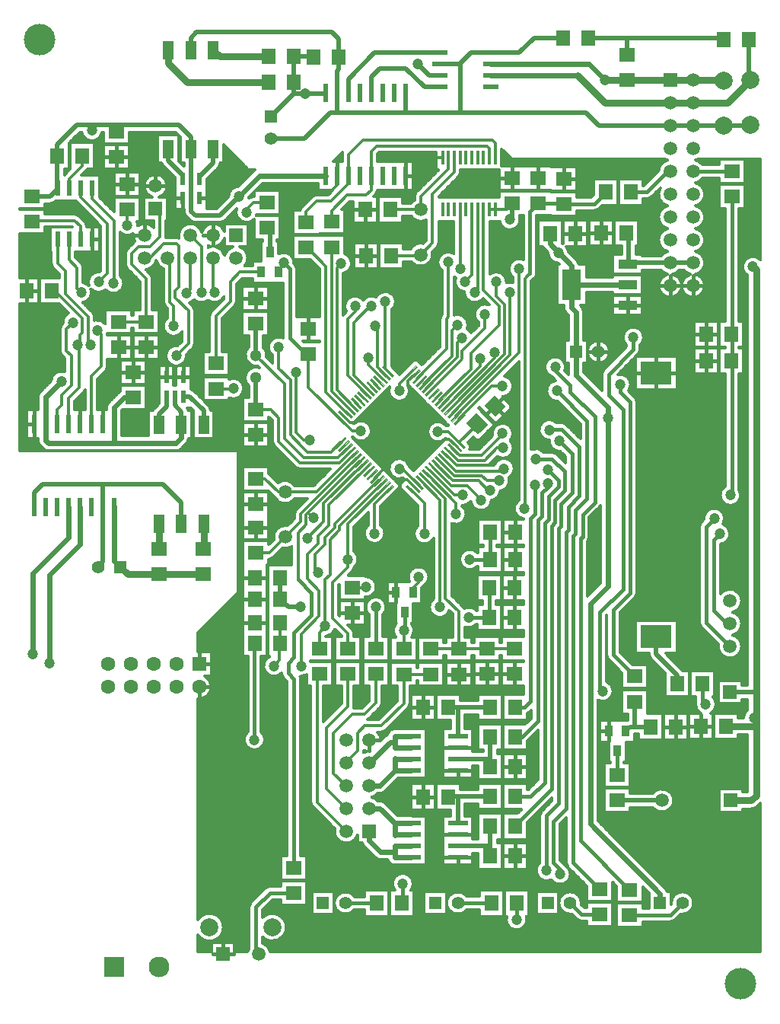
<source format=gtl>
%FSLAX43Y43*%
%MOMM*%
G71*
G01*
G75*
G04 Layer_Physical_Order=1*
%ADD10C,0.300*%
%ADD11R,0.850X1.300*%
%ADD12R,0.300X1.600*%
%ADD13R,1.800X1.600*%
%ADD14R,1.600X1.800*%
%ADD15R,3.500X2.600*%
%ADD16R,2.200X0.550*%
%ADD17R,2.200X0.550*%
%ADD18C,0.075*%
%ADD19R,0.600X2.150*%
%ADD20R,1.200X2.000*%
%ADD21R,0.550X1.450*%
%ADD22R,0.550X1.450*%
%ADD23R,0.600X1.700*%
%ADD24R,0.600X2.150*%
%ADD25R,1.700X0.600*%
%ADD26R,2.150X1.100*%
%ADD27R,2.150X1.100*%
%ADD28R,2.150X3.500*%
%ADD29C,0.400*%
%ADD30C,0.500*%
%ADD31C,0.800*%
%ADD32C,0.600*%
%ADD33R,2.300X2.300*%
%ADD34C,2.300*%
%ADD35C,1.500*%
%ADD36C,1.600*%
%ADD37C,1.600*%
%ADD38R,1.600X1.600*%
%ADD39C,3.500*%
%ADD40C,2.000*%
%ADD41R,1.400X1.400*%
%ADD42C,1.400*%
%ADD43C,1.300*%
%ADD44R,1.500X1.500*%
%ADD45C,1.500*%
%ADD46C,1.200*%
D10*
X77252Y94590D02*
G03*
X76468Y95110I-1062J-750D01*
G01*
G03*
X76736Y95200I-278J1270D01*
G01*
X73104D02*
G03*
X73372Y95110I546J1180D01*
G01*
X76468Y92570D02*
G03*
X77252Y93090I-278J1270D01*
G01*
X77490Y91300D02*
G03*
X76468Y92570I-1300J0D01*
G01*
Y90030D02*
G03*
X77490Y91300I-278J1270D01*
G01*
Y88760D02*
G03*
X76468Y90030I-1300J0D01*
G01*
Y87490D02*
G03*
X77490Y88760I-278J1270D01*
G01*
Y86220D02*
G03*
X76468Y87490I-1300J0D01*
G01*
X83700Y84025D02*
G03*
X82250Y82269I-850J-775D01*
G01*
X76468Y84950D02*
G03*
X77490Y86220I-278J1270D01*
G01*
Y83680D02*
G03*
X76468Y84950I-1300J0D01*
G01*
Y82410D02*
G03*
X77490Y83680I-278J1270D01*
G01*
X75165Y82880D02*
G03*
X75912Y82410I1025J800D01*
G01*
X73928D02*
G03*
X74675Y82880I-278J1270D01*
G01*
X77490Y81140D02*
G03*
X76468Y82410I-1300J0D01*
G01*
X75912D02*
G03*
X74920Y81418I278J-1270D01*
G01*
Y80862D02*
G03*
X77490Y81140I1270J278D01*
G01*
X74920Y81418D02*
G03*
X73928Y82410I-1270J-278D01*
G01*
X73372Y95110D02*
G03*
X72352Y93913I278J-1270D01*
G01*
X72544Y91984D02*
G03*
X73372Y90030I1106J-684D01*
G01*
X71043Y90793D02*
G03*
X71574Y91013I0J750D01*
G01*
X71043Y90793D02*
G03*
X71574Y91013I0J750D01*
G01*
X73372Y90030D02*
G03*
X73372Y87490I278J-1270D01*
G01*
X65182Y89488D02*
G03*
X65712Y89707I0J750D01*
G01*
X65182Y89488D02*
G03*
X65712Y89707I0J750D01*
G01*
X73372Y87490D02*
G03*
X73372Y84950I278J-1270D01*
G01*
G03*
X72625Y84480I278J-1270D01*
G01*
Y82880D02*
G03*
X73372Y82410I1025J800D01*
G01*
G03*
X74920Y80862I278J-1270D01*
G01*
X70300Y74528D02*
G03*
X70700Y75400I-750J872D01*
G01*
X81500Y57850D02*
G03*
X81257Y58558I-1150J0D01*
G01*
X79757Y58835D02*
G03*
X81500Y57850I593J-985D01*
G01*
X79700Y55250D02*
G03*
X77403Y55164I-1150J0D01*
G01*
X79523Y54638D02*
G03*
X79700Y55250I-973J612D01*
G01*
X77120Y54880D02*
G03*
X76900Y54350I530J-530D01*
G01*
X77120Y54880D02*
G03*
X76900Y54350I530J-530D01*
G01*
X80300Y53550D02*
G03*
X79523Y54638I-1150J0D01*
G01*
X79250Y52404D02*
G03*
X80300Y53550I-100J1146D01*
G01*
X70700Y75400D02*
G03*
X68800Y74528I-1150J0D01*
G01*
X70080Y73519D02*
G03*
X70300Y74050I-530J530D01*
G01*
X70080Y73519D02*
G03*
X70300Y74050I-530J530D01*
G01*
X69012Y69449D02*
G03*
X69250Y70150I-912J701D01*
G01*
G03*
X67828Y71267I-1150J0D01*
G01*
X66911Y73792D02*
G03*
X64411Y73792I-1250J0D01*
G01*
G03*
X66911Y73792I1250J0D01*
G01*
X66267Y71827D02*
G03*
X66047Y71297I530J-530D01*
G01*
X66267Y71827D02*
G03*
X66047Y71297I530J-530D01*
G01*
X69950Y68200D02*
G03*
X69730Y68730I-750J0D01*
G01*
X69950Y68200D02*
G03*
X69730Y68730I-750J0D01*
G01*
X65780Y56520D02*
G03*
X65900Y56676I-530J530D01*
G01*
X65780Y56520D02*
G03*
X65900Y56676I-530J530D01*
G01*
X56950Y88500D02*
G03*
X56893Y88856I-1150J0D01*
G01*
X61712Y85828D02*
G03*
X61612Y85872I-516J-1028D01*
G01*
X62342Y84910D02*
G03*
X62104Y85507I-1145J-111D01*
G01*
X63487Y83550D02*
G03*
X63251Y84001I-837J-150D01*
G01*
X63487Y83550D02*
G03*
X63251Y84001I-837J-150D01*
G01*
X60047Y84801D02*
G03*
X61198Y83650I1150J-1D01*
G01*
X64011Y78239D02*
G03*
X63762Y78840I-850J0D01*
G01*
X64011Y78239D02*
G03*
X63762Y78840I-850J0D01*
G01*
X61800Y78750D02*
G03*
X62049Y78149I850J0D01*
G01*
X61800Y78750D02*
G03*
X62049Y78149I850J0D01*
G01*
X59460Y85507D02*
G03*
X59661Y85187I802J281D01*
G01*
X59460Y85507D02*
G03*
X59661Y85187I802J281D01*
G01*
X58355Y81815D02*
G03*
X58800Y82500I-305J685D01*
G01*
X54668Y88300D02*
G03*
X56950Y88500I1132J200D01*
G01*
X50120Y93280D02*
G03*
X50325Y93775I-495J495D01*
G01*
X50120Y93280D02*
G03*
X50325Y93775I-495J495D01*
G01*
X47695Y85397D02*
G03*
X47900Y85892I-495J495D01*
G01*
X47695Y85397D02*
G03*
X47900Y85892I-495J495D01*
G01*
X57300Y84058D02*
G03*
X56150Y82088I-450J-1058D01*
G01*
X55450Y81550D02*
G03*
X53575Y82443I-1150J0D01*
G01*
X56150Y81510D02*
G03*
X55448Y81477I-300J-1110D01*
G01*
X50751Y80454D02*
G03*
X52811Y79699I1149J-54D01*
G01*
X53503Y79007D02*
G03*
X52350Y77038I-453J-1057D01*
G01*
X49575Y84715D02*
G03*
X48250Y82838I-625J-965D01*
G01*
X49650Y82101D02*
G03*
X49781Y82024I650J949D01*
G01*
G03*
X50751Y80454I1069J-424D01*
G01*
X47200Y84592D02*
G03*
X47170Y84872I-1300J0D01*
G01*
X51060Y76354D02*
G03*
X51150Y76800I-1060J446D01*
G01*
X51510Y75900D02*
G03*
X51060Y76354I-1010J-550D01*
G01*
X51150Y76800D02*
G03*
X49650Y77895I-1150J0D01*
G01*
X48250Y77940D02*
G03*
X48050Y77450I500J-490D01*
G01*
X48250Y77940D02*
G03*
X48050Y77450I500J-490D01*
G01*
X61911Y72543D02*
G03*
X60477Y71012I-1061J-443D01*
G01*
X62000Y72100D02*
G03*
X61912Y72542I-1150J0D01*
G01*
X61923Y71687D02*
G03*
X62000Y72100I-1073J413D01*
G01*
X60899Y70590D02*
G03*
X61136Y68303I151J-1140D01*
G01*
X62080Y65730D02*
G03*
X61550Y65950I-530J-530D01*
G01*
X62080Y65730D02*
G03*
X61550Y65950I-530J-530D01*
G01*
X60975D02*
G03*
X60204Y63950I-775J-850D01*
G01*
X64450Y52740D02*
G03*
X64650Y53250I-550J510D01*
G01*
X64450Y52740D02*
G03*
X64650Y53250I-550J510D01*
G01*
X60204Y63950D02*
G03*
X61436Y62703I1146J-100D01*
G01*
X61030Y62430D02*
G03*
X60500Y62650I-530J-530D01*
G01*
X61030Y62430D02*
G03*
X60500Y62650I-530J-530D01*
G01*
X59572D02*
G03*
X58200Y62936I-872J-750D01*
G01*
X55850Y63926D02*
G03*
X56150Y64700I-850J774D01*
G01*
X56200Y63100D02*
G03*
X55850Y63926I-1150J0D01*
G01*
X56800Y57299D02*
G03*
X57350Y55204I650J-949D01*
G01*
X55699Y59789D02*
G03*
X56300Y60800I-549J1011D01*
G01*
X55750Y59450D02*
G03*
X55699Y59789I-1150J0D01*
G01*
X56150Y69950D02*
G03*
X55211Y71081I-1150J0D01*
G01*
X55007Y68800D02*
G03*
X56150Y69950I-7J1150D01*
G01*
Y64700D02*
G03*
X53874Y64464I-1150J0D01*
G01*
X48712Y65600D02*
G03*
X48692Y64174I-912J-700D01*
G01*
X54746Y58309D02*
G03*
X55750Y59450I-146J1141D01*
G01*
X54425Y62135D02*
G03*
X56200Y63100I625J965D01*
G01*
X56300Y60800D02*
G03*
X54072Y61200I-1150J0D01*
G01*
X53749Y57260D02*
G03*
X54746Y58309I-149J1140D01*
G01*
X51460Y57147D02*
G03*
X53749Y57260I1140J153D01*
G01*
X50500Y56701D02*
G03*
X51460Y57147I50J1149D01*
G01*
X50950Y55750D02*
G03*
X50500Y56662I-1150J0D01*
G01*
X49350Y54692D02*
G03*
X50950Y55750I450J1058D01*
G01*
X80587Y44832D02*
G03*
X81609Y46102I-278J1270D01*
G01*
Y43562D02*
G03*
X80587Y44832I-1300J0D01*
G01*
X81609Y46102D02*
G03*
X79250Y46856I-1300J0D01*
G01*
X76900Y43682D02*
G03*
X77120Y43151I750J0D01*
G01*
X76900Y43682D02*
G03*
X77120Y43151I750J0D01*
G01*
X80587Y42292D02*
G03*
X81609Y43562I-278J1270D01*
G01*
Y41022D02*
G03*
X80587Y42292I-1300J0D01*
G01*
X79028Y41243D02*
G03*
X81609Y41022I1281J-221D01*
G01*
X82250Y33962D02*
G03*
X81801Y33093I700J-912D01*
G01*
X78750Y34600D02*
G03*
X78417Y35409I-1150J0D01*
G01*
X75056Y38309D02*
G03*
X74969Y38412I-652J-464D01*
G01*
X75056Y38309D02*
G03*
X74970Y38411I-652J-464D01*
G01*
X78156Y33593D02*
G03*
X78750Y34600I-556J1007D01*
G01*
X76455Y34995D02*
G03*
X76473Y34830I750J0D01*
G01*
X76455Y34995D02*
G03*
X76473Y34830I750J0D01*
G01*
G03*
X77044Y33593I1127J-230D01*
G01*
X71300Y40150D02*
G03*
X71535Y39583I800J0D01*
G01*
X71300Y40150D02*
G03*
X71534Y39584I800J0D01*
G01*
X69730Y46470D02*
G03*
X69950Y47000I-530J530D01*
G01*
X69730Y46470D02*
G03*
X69950Y47000I-530J530D01*
G01*
X66562Y40082D02*
G03*
X66782Y39551I750J0D01*
G01*
X66562Y40082D02*
G03*
X66782Y39551I750J0D01*
G01*
X67300Y36050D02*
G03*
X66550Y37128I-1150J0D01*
G01*
X65600Y35040D02*
G03*
X67300Y36050I550J1010D01*
G01*
X82650Y22950D02*
G03*
X83322Y23228I0J950D01*
G01*
X82650Y22950D02*
G03*
X83322Y23228I0J950D01*
G01*
X74040Y23900D02*
G03*
X71715Y24700I-1300J0D01*
G01*
Y23100D02*
G03*
X74040Y23900I1025J800D01*
G01*
X76261Y12492D02*
G03*
X73761Y12492I-1250J0D01*
G01*
X74835Y11254D02*
G03*
X76261Y12492I177J1237D01*
G01*
X73337Y13742D02*
G03*
X73112Y14140I-825J-203D01*
G01*
X73761Y12492D02*
G03*
X73774Y12315I1250J0D01*
G01*
X73337Y13742D02*
G03*
X73112Y14140I-825J-203D01*
G01*
X73682Y10412D02*
G03*
X74212Y10632I0J750D01*
G01*
X73682Y10412D02*
G03*
X74212Y10632I0J750D01*
G01*
X63749Y12315D02*
G03*
X63761Y12492I-1237J177D01*
G01*
G03*
X61261Y12492I-1250J0D01*
G01*
G03*
X62688Y11254I1250J0D01*
G01*
X63260Y10682D02*
G03*
X63791Y10462I530J530D01*
G01*
X63260Y10682D02*
G03*
X63791Y10462I530J530D01*
G01*
X57762Y33566D02*
G03*
X57977Y33716I-316J680D01*
G01*
X57762Y33566D02*
G03*
X57977Y33716I-316J680D01*
G01*
X52227Y51443D02*
G03*
X52216Y49943I-877J-743D01*
G01*
X52127Y44993D02*
G03*
X50731Y45276I-877J-743D01*
G01*
X50825Y43181D02*
G03*
X52116Y43493I425J1069D01*
G01*
X50731Y45276D02*
G03*
X50620Y45420I-605J-351D01*
G01*
X50731Y45276D02*
G03*
X50620Y45420I-605J-351D01*
G01*
X47350Y46349D02*
G03*
X49073Y44987I650J-949D01*
G01*
X59370Y22730D02*
G03*
X59150Y22200I530J-530D01*
G01*
X59370Y22730D02*
G03*
X59150Y22200I530J-530D01*
G01*
X62100Y16956D02*
G03*
X62320Y16425I750J0D01*
G01*
X62100Y16956D02*
G03*
X62320Y16425I750J0D01*
G01*
X62550Y15700D02*
G03*
X61950Y16710I-1150J0D01*
G01*
X59150Y16972D02*
G03*
X60431Y15080I750J-872D01*
G01*
G03*
X62550Y15700I969J620D01*
G01*
X57700Y10650D02*
G03*
X57643Y11007I-1150J0D01*
G01*
X55457D02*
G03*
X57700Y10650I1093J-357D01*
G01*
X51011Y13242D02*
G03*
X48761Y12492I-1000J-750D01*
G01*
G03*
X51011Y11742I1250J0D01*
G01*
X45405Y91545D02*
G03*
X45200Y91050I495J-495D01*
G01*
X45405Y91545D02*
G03*
X45200Y91050I495J-495D01*
G01*
X37189Y95989D02*
G03*
X37145Y95745I656J-244D01*
G01*
X37189Y95989D02*
G03*
X37145Y95745I656J-244D01*
G01*
X40880Y91290D02*
G03*
X41084Y91750I-495J495D01*
G01*
X40880Y91290D02*
G03*
X41084Y91750I-495J495D01*
G01*
X34300Y91250D02*
G03*
X33805Y91045I0J-700D01*
G01*
X34300Y91250D02*
G03*
X33805Y91045I0J-700D01*
G01*
X44805Y88892D02*
G03*
X46500Y88439I1095J700D01*
G01*
X45200Y90688D02*
G03*
X44805Y90292I700J-1095D01*
G01*
X46180Y85862D02*
G03*
X44748Y85193I-280J-1270D01*
G01*
X44875Y83793D02*
G03*
X47200Y84592I1026J799D01*
G01*
X32662Y89902D02*
G03*
X32469Y89538I495J-495D01*
G01*
X32662Y89902D02*
G03*
X32469Y89538I495J-495D01*
G01*
X38200Y83650D02*
G03*
X37407Y84743I-1150J0D01*
G01*
X27458Y94050D02*
G03*
X27374Y93976I517J-675D01*
G01*
X27458Y94050D02*
G03*
X27374Y93976I517J-675D01*
G01*
X27262Y91062D02*
G03*
X26787Y90876I0J-700D01*
G01*
X27262Y91062D02*
G03*
X26787Y90876I0J-700D01*
G01*
X27583Y88912D02*
G03*
X27613Y89012I-1083J388D01*
G01*
X26787Y90876D02*
G03*
X26799Y90997I-1137J174D01*
G01*
X23366Y94234D02*
G03*
X23600Y94800I-566J566D01*
G01*
X23365Y94233D02*
G03*
X23600Y94800I-565J567D01*
G01*
X25597Y92199D02*
G03*
X24500Y91032I53J-1149D01*
G01*
X25416Y89685D02*
G03*
X27343Y88518I1084J-385D01*
G01*
X31707Y84154D02*
G03*
X30077Y84697I-1057J-454D01*
G01*
X23550Y88150D02*
G03*
X24116Y88384I0J800D01*
G01*
X23550Y88150D02*
G03*
X24117Y88385I0J800D01*
G01*
X24049Y87153D02*
G03*
X21539Y87040I-1240J-390D01*
G01*
X26649Y84222D02*
G03*
X25740Y85462I-1300J0D01*
G01*
X24959D02*
G03*
X24079Y84500I390J-1240D01*
G01*
X23087Y85492D02*
G03*
X24049Y86372I-278J1270D01*
G01*
X24079Y84500D02*
G03*
X23087Y85492I-1270J-278D01*
G01*
X22241Y85593D02*
G03*
X22532Y85492I568J1169D01*
G01*
X22250Y85481D02*
G03*
X22241Y85593I-700J0D01*
G01*
X22250Y85481D02*
G03*
X22241Y85593I-700J0D01*
G01*
X22532Y85492D02*
G03*
X22250Y85396I278J-1270D01*
G01*
X43100Y79350D02*
G03*
X40926Y79873I-1150J0D01*
G01*
X42650Y78438D02*
G03*
X43100Y79350I-700J912D01*
G01*
X40926Y79873D02*
G03*
X39500Y79566I-526J-1023D01*
G01*
G03*
X37616Y78256I-900J-716D01*
G01*
X37250Y82518D02*
G03*
X38200Y83650I-200J1132D01*
G01*
X31749Y84038D02*
G03*
X31707Y84154I-1099J-338D01*
G01*
X31800Y83700D02*
G03*
X31749Y84038I-1150J0D01*
G01*
X32100Y83000D02*
G03*
X31880Y83530I-750J0D01*
G01*
X32100Y83000D02*
G03*
X31880Y83530I-750J0D01*
G01*
X44650Y69450D02*
G03*
X44411Y70152I-1150J0D01*
G01*
X42448Y69914D02*
G03*
X44650Y69450I1052J-464D01*
G01*
X26311Y83348D02*
G03*
X26649Y84222I-962J874D01*
G01*
X25195Y78905D02*
G03*
X25400Y79400I-495J495D01*
G01*
X25195Y78905D02*
G03*
X25400Y79400I-495J495D01*
G01*
X22225Y79507D02*
G03*
X24000Y79931I725J893D01*
G01*
X20695Y79578D02*
G03*
X22225Y79507I805J822D01*
G01*
X22612Y78302D02*
G03*
X22407Y77807I495J-495D01*
G01*
X22612Y78302D02*
G03*
X22407Y77807I495J-495D01*
G01*
X30600Y75336D02*
G03*
X29400Y73388I-500J-1036D01*
G01*
X28755Y73399D02*
G03*
X28355Y74293I-1200J0D01*
G01*
X26755D02*
G03*
X27749Y72214I800J-894D01*
G01*
X28739Y73204D02*
G03*
X28755Y73399I-1184J194D01*
G01*
X27922Y72041D02*
G03*
X26757Y70002I-368J-1142D01*
G01*
X26200Y69700D02*
G03*
X24557Y70739I-1150J0D01*
G01*
Y68661D02*
G03*
X26200Y69700I493J1039D01*
G01*
X17040Y94800D02*
G03*
X17235Y94483I760J250D01*
G01*
X17040Y94800D02*
G03*
X17234Y94484I760J250D01*
G01*
X16778Y90995D02*
G03*
X17688Y92235I-390J1240D01*
G01*
G03*
X15998Y90995I-1300J0D01*
G01*
X19550Y89400D02*
G03*
X19784Y88834I800J0D01*
G01*
X20234Y88384D02*
G03*
X20800Y88150I566J566D01*
G01*
X20233Y88385D02*
G03*
X20800Y88150I567J565D01*
G01*
X19550Y89400D02*
G03*
X19785Y88833I800J0D01*
G01*
X21539Y87040D02*
G03*
X19014Y86426I-1270J-278D01*
G01*
G03*
X18700Y86500I-314J-626D01*
G01*
X19014Y86426D02*
G03*
X18700Y86500I-314J-626D01*
G01*
X16459Y83945D02*
G03*
X17300Y82995I1270J278D01*
G01*
X15312Y82928D02*
G03*
X16459Y83945I-123J1294D01*
G01*
X16150Y87638D02*
G03*
X14396Y87792I-961J-876D01*
G01*
X14400Y87887D02*
G03*
X14337Y88262I-1150J0D01*
G01*
X12450Y87061D02*
G03*
X13901Y86939I800J826D01*
G01*
G03*
X14090Y86068I1288J-177D01*
G01*
G03*
X14005Y85995I410J-568D01*
G01*
X14090Y86068D02*
G03*
X14005Y85995I410J-568D01*
G01*
X13255Y85245D02*
G03*
X13050Y84750I495J-495D01*
G01*
X13255Y85245D02*
G03*
X13050Y84750I495J-495D01*
G01*
Y83500D02*
G03*
X13255Y83005I700J0D01*
G01*
X13050Y83500D02*
G03*
X13255Y83005I700J0D01*
G01*
X8168Y98200D02*
G03*
X10432Y98200I1132J200D01*
G01*
X8733Y93993D02*
G03*
X8847Y94143I-495J495D01*
G01*
X8733Y93993D02*
G03*
X8847Y94143I-495J495D01*
G01*
X7471Y90600D02*
G03*
X7540Y90520I564J415D01*
G01*
X7471Y90600D02*
G03*
X7540Y90520I564J415D01*
G01*
X4638Y90238D02*
G03*
X5203Y90472I0J800D01*
G01*
X4638Y90238D02*
G03*
X5204Y90473I0J800D01*
G01*
X7895Y88895D02*
G03*
X7400Y89100I-495J-495D01*
G01*
X7895Y88895D02*
G03*
X7400Y89100I-495J-495D01*
G01*
X8735Y87765D02*
G03*
X8530Y88260I-700J0D01*
G01*
X8735Y87765D02*
G03*
X8530Y88260I-700J0D01*
G01*
X8350Y83150D02*
G03*
X8145Y83645I-700J0D01*
G01*
X8350Y83150D02*
G03*
X8145Y83645I-700J0D01*
G01*
X4795Y83605D02*
G03*
X5000Y83110I700J0D01*
G01*
X4795Y83605D02*
G03*
X5000Y83110I700J0D01*
G01*
X20177Y79213D02*
G03*
X20695Y79578I-377J1087D01*
G01*
X20750Y78350D02*
G03*
X20545Y78845I-700J0D01*
G01*
X17300Y79300D02*
G03*
X17505Y78805I700J0D01*
G01*
X17300Y79300D02*
G03*
X17505Y78805I700J0D01*
G01*
X20750Y78350D02*
G03*
X20545Y78845I-700J0D01*
G01*
Y74205D02*
G03*
X20750Y74700I-495J495D01*
G01*
X20545Y74205D02*
G03*
X20750Y74700I-495J495D01*
G01*
X17700Y77562D02*
G03*
X19350Y76002I700J-912D01*
G01*
X16057Y81893D02*
G03*
X15852Y82388I-700J0D01*
G01*
X16057Y81893D02*
G03*
X15852Y82388I-700J0D01*
G01*
X19850Y73350D02*
G03*
X19840Y73500I-1150J0D01*
G01*
X19035Y72250D02*
G03*
X19850Y73350I-335J1100D01*
G01*
X18675Y72200D02*
G03*
X19035Y72250I25J1150D01*
G01*
X18850Y74490D02*
G03*
X18365Y72250I-150J-1140D01*
G01*
X18425Y72233D02*
G03*
X18675Y72200I275J1117D01*
G01*
X20742Y69390D02*
G03*
X20325Y69611I-567J-565D01*
G01*
X20741Y69391D02*
G03*
X20325Y69611I-566J-566D01*
G01*
X12850Y81400D02*
G03*
X12450Y82272I-1150J0D01*
G01*
X10803Y80681D02*
G03*
X12850Y81400I897J719D01*
G01*
X10200Y82690D02*
G03*
X8972Y81150I-150J-1140D01*
G01*
X9178Y80800D02*
G03*
X10803Y80681I872J750D01*
G01*
X9250Y80400D02*
G03*
X9178Y80800I-1150J0D01*
G01*
X8319Y79271D02*
G03*
X9250Y80400I-219J1129D01*
G01*
X10807Y76908D02*
G03*
X9600Y77310I-907J-708D01*
G01*
Y77700D02*
G03*
X9395Y78195I-700J0D01*
G01*
X9600Y77700D02*
G03*
X9395Y78195I-700J0D01*
G01*
X8972Y81150D02*
G03*
X8350Y81522I-872J-750D01*
G01*
X6683Y78077D02*
G03*
X6060Y76900I517J-1027D01*
G01*
X5955Y76795D02*
G03*
X5750Y76300I495J-495D01*
G01*
X5955Y76795D02*
G03*
X5750Y76300I495J-495D01*
G01*
Y73900D02*
G03*
X5955Y73405I700J0D01*
G01*
X5750Y73900D02*
G03*
X5955Y73405I700J0D01*
G01*
X10845Y71658D02*
G03*
X11050Y72153I-495J495D01*
G01*
X10845Y71658D02*
G03*
X11050Y72153I-495J495D01*
G01*
X12443Y69421D02*
G03*
X12311Y69313I469J-709D01*
G01*
X12443Y69421D02*
G03*
X12311Y69313I469J-709D01*
G01*
X11194Y68196D02*
G03*
X10945Y67595I601J-601D01*
G01*
X11194Y68196D02*
G03*
X10945Y67595I601J-601D01*
G01*
X8392Y69305D02*
G03*
X8555Y69561I-495J495D01*
G01*
X8392Y69305D02*
G03*
X8555Y69561I-495J495D01*
G01*
X6300Y71581D02*
G03*
X4751Y70556I-400J-1078D01*
G01*
X3574Y69379D02*
G03*
X3325Y68778I601J-601D01*
G01*
X3574Y69379D02*
G03*
X3325Y68778I601J-601D01*
G01*
X44628Y61026D02*
G03*
X43937Y59736I-1128J-226D01*
G01*
X45600Y54462D02*
G03*
X47350Y53081I700J-912D01*
G01*
X46800Y48750D02*
G03*
X44639Y48202I-1150J0D01*
G01*
X46225Y47754D02*
G03*
X46800Y48750I-575J996D01*
G01*
X46145Y47658D02*
G03*
X46225Y47754I-495J495D01*
G01*
X46145Y47658D02*
G03*
X46225Y47754I-495J495D01*
G01*
X45148Y42798D02*
G03*
X44848Y43572I-1150J0D01*
G01*
X44902Y42088D02*
G03*
X45148Y42798I-905J710D01*
G01*
X41634Y44515D02*
G03*
X42050Y45400I-734J885D01*
G01*
X43176Y43602D02*
G03*
X43093Y42088I822J-804D01*
G01*
X40400Y65000D02*
G03*
X38431Y65808I-1150J0D01*
G01*
X41900Y53600D02*
G03*
X41450Y54512I-1150J0D01*
G01*
X40050D02*
G03*
X41900Y53600I700J-912D01*
G01*
X38338Y64300D02*
G03*
X40400Y65000I912J700D01*
G01*
X38920Y50700D02*
G03*
X38470Y51612I-1150J0D01*
G01*
X38465Y49783D02*
G03*
X38920Y50700I-695J917D01*
G01*
X38265Y49375D02*
G03*
X38465Y49783I-495J495D01*
G01*
X40950Y47650D02*
G03*
X39707Y48796I-1150J0D01*
G01*
Y46504D02*
G03*
X40950Y47650I93J1146D01*
G01*
X42050Y45400D02*
G03*
X40134Y44542I-1150J0D01*
G01*
X38265Y49375D02*
G03*
X38465Y49783I-495J495D01*
G01*
X38470Y42480D02*
G03*
X38265Y42975I-700J0D01*
G01*
X38470Y42480D02*
G03*
X38265Y42975I-700J0D01*
G01*
X35343Y42154D02*
G03*
X36337Y42923I-93J1146D01*
G01*
X45043Y31875D02*
G03*
X44838Y31900I-205J-825D01*
G01*
Y26390D02*
G03*
X45043Y26415I0J850D01*
G01*
X44493Y34203D02*
G03*
X44698Y34698I-495J495D01*
G01*
X44493Y34203D02*
G03*
X44698Y34698I-495J495D01*
G01*
X43000Y31900D02*
G03*
X42162Y31188I0J-850D01*
G01*
X43000Y31900D02*
G03*
X42162Y31188I0J-850D01*
G01*
G03*
X41879Y31001I318J-788D01*
G01*
X42162Y31188D02*
G03*
X41879Y31001I318J-788D01*
G01*
X45043Y22175D02*
G03*
X44838Y22200I-205J-825D01*
G01*
Y16690D02*
G03*
X45043Y16715I0J850D01*
G01*
X45050Y14650D02*
G03*
X43023Y13907I-1150J0D01*
G01*
X44777D02*
G03*
X45050Y14650I-877J743D01*
G01*
X42409Y16939D02*
G03*
X43010Y16690I601J601D01*
G01*
X42409Y16939D02*
G03*
X43010Y16690I601J601D01*
G01*
X42188Y17300D02*
G03*
X42399Y16949I812J250D01*
G01*
X42188Y17300D02*
G03*
X42399Y16949I812J250D01*
G01*
X41379Y34239D02*
G03*
X41584Y34734I-495J495D01*
G01*
X41379Y34239D02*
G03*
X41584Y34734I-495J495D01*
G01*
X41500Y31500D02*
G03*
X41995Y31705I0J700D01*
G01*
X41500Y31500D02*
G03*
X41995Y31705I0J700D01*
G01*
X41350Y24680D02*
G03*
X41951Y24929I0J850D01*
G01*
X41350Y24680D02*
G03*
X41951Y24929I0J850D01*
G01*
X41450Y30610D02*
G03*
X41098Y31500I-1300J0D01*
G01*
X41961Y23591D02*
G03*
X41360Y23840I-601J-601D01*
G01*
X41961Y23591D02*
G03*
X41360Y23840I-601J-601D01*
G01*
X40011Y32900D02*
G03*
X40145Y33005I-361J600D01*
G01*
X40011Y32900D02*
G03*
X40145Y33005I-361J600D01*
G01*
X39550Y29457D02*
G03*
X39872Y29340I600J1153D01*
G01*
X40428Y24260D02*
G03*
X41134Y24680I-278J1270D01*
G01*
Y23840D02*
G03*
X40428Y24260I-984J-850D01*
G01*
X39872Y29340D02*
G03*
X39523Y29209I278J-1270D01*
G01*
G03*
X39550Y29400I-673J191D01*
G01*
X39523Y29209D02*
G03*
X39550Y29400I-673J191D01*
G01*
X38449Y34200D02*
G03*
X38470Y34370I-679J170D01*
G01*
X38449Y34200D02*
G03*
X38470Y34370I-679J170D01*
G01*
X40849Y17549D02*
G03*
X41450Y17300I601J601D01*
G01*
X40849Y17549D02*
G03*
X41450Y17300I601J601D01*
G01*
X39355Y19150D02*
G03*
X39549Y18849I795J300D01*
G01*
X39355Y19150D02*
G03*
X39549Y18849I795J300D01*
G01*
X36340Y20730D02*
G03*
X38850Y20060I1270J-280D01*
G01*
X38537Y13207D02*
G03*
X36261Y12492I-1025J-715D01*
G01*
G03*
X38484Y11707I1250J0D01*
G01*
X31955Y60955D02*
G03*
X32450Y60750I495J495D01*
G01*
X31955Y60955D02*
G03*
X32450Y60750I495J495D01*
G01*
X29400Y63800D02*
G03*
X29605Y63305I700J0D01*
G01*
X29400Y63800D02*
G03*
X29605Y63305I700J0D01*
G01*
X31896Y58892D02*
G03*
X30013Y59227I-1095J-700D01*
G01*
X29057Y60183D02*
G03*
X28957Y60266I-495J-495D01*
G01*
X29057Y60183D02*
G03*
X28957Y60266I-495J-495D01*
G01*
X32055Y56269D02*
G03*
X31850Y55774I495J-495D01*
G01*
X32055Y56269D02*
G03*
X31850Y55774I495J-495D01*
G01*
X29621Y57645D02*
G03*
X31896Y57492I1179J547D01*
G01*
X30521Y51923D02*
G03*
X31550Y52130I280J1270D01*
G01*
X31080Y54462D02*
G03*
X29531Y52913I-280J-1270D01*
G01*
X29067Y39893D02*
G03*
X30400Y38075I483J-1044D01*
G01*
X29020Y50712D02*
G03*
X29515Y50917I0J700D01*
G01*
X29020Y50712D02*
G03*
X29515Y50917I0J700D01*
G01*
X22550Y67250D02*
G03*
X22316Y67816I-800J-0D01*
G01*
X22550Y67250D02*
G03*
X22315Y67817I-800J-0D01*
G01*
X20044Y67250D02*
G03*
X19943Y67550I-794J-100D01*
G01*
X20044Y67250D02*
G03*
X19943Y67550I-794J-100D01*
G01*
X16185Y67417D02*
G03*
X16057Y67250I565J-567D01*
G01*
X19851Y63599D02*
G03*
X20099Y64150I-601J601D01*
G01*
X19851Y63599D02*
G03*
X20099Y64150I-601J601D01*
G01*
X16184Y67416D02*
G03*
X16057Y67250I566J-566D01*
G01*
X3325Y63925D02*
G03*
X3574Y63324I850J0D01*
G01*
X3325Y63925D02*
G03*
X3574Y63324I850J0D01*
G01*
X18650Y62750D02*
G03*
X19251Y62999I0J850D01*
G01*
X18650Y62750D02*
G03*
X19251Y62999I0J850D01*
G01*
X3899D02*
G03*
X4500Y62750I601J601D01*
G01*
X3899Y62999D02*
G03*
X4500Y62750I601J601D01*
G01*
X33653Y39312D02*
G03*
X33603Y39412I-1053J-463D01*
G01*
X33650Y23710D02*
G03*
X33855Y23215I700J0D01*
G01*
X33650Y23710D02*
G03*
X33855Y23215I700J0D01*
G01*
X32478Y37706D02*
G03*
X33193Y37865I122J1144D01*
G01*
X30400Y38043D02*
G03*
X30620Y37513I750J0D01*
G01*
X32543Y37400D02*
G03*
X32478Y37706I-750J0D01*
G01*
X32543Y37400D02*
G03*
X32478Y37706I-750J0D01*
G01*
X30400Y38043D02*
G03*
X30620Y37513I750J0D01*
G01*
X29112Y14362D02*
G03*
X28582Y14143I0J-750D01*
G01*
X29112Y14362D02*
G03*
X28582Y14143I0J-750D01*
G01*
X30950Y9800D02*
G03*
X28300Y10892I-1550J0D01*
G01*
Y8708D02*
G03*
X30950Y9800I1100J1092D01*
G01*
X29165Y7100D02*
G03*
X28300Y8037I-1265J-300D01*
G01*
X22578Y36548D02*
G03*
X21865Y37738I-1350J0D01*
G01*
X21100Y35204D02*
G03*
X22578Y36548I128J1344D01*
G01*
X28547Y30650D02*
G03*
X28147Y31522I-1150J0D01*
G01*
X26647D02*
G03*
X28547Y30650I750J-872D01*
G01*
X27020Y12580D02*
G03*
X26800Y12050I530J-530D01*
G01*
X27020Y12580D02*
G03*
X26800Y12050I530J-530D01*
G01*
X23950Y9800D02*
G03*
X21100Y10644I-1550J0D01*
G01*
Y8956D02*
G03*
X23950Y9800I1300J844D01*
G01*
X26800Y7493D02*
G03*
X26635Y7100I1100J-693D01*
G01*
X48712Y65600D02*
G03*
X48692Y64174I-912J-700D01*
G01*
X44650Y69450D02*
G03*
X44411Y70152I-1150J0D01*
G01*
X42448Y69914D02*
G03*
X44650Y69450I1052J-464D01*
G01*
X40400Y65000D02*
G03*
X38431Y65808I-1150J0D01*
G01*
X44628Y61026D02*
G03*
X43937Y59736I-1128J-226D01*
G01*
X38338Y64300D02*
G03*
X40400Y65000I912J700D01*
G01*
X52093Y66763D02*
X53154Y65703D01*
X52235Y64784D01*
X51174Y65844D01*
X52093Y66763D01*
Y66410D02*
X52801Y65703D01*
X52235Y65137D01*
X51528Y65844D01*
X52093Y66410D01*
Y66056D02*
X52447Y65703D01*
X52235Y65491D01*
X51881Y65844D01*
X52093Y66056D01*
X52164Y65791D02*
Y65756D01*
X54073Y68743D02*
X55134Y67683D01*
X54215Y66763D01*
X53154Y67824D01*
X54073Y68743D01*
Y68390D02*
X54780Y67683D01*
X54215Y67117D01*
X53508Y67824D01*
X54073Y68390D01*
Y68036D02*
X54427Y67683D01*
X54215Y67471D01*
X53861Y67824D01*
X54073Y68036D01*
X54144Y67771D02*
Y67735D01*
X81957Y95150D02*
X83700D01*
X81957Y95050D02*
X83700D01*
X81957Y94950D02*
X83700D01*
X81957Y94850D02*
X83700D01*
X81957Y94750D02*
X83700D01*
X81957Y94650D02*
X83700D01*
X81957Y94550D02*
X83700D01*
X81957Y94450D02*
X83700D01*
X81957Y94350D02*
X83700D01*
X81957Y94250D02*
X83700D01*
X81957Y94150D02*
X83700D01*
X81957Y94050D02*
X83700D01*
X81957Y93950D02*
X83700D01*
X81957Y93850D02*
X83700D01*
X81957Y93750D02*
X83700D01*
X81957Y93650D02*
X83700D01*
X81957Y93550D02*
X83700D01*
X81957Y93450D02*
X83700D01*
X81957Y93350D02*
X83700D01*
X81957Y93250D02*
X83700D01*
X81957Y93150D02*
X83700D01*
X81957Y93050D02*
X83700D01*
X81957Y92950D02*
X83700D01*
X81957Y92850D02*
X83700D01*
X81957Y92750D02*
X83700D01*
X81957Y92488D02*
Y95188D01*
Y92650D02*
X83700D01*
X81957Y92550D02*
X83700D01*
X81957Y92350D02*
X83700D01*
X81957Y89688D02*
Y92388D01*
Y92250D02*
X83700D01*
X81957Y92150D02*
X83700D01*
X81957Y92050D02*
X83700D01*
X81957Y91950D02*
X83700D01*
X76736Y95200D02*
X83700D01*
X76797Y92450D02*
X83700D01*
X81957Y91850D02*
X83700D01*
X81957Y91750D02*
X83700D01*
X81957Y91650D02*
X83700D01*
X81957Y91550D02*
X83700D01*
X79057Y95188D02*
X81957D01*
X81957Y91450D02*
X83700D01*
X79057Y92488D02*
X81957D01*
X79057Y92388D02*
X81957D01*
Y91350D02*
X83700D01*
X81957Y91250D02*
X83700D01*
X81957Y91150D02*
X83700D01*
X81957Y91050D02*
X83700D01*
X81957Y90950D02*
X83700D01*
X81957Y90850D02*
X83700D01*
X81957Y90750D02*
X83700D01*
X81957Y90650D02*
X83700D01*
X81957Y90550D02*
X83700D01*
X81957Y90450D02*
X83700D01*
X81957Y90350D02*
X83700D01*
X81957Y90250D02*
X83700D01*
X81957Y90150D02*
X83700D01*
X81957Y90050D02*
X83700D01*
X81957Y89950D02*
X83700D01*
X81957Y89850D02*
X83700D01*
X81957Y89750D02*
X83700D01*
X81257Y89688D02*
X81957D01*
X79057D02*
X79757D01*
X81257Y89650D02*
X83700D01*
X81257Y89550D02*
X83700D01*
X81257Y89450D02*
X83700D01*
X81257Y89350D02*
X83700D01*
X81257Y89250D02*
X83700D01*
X81257Y89150D02*
X83700D01*
X81257Y89050D02*
X83700D01*
X81257Y88950D02*
X83700D01*
X81257Y88850D02*
X83700D01*
X81257Y88750D02*
X83700D01*
X81257Y88650D02*
X83700D01*
X81257Y88550D02*
X83700D01*
X81257Y88450D02*
X83700D01*
X81257Y88350D02*
X83700D01*
X81257Y88250D02*
X83700D01*
X81257Y88150D02*
X83700D01*
X81257Y88050D02*
X83700D01*
X81257Y87950D02*
X83700D01*
X81257Y87850D02*
X83700D01*
X81257Y87750D02*
X83700D01*
X81257Y87650D02*
X83700D01*
X81257Y87550D02*
X83700D01*
X81257Y87450D02*
X83700D01*
X81257Y87350D02*
X83700D01*
X81257Y87250D02*
X83700D01*
X81257Y87150D02*
X83700D01*
X81257Y87050D02*
X83700D01*
X81257Y86950D02*
X83700D01*
X81257Y86850D02*
X83700D01*
X81257Y86750D02*
X83700D01*
X81257Y86650D02*
X83700D01*
X77292Y89450D02*
X79757D01*
X77349Y89350D02*
X79757D01*
X77138Y89650D02*
X79757D01*
X77223Y89550D02*
X79757D01*
X77457Y89050D02*
X79757D01*
X77476Y88950D02*
X79757D01*
X77394Y89250D02*
X79757D01*
X77430Y89150D02*
X79757D01*
X77487Y88850D02*
X79757D01*
X77490Y88750D02*
X79757D01*
X77485Y88650D02*
X79757D01*
X77473Y88550D02*
X79757D01*
X77452Y88450D02*
X79757D01*
X77424Y88350D02*
X79757D01*
X77386Y88250D02*
X79757D01*
X77338Y88150D02*
X79757D01*
X81257Y86550D02*
X83700D01*
X81257Y86450D02*
X83700D01*
X81257Y86350D02*
X83700D01*
X81257Y86250D02*
X83700D01*
X81257Y86150D02*
X83700D01*
X81257Y86050D02*
X83700D01*
X81257Y85950D02*
X83700D01*
X81257Y85850D02*
X83700D01*
X77279Y88050D02*
X79757D01*
X77207Y87950D02*
X79757D01*
X77118Y87850D02*
X79757D01*
X77008Y87750D02*
X79757D01*
X76866Y87650D02*
X79757D01*
X76664Y87550D02*
X79757D01*
X76612Y87450D02*
X79757D01*
X79057Y94590D02*
Y95188D01*
X78997Y94590D02*
Y95200D01*
X78897Y94590D02*
Y95200D01*
X78797Y94590D02*
Y95200D01*
X78697Y94590D02*
Y95200D01*
X78597Y94590D02*
Y95200D01*
X77207Y94650D02*
X79057D01*
X78497Y94590D02*
Y95200D01*
X78397Y94590D02*
Y95200D01*
X78297Y94590D02*
Y95200D01*
X78197Y94590D02*
Y95200D01*
X78097Y94590D02*
Y95200D01*
X77997Y94590D02*
Y95200D01*
X77897Y94590D02*
Y95200D01*
X77197Y94662D02*
Y95200D01*
X77797Y94590D02*
Y95200D01*
X77252Y94590D02*
X79057D01*
Y92488D02*
Y93090D01*
X77252D02*
X79057D01*
X77222Y93050D02*
X79057D01*
X77368Y91850D02*
X79057D01*
Y89688D02*
Y92388D01*
X77252Y92050D02*
X79057D01*
X77316Y91950D02*
X79057D01*
X77697Y94590D02*
Y95200D01*
X77597Y94590D02*
Y95200D01*
X77497Y94590D02*
Y95200D01*
X77397Y94590D02*
Y95200D01*
X77297Y94590D02*
Y95200D01*
X77397Y91783D02*
Y93090D01*
X77197Y92122D02*
Y93018D01*
X77297Y91982D02*
Y93090D01*
X76997Y94859D02*
Y95200D01*
X77097Y94771D02*
Y95200D01*
X76610Y95150D02*
X79057D01*
X77009Y94850D02*
X79057D01*
X77119Y94750D02*
X79057D01*
X76666Y95050D02*
X79057D01*
X76867Y94950D02*
X79057D01*
X76797Y94990D02*
Y95200D01*
X76897Y94931D02*
Y95200D01*
X76697Y95037D02*
Y95183D01*
X73197Y95058D02*
Y95162D01*
X73097Y95016D02*
Y95200D01*
X72997Y94964D02*
Y95200D01*
X77137Y92950D02*
X79057D01*
X77032Y92850D02*
X79057D01*
X76898Y92750D02*
X79057D01*
X76713Y92650D02*
X79057D01*
X77078Y92250D02*
X79057D01*
X77174Y92150D02*
X79057D01*
X76548Y92550D02*
X79057D01*
X76957Y92350D02*
X79057D01*
X76997Y92319D02*
Y92821D01*
X77097Y92231D02*
Y92909D01*
X76897Y92391D02*
Y92749D01*
X76697Y92497D02*
Y92643D01*
X76797Y92450D02*
Y92690D01*
X77466Y91550D02*
X79057D01*
X77481Y91450D02*
X79057D01*
X77410Y91750D02*
X79057D01*
X77442Y91650D02*
X79057D01*
X77489Y91350D02*
X79057D01*
X77489Y91250D02*
X79057D01*
X77481Y91150D02*
X79057D01*
X77466Y91050D02*
X79057D01*
X77442Y90950D02*
X79057D01*
X77410Y90850D02*
X79057D01*
X77368Y90750D02*
X79057D01*
X77316Y90650D02*
X79057D01*
X77252Y90550D02*
X79057D01*
X77297Y89442D02*
Y90618D01*
X77173Y90450D02*
X79057D01*
X77197Y89582D02*
Y90478D01*
X77377Y86750D02*
X79757D01*
X77417Y86650D02*
X79757D01*
X77266Y86950D02*
X79757D01*
X77327Y86850D02*
X79757D01*
X77448Y86550D02*
X79757D01*
X77470Y86450D02*
X79757D01*
X77484Y86350D02*
X79757D01*
X77490Y86250D02*
X79757D01*
X77397Y89243D02*
Y90817D01*
Y86703D02*
Y88277D01*
X77197Y87042D02*
Y87938D01*
X77297Y86902D02*
Y88078D01*
X77488Y86150D02*
X79757D01*
X77479Y86050D02*
X79757D01*
X77462Y85950D02*
X79757D01*
X77077Y90350D02*
X79057D01*
X76956Y90250D02*
X79057D01*
X76796Y90150D02*
X79057D01*
X76899Y89850D02*
X79057D01*
X77033Y89750D02*
X79057D01*
X76546Y90050D02*
X79057D01*
X76714Y89950D02*
X79057D01*
X76997Y89779D02*
Y90281D01*
X77097Y89691D02*
Y90369D01*
X76897Y89851D02*
Y90209D01*
X72997Y89884D02*
Y90176D01*
X76797Y89910D02*
Y90150D01*
X76697Y89957D02*
Y90103D01*
X73197Y89978D02*
Y90082D01*
X73097Y89936D02*
Y90124D01*
X77097Y87151D02*
Y87829D01*
X77099Y87150D02*
X79757D01*
X77191Y87050D02*
X79757D01*
X76833Y87350D02*
X79757D01*
X76984Y87250D02*
X79757D01*
X76897Y87311D02*
Y87669D01*
X76997Y87239D02*
Y87741D01*
X76797Y87370D02*
Y87610D01*
X72997Y87344D02*
Y87636D01*
X76697Y87417D02*
Y87563D01*
X73197Y87438D02*
Y87542D01*
X73097Y87396D02*
Y87584D01*
X83397Y84262D02*
Y95200D01*
X83297Y84310D02*
Y95200D01*
X83197Y84346D02*
Y95200D01*
X83097Y84373D02*
Y95200D01*
X83186Y84350D02*
X83700D01*
X83418Y84250D02*
X83700D01*
X81257Y85750D02*
X83700D01*
X81257Y85650D02*
X83700D01*
X82897Y84399D02*
Y95200D01*
X82997Y84391D02*
Y95200D01*
X82797Y84399D02*
Y95200D01*
X82697Y84390D02*
Y95200D01*
X82597Y84372D02*
Y95200D01*
X82497Y84344D02*
Y95200D01*
X82397Y84307D02*
Y95200D01*
X82297Y84258D02*
Y95200D01*
X83697Y84028D02*
Y95200D01*
X83700Y84025D02*
Y95200D01*
X83497Y84201D02*
Y95200D01*
X83597Y84124D02*
Y95200D01*
X82197Y84197D02*
Y95200D01*
X82097Y84119D02*
Y95200D01*
X81997Y84021D02*
Y95200D01*
X81897Y83893D02*
Y89688D01*
X81797Y83712D02*
Y89688D01*
X81697Y77207D02*
Y89688D01*
X81597Y77207D02*
Y89688D01*
X81497Y77207D02*
Y89688D01*
X81397Y77207D02*
Y89688D01*
X81297Y77207D02*
Y89688D01*
X81257Y77207D02*
Y89688D01*
Y85550D02*
X83700D01*
X81257Y85450D02*
X83700D01*
X77436Y85850D02*
X79757D01*
X81257Y85350D02*
X83700D01*
X81257Y85250D02*
X83700D01*
X81257Y85150D02*
X83700D01*
X81257Y85050D02*
X83700D01*
X81257Y84950D02*
X83700D01*
X77402Y85750D02*
X79757D01*
X77358Y85650D02*
X79757D01*
X77304Y85550D02*
X79757D01*
X77237Y85450D02*
X79757D01*
X77156Y85350D02*
X79757D01*
X77055Y85250D02*
X79757D01*
X76928Y85150D02*
X79757D01*
X76756Y85050D02*
X79757D01*
X81257Y84850D02*
X83700D01*
X81257Y84750D02*
X83700D01*
X76469Y84950D02*
X79757D01*
X81257Y84650D02*
X83700D01*
X81257Y84550D02*
X83700D01*
X81257Y84450D02*
X83700D01*
X81257Y84350D02*
X82514D01*
X81257Y84250D02*
X82282D01*
X77056Y84650D02*
X79757D01*
X77156Y84550D02*
X79757D01*
X76757Y84850D02*
X79757D01*
X76929Y84750D02*
X79757D01*
X77304Y84350D02*
X79757D01*
X77359Y84250D02*
X79757D01*
X77238Y84450D02*
X79757D01*
X83566Y84150D02*
X83700D01*
X81257D02*
X82134D01*
X81257Y84050D02*
X82024D01*
X81257Y83950D02*
X81937D01*
X81257Y83850D02*
X81869D01*
X81257Y83750D02*
X81814D01*
X81257Y83650D02*
X81772D01*
X81257Y82750D02*
X81815D01*
X81257Y83550D02*
X81740D01*
X81257Y83450D02*
X81717D01*
X81257Y83350D02*
X81704D01*
X81257Y83250D02*
X81700D01*
X81257Y83150D02*
X81704D01*
X81257Y83050D02*
X81718D01*
X81257Y82950D02*
X81740D01*
X81257Y82850D02*
X81772D01*
X81257Y82250D02*
X82250D01*
X81257Y82150D02*
X82250D01*
X81257Y82050D02*
X82250D01*
X81257Y81950D02*
X82250D01*
X81257Y81850D02*
X82250D01*
X81257Y81750D02*
X82250D01*
X81257Y81650D02*
X82250D01*
X81257Y81550D02*
X82250D01*
X81257Y82650D02*
X81869D01*
X81797Y77207D02*
Y82788D01*
X81257Y82550D02*
X81938D01*
X81257Y82450D02*
X82024D01*
X81257Y82350D02*
X82134D01*
X81257Y81450D02*
X82250D01*
X81257Y81350D02*
X82250D01*
X77462Y83950D02*
X79757D01*
X77479Y83850D02*
X79757D01*
X77402Y84150D02*
X79757D01*
X77436Y84050D02*
X79757D01*
X77488Y83750D02*
X79757D01*
X77490Y83650D02*
X79757D01*
X77483Y83550D02*
X79757D01*
X77469Y83450D02*
X79757D01*
X77447Y83350D02*
X79757D01*
X77417Y83250D02*
X79757D01*
X77377Y83150D02*
X79757D01*
X77327Y83050D02*
X79757D01*
X77265Y82950D02*
X79757D01*
X77190Y82850D02*
X79757D01*
X77098Y82750D02*
X79757D01*
X76983Y82650D02*
X79757D01*
X81257Y81250D02*
X82250D01*
X81257Y81150D02*
X82250D01*
X81257Y81050D02*
X82250D01*
X81257Y80950D02*
X82250D01*
X81257Y80850D02*
X82250D01*
X81257Y80750D02*
X82250D01*
X81257Y80650D02*
X82250D01*
X81257Y80550D02*
X82250D01*
X81257Y80450D02*
X82250D01*
X81257Y80350D02*
X82250D01*
X76832Y82550D02*
X79757D01*
X76610Y82450D02*
X79757D01*
X81257Y80250D02*
X82250D01*
X81257Y80150D02*
X82250D01*
X81257Y80050D02*
X82250D01*
X79757Y77207D02*
Y89688D01*
X79697Y77207D02*
Y89688D01*
X79597Y77207D02*
Y89688D01*
X78997Y77207D02*
Y93090D01*
X79497Y77207D02*
Y89688D01*
X79397Y77207D02*
Y89688D01*
X79297Y77207D02*
Y89688D01*
X79197Y77207D02*
Y89688D01*
X77397Y84163D02*
Y85737D01*
X78897Y77207D02*
Y93090D01*
X77197Y84502D02*
Y85398D01*
X77297Y84362D02*
Y85538D01*
Y81822D02*
Y82998D01*
X77397Y81623D02*
Y83197D01*
X77097Y84611D02*
Y85289D01*
X77197Y81962D02*
Y82858D01*
X78797Y77207D02*
Y93090D01*
X78697Y77207D02*
Y93090D01*
X78597Y77207D02*
Y93090D01*
X78497Y77207D02*
Y93090D01*
X78397Y77207D02*
Y93090D01*
X79097Y56262D02*
Y89688D01*
X78297Y77207D02*
Y93090D01*
X78197Y77207D02*
Y93090D01*
X78097Y77207D02*
Y93090D01*
X77997Y77207D02*
Y93090D01*
X77897Y77207D02*
Y93090D01*
X77797Y77207D02*
Y93090D01*
X77697Y77207D02*
Y93090D01*
X77597Y77207D02*
Y93090D01*
X77497Y77207D02*
Y93090D01*
X76897Y84771D02*
Y85129D01*
X76997Y84699D02*
Y85201D01*
X76797Y84830D02*
Y85070D01*
X76697Y84877D02*
Y85023D01*
X76797Y82290D02*
Y82530D01*
X74650Y82850D02*
X75190D01*
X73197Y84898D02*
Y85002D01*
X73097Y84856D02*
Y85044D01*
X74675Y82880D02*
X75165D01*
X74558Y82750D02*
X75282D01*
X74443Y82650D02*
X75397D01*
X77097Y82071D02*
Y82749D01*
X75297Y82085D02*
Y82735D01*
X75197Y81979D02*
Y82841D01*
X75097Y81844D02*
Y82880D01*
X76997Y82159D02*
Y82661D01*
X76897Y82231D02*
Y82589D01*
X75597Y82297D02*
Y82523D01*
X75397Y82170D02*
Y82650D01*
X74997Y81656D02*
Y82880D01*
X74897Y81508D02*
Y82880D01*
X74697Y81911D02*
Y82880D01*
X74797Y81752D02*
Y82880D01*
X74497Y82126D02*
Y82694D01*
X74597Y82031D02*
Y82789D01*
X74397Y82204D02*
Y82616D01*
X77009Y82150D02*
X79757D01*
X77119Y82050D02*
X79757D01*
X76666Y82350D02*
X79757D01*
X76867Y82250D02*
X79757D01*
X77279Y81850D02*
X79757D01*
X77386Y81650D02*
X79757D01*
X77207Y81950D02*
X79757D01*
X77338Y81750D02*
X79757D01*
X76697Y82337D02*
Y82483D01*
X77424Y81550D02*
X79757D01*
X77453Y81450D02*
X79757D01*
X77473Y81350D02*
X79757D01*
X77485Y81250D02*
X79757D01*
X77490Y81150D02*
X79757D01*
X77487Y81050D02*
X79757D01*
X77476Y80950D02*
X79757D01*
X77457Y80850D02*
X79757D01*
X77430Y80750D02*
X79757D01*
X77394Y80650D02*
X79757D01*
X77348Y80550D02*
X79757D01*
X77292Y80450D02*
X79757D01*
X77222Y80350D02*
X79757D01*
X77397Y77207D02*
Y80657D01*
X77297Y77207D02*
Y80458D01*
X77137Y80250D02*
X79757D01*
X77197Y77207D02*
Y80318D01*
X77032Y80150D02*
X79757D01*
X77097Y77207D02*
Y80209D01*
X76997Y77207D02*
Y80121D01*
X75697Y82343D02*
Y82477D01*
X75497Y82240D02*
Y82580D01*
X74292Y82550D02*
X75548D01*
X74070Y82450D02*
X75770D01*
X74469Y82150D02*
X75371D01*
X74579Y82050D02*
X75261D01*
X74126Y82350D02*
X75714D01*
X74327Y82250D02*
X75513D01*
X74197Y82319D02*
Y82501D01*
X74297Y82268D02*
Y82552D01*
X73197Y82358D02*
Y82462D01*
X73097Y82316D02*
Y82504D01*
X74798Y81750D02*
X75042D01*
X74846Y81650D02*
X74994D01*
X74667Y81950D02*
X75173D01*
X74739Y81850D02*
X75101D01*
X74682Y80350D02*
X75158D01*
X74597Y80250D02*
X75243D01*
X74492Y80150D02*
X75348D01*
X74854Y80650D02*
X74986D01*
X74808Y80550D02*
X75032D01*
X74752Y80450D02*
X75088D01*
X72897Y94900D02*
Y95200D01*
X72797Y94821D02*
Y95200D01*
X72697Y94724D02*
Y95200D01*
X72597Y94602D02*
Y95200D01*
X72497Y94440D02*
Y95200D01*
X72397Y94186D02*
Y95200D01*
X72297Y93858D02*
Y95200D01*
X72197Y93758D02*
Y95200D01*
X72097Y93658D02*
Y95200D01*
X71997Y93558D02*
Y95200D01*
X71897Y93458D02*
Y95200D01*
X71797Y93358D02*
Y95200D01*
X71697Y93258D02*
Y95200D01*
X71597Y93158D02*
Y95200D01*
X71497Y93058D02*
Y95200D01*
X72397Y91646D02*
Y91836D01*
X72310Y91750D02*
X72430D01*
X71574Y91013D02*
X72544Y91984D01*
X72210Y91650D02*
X72398D01*
X72497Y89360D02*
Y90700D01*
X72110Y91550D02*
X72374D01*
X72010Y91450D02*
X72359D01*
X71910Y91350D02*
X72351D01*
X71810Y91250D02*
X72351D01*
X71397Y92958D02*
Y95200D01*
X71297Y92858D02*
Y95200D01*
X71710Y91150D02*
X72359D01*
X72397Y89106D02*
Y90954D01*
X71610Y91050D02*
X72374D01*
X71502Y90950D02*
X72398D01*
X56022Y95200D02*
X73104D01*
X54875Y95150D02*
X73230D01*
X54875Y95050D02*
X73174D01*
X54875Y94950D02*
X72973D01*
X54875Y94850D02*
X72831D01*
X54875Y94750D02*
X72721D01*
X54875Y94650D02*
X72633D01*
X54875Y94550D02*
X72561D01*
X63257Y94350D02*
X72454D01*
X63257Y94250D02*
X72416D01*
X63257Y94150D02*
X72387D01*
X63257Y94050D02*
X72367D01*
X63257Y93950D02*
X72355D01*
X63257Y93850D02*
X72289D01*
X63257Y93750D02*
X72189D01*
X63257Y93650D02*
X72089D01*
X63257Y93550D02*
X71989D01*
X70733Y92293D02*
X72352Y93913D01*
X63257Y93450D02*
X71889D01*
X63257Y93350D02*
X71789D01*
X71328Y90850D02*
X72430D01*
X63257Y93250D02*
X71689D01*
X63257Y93150D02*
X71589D01*
X71197Y92758D02*
Y95200D01*
X71097Y92658D02*
Y95200D01*
X63257Y93050D02*
X71489D01*
X70638Y92950D02*
X71389D01*
X70638Y92850D02*
X71289D01*
X70638Y92750D02*
X71189D01*
X70638Y90550D02*
X72588D01*
X72697Y89644D02*
Y90416D01*
X70638Y90450D02*
X72667D01*
X70638Y90350D02*
X72763D01*
X72897Y89820D02*
Y90240D01*
X72797Y89741D02*
Y90319D01*
X70638Y90250D02*
X72884D01*
X70638Y90150D02*
X73044D01*
X70638Y90750D02*
X72472D01*
X72597Y89522D02*
Y90538D01*
X70638Y90650D02*
X72524D01*
X70138Y88350D02*
X72416D01*
X70138Y88250D02*
X72454D01*
X70138Y88150D02*
X72502D01*
X70138Y88050D02*
X72561D01*
X70138Y87950D02*
X72633D01*
X72897Y87280D02*
Y87700D01*
X70138Y87750D02*
X72832D01*
X70138Y87650D02*
X72974D01*
X70138Y87550D02*
X73175D01*
X70138Y87450D02*
X73228D01*
X70138Y87350D02*
X73007D01*
X70138Y87250D02*
X72856D01*
X72597Y86982D02*
Y87998D01*
X72497Y86820D02*
Y88160D01*
X70138Y87850D02*
X72722D01*
X72397Y86566D02*
Y88414D01*
X72797Y87201D02*
Y87779D01*
X72697Y87104D02*
Y87876D01*
X70138Y87150D02*
X72741D01*
X66055Y90050D02*
X73294D01*
X65955Y89950D02*
X73126D01*
X65855Y89850D02*
X72941D01*
X65755Y89750D02*
X72807D01*
X65647Y89650D02*
X72702D01*
X65481Y89550D02*
X72617D01*
X63257Y89450D02*
X72548D01*
X63257Y89350D02*
X72491D01*
X63257Y89250D02*
X72446D01*
X63257Y89150D02*
X72410D01*
X63257Y89050D02*
X72383D01*
X63257Y88950D02*
X72364D01*
X58800Y88850D02*
X72353D01*
X58800Y88750D02*
X72350D01*
X58800Y88650D02*
X72355D01*
X58800Y88550D02*
X72367D01*
X70138Y87050D02*
X72649D01*
X70138Y86950D02*
X72574D01*
X58800Y88450D02*
X72388D01*
X70138Y86850D02*
X72513D01*
X70138Y86750D02*
X72463D01*
X70138Y86650D02*
X72423D01*
X70138Y85850D02*
X72404D01*
X70138Y85750D02*
X72438D01*
X70138Y86550D02*
X72393D01*
X70138Y86450D02*
X72370D01*
X70138Y86350D02*
X72356D01*
X70138Y86250D02*
X72350D01*
X70138Y86150D02*
X72352D01*
X70138Y86050D02*
X72361D01*
X70138Y85950D02*
X72378D01*
X70597Y92993D02*
Y95200D01*
X70497Y92993D02*
Y95200D01*
X70397Y92993D02*
Y95200D01*
X70297Y92993D02*
Y95200D01*
X70197Y92993D02*
Y95200D01*
X70097Y92993D02*
Y95200D01*
X69997Y92993D02*
Y95200D01*
X69897Y92993D02*
Y95200D01*
X69797Y92993D02*
Y95200D01*
X69697Y92993D02*
Y95200D01*
X69597Y92993D02*
Y95200D01*
X69497Y92993D02*
Y95200D01*
X69397Y92993D02*
Y95200D01*
X69297Y92993D02*
Y95200D01*
X69197Y92993D02*
Y95200D01*
X69097Y92993D02*
Y95200D01*
X70997Y92558D02*
Y95200D01*
X70897Y92458D02*
Y95200D01*
X68997Y92993D02*
Y95200D01*
X70797Y92358D02*
Y95200D01*
X70638Y92650D02*
X71089D01*
X70638Y92293D02*
Y92993D01*
X68897D02*
Y95200D01*
X68797Y92993D02*
Y95200D01*
X68697Y92993D02*
Y95200D01*
X68597Y92993D02*
Y95200D01*
X68497Y92993D02*
Y95200D01*
X68397Y92993D02*
Y95200D01*
X68297Y92993D02*
Y95200D01*
X68197Y92993D02*
Y95200D01*
X68097Y92993D02*
Y95200D01*
X67997Y92993D02*
Y95200D01*
X67797Y92993D02*
Y95200D01*
X67697Y92993D02*
Y95200D01*
X67597Y92993D02*
Y95200D01*
X67497Y92993D02*
Y95200D01*
X67938Y92993D02*
X70638D01*
X67397Y92993D02*
Y95200D01*
X67297Y92993D02*
Y95200D01*
X67197Y92993D02*
Y95200D01*
X67097Y92993D02*
Y95200D01*
X66997Y92993D02*
Y95200D01*
X66897Y92993D02*
Y95200D01*
X66797Y92993D02*
Y95200D01*
X66697Y92993D02*
Y95200D01*
X66597Y92993D02*
Y95200D01*
X66497Y92993D02*
Y95200D01*
X66397Y92993D02*
Y95200D01*
X66297Y92993D02*
Y95200D01*
X67897Y88443D02*
Y95200D01*
X66197Y92993D02*
Y95200D01*
X66097Y92993D02*
Y95200D01*
X67938Y90093D02*
Y92993D01*
X67838Y90093D02*
Y92993D01*
X65997D02*
Y95200D01*
X65138Y92993D02*
X67838D01*
X65897D02*
Y95200D01*
X65797Y92993D02*
Y95200D01*
X65697Y92993D02*
Y95200D01*
X65597Y92993D02*
Y95200D01*
X65497Y92993D02*
Y95200D01*
X65397Y92993D02*
Y95200D01*
X65297Y92993D02*
Y95200D01*
X70638Y92550D02*
X70989D01*
X70638Y92450D02*
X70889D01*
X70638Y92350D02*
X70789D01*
X70638Y90793D02*
X71043D01*
X70638Y90093D02*
Y90793D01*
X70097Y88443D02*
Y90093D01*
X67938D02*
X70638D01*
X69997Y88443D02*
Y90093D01*
X69897Y88443D02*
Y90093D01*
X69797Y88443D02*
Y90093D01*
X69697Y88443D02*
Y90093D01*
X69597Y88443D02*
Y90093D01*
X69497Y88443D02*
Y90093D01*
X69397Y88443D02*
Y90093D01*
X69297Y88443D02*
Y90093D01*
X69197Y88443D02*
Y90093D01*
X69097Y88443D02*
Y90093D01*
X68997Y88443D02*
Y90093D01*
X68897Y88443D02*
Y90093D01*
X68797Y88443D02*
Y90093D01*
X68697Y88443D02*
Y90093D01*
X68597Y88443D02*
Y90093D01*
X68497Y88443D02*
Y90093D01*
X68397Y88443D02*
Y90093D01*
X68297Y88443D02*
Y90093D01*
X68197Y88443D02*
Y90093D01*
X68097Y88443D02*
Y90093D01*
X67997Y88443D02*
Y90093D01*
X67797Y88443D02*
Y90093D01*
X67697Y88443D02*
Y90093D01*
X67597Y88443D02*
Y90093D01*
X67497Y88443D02*
Y90093D01*
X67297Y88443D02*
Y90093D01*
X66098D02*
X67838D01*
X67197Y88443D02*
Y90093D01*
X67438Y88443D02*
X70138D01*
X67097Y88443D02*
Y90093D01*
X66997Y88443D02*
Y90093D01*
X66897Y88443D02*
Y90093D01*
X66797Y88443D02*
Y90093D01*
X66697Y88443D02*
Y90093D01*
X66597Y88443D02*
Y90093D01*
X66497Y88443D02*
Y90093D01*
X65712Y89707D02*
X66098Y90093D01*
X66397Y88443D02*
Y90093D01*
X66297Y88443D02*
Y90093D01*
X66197Y88443D02*
Y90093D01*
X66097Y88443D02*
Y90092D01*
X65997Y88443D02*
Y89992D01*
X64638Y88443D02*
X67338D01*
X65897D02*
Y89892D01*
X65797Y88443D02*
Y89792D01*
X65697Y88443D02*
Y89692D01*
X65597Y88443D02*
Y89613D01*
X65497Y88443D02*
Y89557D01*
X65397Y88443D02*
Y89519D01*
X65297Y88443D02*
Y89496D01*
X72697Y84564D02*
Y85336D01*
X72597Y84480D02*
Y85458D01*
X72497Y84480D02*
Y85620D01*
X72997Y84804D02*
Y85096D01*
X72897Y84740D02*
Y85160D01*
X72797Y84661D02*
Y85239D01*
X72297Y84480D02*
Y91736D01*
X72197Y84480D02*
Y91636D01*
X72097Y84480D02*
Y91536D01*
X71997Y84480D02*
Y91436D01*
X72397Y84480D02*
Y85874D01*
X71897Y84480D02*
Y91336D01*
X71797Y84480D02*
Y91236D01*
X71697Y84480D02*
Y91136D01*
X72597Y81902D02*
Y82880D01*
X72497Y81740D02*
Y82880D01*
X72397Y81486D02*
Y82880D01*
X72297Y73250D02*
Y82880D01*
X72197Y73250D02*
Y82880D01*
X72097Y73250D02*
Y82880D01*
X71997Y73250D02*
Y82880D01*
X71597Y84480D02*
Y91036D01*
X71497Y84480D02*
Y90946D01*
X71397Y84480D02*
Y90882D01*
X71297Y84480D02*
Y90838D01*
X71197Y84480D02*
Y90809D01*
X71897Y73250D02*
Y82880D01*
X71097Y84480D02*
Y90795D01*
X70997Y84480D02*
Y90793D01*
X69830Y85350D02*
X72684D01*
X69830Y85250D02*
X72785D01*
X69830Y85150D02*
X72912D01*
X69830Y85050D02*
X73084D01*
X69830Y84950D02*
X73371D01*
X70525Y84650D02*
X72784D01*
X69830Y84850D02*
X73083D01*
X69830Y84750D02*
X72911D01*
X70497Y84650D02*
Y90093D01*
X70397Y84650D02*
Y90093D01*
X70138Y85543D02*
Y88443D01*
X70297Y84650D02*
Y90093D01*
X70138Y85650D02*
X72482D01*
X70138Y85550D02*
X72536D01*
X69830Y85543D02*
X70138D01*
X69830Y85450D02*
X72603D01*
X70897Y84480D02*
Y90793D01*
X70797Y84480D02*
Y90793D01*
X70697Y84480D02*
Y90793D01*
X70597Y84480D02*
Y90093D01*
X70525Y84550D02*
X72684D01*
X70525Y84480D02*
X72625D01*
X70525Y82850D02*
X72650D01*
X70525Y82880D02*
X72625D01*
X70197Y84650D02*
Y90093D01*
X70097Y84650D02*
Y85543D01*
X69997Y84650D02*
Y85543D01*
X69897Y84650D02*
Y85543D01*
X69830Y84650D02*
Y85543D01*
X70525Y84480D02*
Y84650D01*
X69830D02*
X70525D01*
X72997Y82264D02*
Y82556D01*
X72897Y82200D02*
Y82620D01*
X70525Y82650D02*
X72857D01*
X70525Y82550D02*
X73008D01*
X70525Y82350D02*
X73174D01*
X70525Y82250D02*
X72973D01*
X72697Y82024D02*
Y82796D01*
X70697Y75485D02*
Y82880D01*
X70525Y82450D02*
Y82880D01*
X70597Y75876D02*
Y82880D01*
X72797Y82121D02*
Y82699D01*
Y73250D02*
Y80159D01*
X70525Y82750D02*
X72742D01*
X70525Y80150D02*
Y82350D01*
X71797Y73250D02*
Y82880D01*
X71697Y73250D02*
Y82880D01*
X71597Y73250D02*
Y82880D01*
X71497Y73250D02*
Y82880D01*
X72697Y73250D02*
Y80256D01*
X72597Y73250D02*
Y80378D01*
X72497Y73250D02*
Y80540D01*
X72397Y73250D02*
Y80794D01*
X71397Y73250D02*
Y82880D01*
X71297Y73250D02*
Y82880D01*
X71197Y73250D02*
Y82880D01*
X71097Y73250D02*
Y82880D01*
X70997Y73250D02*
Y82880D01*
X70897Y73250D02*
Y82880D01*
X70797Y73250D02*
Y82880D01*
X70525Y82150D02*
X72831D01*
X70525Y82050D02*
X72721D01*
X64325Y82450D02*
X73230D01*
X70525Y81950D02*
X72633D01*
X70525Y81850D02*
X72561D01*
X70525Y81750D02*
X72502D01*
X70525Y81650D02*
X72454D01*
X70525Y81550D02*
X72416D01*
X70525Y81450D02*
X72387D01*
X70525Y81350D02*
X72367D01*
X67275Y82450D02*
X70525D01*
X67275Y82350D02*
X70525D01*
Y81250D02*
X72355D01*
X70525Y81150D02*
X72350D01*
X70525Y81050D02*
X72353D01*
X70525Y80950D02*
X72364D01*
X70525Y80850D02*
X72383D01*
X70525Y80750D02*
X72410D01*
X70525Y80650D02*
X72446D01*
X70525Y80550D02*
X72492D01*
X70525Y80450D02*
X72548D01*
X70525Y80350D02*
X72618D01*
X70525Y80250D02*
X72703D01*
X64325Y80150D02*
X72808D01*
X70497Y80050D02*
Y80150D01*
X70397Y80050D02*
Y80150D01*
X67275D02*
X70525D01*
X70297Y80050D02*
Y80150D01*
X70197Y80050D02*
Y80150D01*
X70097Y80050D02*
Y80150D01*
X69997Y80050D02*
Y80150D01*
X68230Y84650D02*
Y85543D01*
X68197Y84650D02*
Y85543D01*
X67438D02*
X68230D01*
X68097Y84650D02*
Y85543D01*
X67997Y84650D02*
Y85543D01*
X67897Y84650D02*
Y85543D01*
X67797Y84650D02*
Y85543D01*
X67275Y84650D02*
X68230D01*
X67438Y85543D02*
Y88443D01*
X67397Y84650D02*
Y90093D01*
X67338Y85543D02*
Y88443D01*
X67697Y84650D02*
Y85543D01*
X67597Y84650D02*
Y85543D01*
X67497Y84650D02*
Y85543D01*
X67297Y84650D02*
Y85543D01*
X67197Y82100D02*
Y85543D01*
X67097Y82100D02*
Y85543D01*
X66997Y82100D02*
Y85543D01*
X66897Y82100D02*
Y85543D01*
X67275Y82450D02*
Y84650D01*
X66797Y82100D02*
Y85543D01*
X66697Y82100D02*
Y85543D01*
X66597Y82100D02*
Y85543D01*
X66497Y82100D02*
Y85543D01*
X66397Y82100D02*
Y85543D01*
X66297Y82100D02*
Y85543D01*
X66197Y82100D02*
Y85543D01*
X66097Y82100D02*
Y85543D01*
X65997Y82100D02*
Y85543D01*
X65897Y82100D02*
Y85543D01*
X62255Y85250D02*
X68230D01*
X62292Y85150D02*
X68230D01*
X62146Y85450D02*
X68230D01*
X62207Y85350D02*
X68230D01*
X62402Y84850D02*
X68230D01*
X62502Y84750D02*
X68230D01*
X62319Y85050D02*
X68230D01*
X62337Y84950D02*
X68230D01*
X64638Y85543D02*
X67338D01*
X62802Y84450D02*
X67275D01*
X62602Y84650D02*
X67275D01*
X62702Y84550D02*
X67275D01*
X63102Y84150D02*
X67275D01*
X63202Y84050D02*
X67275D01*
X62902Y84350D02*
X67275D01*
X63002Y84250D02*
X67275D01*
X63425Y83750D02*
X67275D01*
X63462Y83650D02*
X67275D01*
X63298Y83950D02*
X67275D01*
X63371Y83850D02*
X67275D01*
X64325Y83550D02*
X67275D01*
X64325Y83450D02*
X67275D01*
X64325Y83350D02*
X67275D01*
X64325Y83250D02*
X67275D01*
X65797Y82100D02*
Y85543D01*
X65697Y82100D02*
Y85543D01*
X65597Y82100D02*
Y85543D01*
X65497Y82100D02*
Y85543D01*
X65397Y82100D02*
Y85543D01*
X65297Y82100D02*
Y85543D01*
X64325Y83150D02*
X67275D01*
X69897Y80050D02*
Y80150D01*
X69797Y80050D02*
Y80150D01*
X69697Y80050D02*
Y80150D01*
X69597Y80050D02*
Y80150D01*
X69497Y80050D02*
Y80150D01*
X69397Y80050D02*
Y80150D01*
X69297Y80050D02*
Y80150D01*
X69197Y80050D02*
Y80150D01*
X69097Y80050D02*
Y80150D01*
X68997Y80050D02*
Y80150D01*
X67275Y82100D02*
Y82350D01*
Y80150D02*
Y80400D01*
X68897Y80050D02*
Y80150D01*
X68797Y80050D02*
Y80150D01*
X68697Y80050D02*
Y80150D01*
X68597Y80050D02*
Y80150D01*
X68497Y80050D02*
Y80150D01*
X68397Y80050D02*
Y80150D01*
X68297Y80050D02*
Y80150D01*
X68197Y80050D02*
Y80150D01*
X68097Y80050D02*
Y80150D01*
X67997Y80050D02*
Y80150D01*
X67897Y80050D02*
Y80150D01*
X67797Y80050D02*
Y80150D01*
X67697Y80050D02*
Y80150D01*
X67597Y80050D02*
Y80150D01*
X67197Y72757D02*
Y80400D01*
X67097Y72657D02*
Y80400D01*
X67497Y80050D02*
Y80150D01*
X67397Y80050D02*
Y80150D01*
X67297Y80050D02*
Y80150D01*
X64325Y83050D02*
X67275D01*
X64325Y82950D02*
X67275D01*
X64325Y82850D02*
X67275D01*
X64325Y82750D02*
X67275D01*
X64325Y82650D02*
X67275D01*
X64325Y82550D02*
X67275D01*
X64325Y82350D02*
X67275D01*
X64325Y82250D02*
X67275D01*
X64325Y82150D02*
X67275D01*
X65997Y74996D02*
Y80400D01*
X64325Y82100D02*
X67275D01*
X64325Y80400D02*
X67275D01*
X65897Y75019D02*
Y80400D01*
X65797Y75034D02*
Y80400D01*
X64325Y80350D02*
X67275D01*
X64325Y80250D02*
X67275D01*
X66897Y73982D02*
Y80400D01*
X66997Y72557D02*
Y80400D01*
X66697Y74492D02*
Y80400D01*
X66797Y74314D02*
Y80400D01*
X66497Y74722D02*
Y80400D01*
X66597Y74621D02*
Y80400D01*
X66297Y74868D02*
Y80400D01*
X66397Y74803D02*
Y80400D01*
X66197Y74921D02*
Y80400D01*
X66097Y74963D02*
Y80400D01*
X65697Y75041D02*
Y80400D01*
X65597Y75040D02*
Y80400D01*
X65497Y75031D02*
Y80400D01*
X65397Y75013D02*
Y80400D01*
X65297Y74987D02*
Y80400D01*
X81257Y79950D02*
X82250D01*
X81257Y79850D02*
X82250D01*
X81257Y79750D02*
X82250D01*
X81257Y79650D02*
X82250D01*
X81257Y79550D02*
X82250D01*
X81257Y79450D02*
X82250D01*
X81257Y79350D02*
X82250D01*
X81257Y79250D02*
X82250D01*
X81257Y79150D02*
X82250D01*
X81257Y79050D02*
X82250D01*
X81257Y78950D02*
X82250D01*
X81257Y78850D02*
X82250D01*
X81257Y78750D02*
X82250D01*
X81257Y78650D02*
X82250D01*
X81257Y78550D02*
X82250D01*
X81257Y78450D02*
X82250D01*
X81812Y77150D02*
X82250D01*
X81812Y77050D02*
X82250D01*
X81257Y78350D02*
X82250D01*
X81257Y78250D02*
X82250D01*
X81812Y76950D02*
X82250D01*
X81812Y76850D02*
X82250D01*
X81812Y76750D02*
X82250D01*
X81812Y76650D02*
X82250D01*
X81812Y76550D02*
X82250D01*
X81812Y74307D02*
Y77207D01*
Y76450D02*
X82250D01*
X81812Y76350D02*
X82250D01*
X81812Y76250D02*
X82250D01*
X81812Y76150D02*
X82250D01*
X81812Y76050D02*
X82250D01*
X81812Y75950D02*
X82250D01*
X76898Y80050D02*
X79757D01*
X76713Y79950D02*
X79757D01*
X76349Y79850D02*
X79757D01*
X70525Y79750D02*
X79757D01*
X70525Y79650D02*
X79757D01*
X70525Y79550D02*
X79757D01*
X70525Y79450D02*
X79757D01*
X70525Y79350D02*
X79757D01*
X70525Y79250D02*
X79757D01*
X70525Y79150D02*
X79757D01*
X70525Y79050D02*
X79757D01*
X70525Y78950D02*
X79757D01*
X70525Y78850D02*
X79757D01*
X70525Y78750D02*
X79757D01*
X70525Y78650D02*
X79757D01*
X70525Y78550D02*
X79757D01*
X81257Y78150D02*
X82250D01*
X81257Y78050D02*
X82250D01*
X81257Y77950D02*
X82250D01*
X81257Y77850D02*
X82250D01*
X81257Y77750D02*
X82250D01*
X81257Y77650D02*
X82250D01*
X81257Y77550D02*
X82250D01*
X81257Y77450D02*
X82250D01*
X70525Y78450D02*
X79757D01*
X70525Y78350D02*
X79757D01*
X70525Y78250D02*
X79757D01*
X70525Y78150D02*
X79757D01*
X81257Y77350D02*
X82250D01*
X81257Y77250D02*
X82250D01*
X81257Y77207D02*
X81812D01*
Y75850D02*
X82250D01*
X81812Y75750D02*
X82250D01*
X81812Y75650D02*
X82250D01*
X81812Y75550D02*
X82250D01*
X81812Y75450D02*
X82250D01*
X81812Y75350D02*
X82250D01*
X81812Y75250D02*
X82250D01*
X81812Y75150D02*
X82250D01*
X81812Y75050D02*
X82250D01*
X81812Y74950D02*
X82250D01*
X81812Y74850D02*
X82250D01*
X81812Y74750D02*
X82250D01*
X81812Y74650D02*
X82250D01*
X81812Y74550D02*
X82250D01*
X81812Y74450D02*
X82250D01*
X81812Y74350D02*
X82250D01*
X81812Y74250D02*
X82250D01*
X81812Y74150D02*
X82250D01*
X81812Y74050D02*
X82250D01*
X81812Y73950D02*
X82250D01*
X81812Y73850D02*
X82250D01*
X81812Y73750D02*
X82250D01*
X81812Y73650D02*
X82250D01*
X81812Y73550D02*
X82250D01*
X81812Y73450D02*
X82250D01*
X81812Y71357D02*
Y74257D01*
Y73350D02*
X82250D01*
X81812Y73250D02*
X82250D01*
X81812Y73150D02*
X82250D01*
X81812Y73050D02*
X82250D01*
X81812Y72950D02*
X82250D01*
X81812Y72850D02*
X82250D01*
X81812Y72750D02*
X82250D01*
X81812Y72650D02*
X82250D01*
X81812Y72550D02*
X82250D01*
X81812Y72450D02*
X82250D01*
X81812Y72350D02*
X82250D01*
X81812Y72250D02*
X82250D01*
X81812Y72150D02*
X82250D01*
X81812Y72050D02*
X82250D01*
X81812Y71950D02*
X82250D01*
X81257Y74307D02*
X81812D01*
X81257Y74257D02*
X81812D01*
Y71850D02*
X82250D01*
X81812Y71750D02*
X82250D01*
X81812Y71650D02*
X82250D01*
X81812Y71550D02*
X82250D01*
X81812Y71450D02*
X82250D01*
X81257Y71350D02*
X82250D01*
X81257Y71250D02*
X82250D01*
X81257Y71150D02*
X82250D01*
X81257Y71050D02*
X82250D01*
X81257Y70950D02*
X82250D01*
X81257Y70850D02*
X82250D01*
X81257Y70750D02*
X82250D01*
X81257Y71357D02*
X81812D01*
X81257Y70650D02*
X82250D01*
X81257Y70550D02*
X82250D01*
X81257Y70450D02*
X82250D01*
X81257Y70350D02*
X82250D01*
X81257Y70250D02*
X82250D01*
X81257Y70150D02*
X82250D01*
X79112Y77207D02*
X79757D01*
X79112Y74307D02*
Y77207D01*
X76897Y77207D02*
Y80049D01*
X76312Y77207D02*
X79012D01*
X76797D02*
Y79990D01*
X76697Y77207D02*
Y79943D01*
X74358Y80050D02*
X75482D01*
X74173Y79950D02*
X75667D01*
X76597Y77207D02*
Y79905D01*
X76497Y77207D02*
Y79877D01*
X73809Y79850D02*
X76031D01*
X76397Y77207D02*
Y79857D01*
X74397Y73250D02*
Y80076D01*
X74297Y73250D02*
Y80012D01*
X74197Y73250D02*
Y79961D01*
X74097Y73250D02*
Y79919D01*
X79012Y74307D02*
Y77207D01*
X76312Y74307D02*
Y77207D01*
X73997Y73250D02*
Y79887D01*
X73897Y73250D02*
Y79864D01*
X73397Y73250D02*
Y79865D01*
X73297Y73250D02*
Y79889D01*
X73197Y73250D02*
Y79922D01*
X73097Y73250D02*
Y79964D01*
X73797Y73250D02*
Y79848D01*
X73697Y73250D02*
Y79841D01*
X73597Y73250D02*
Y79841D01*
X73497Y73250D02*
Y79849D01*
X70525Y78050D02*
X79757D01*
X70525Y77950D02*
X79757D01*
X70199Y76350D02*
X76312D01*
X70325Y76250D02*
X76312D01*
X70560Y75950D02*
X76312D01*
X70608Y75850D02*
X76312D01*
X70422Y76150D02*
X76312D01*
X70499Y76050D02*
X76312D01*
X70525Y80050D02*
X72942D01*
X70525Y77850D02*
Y80050D01*
Y79950D02*
X73127D01*
X70525Y79850D02*
X73491D01*
X70397Y76178D02*
Y77850D01*
X70497Y76053D02*
Y77850D01*
X70197Y76351D02*
Y77850D01*
X70297Y76274D02*
Y77850D01*
X70646Y75750D02*
X76312D01*
X70673Y75650D02*
X76312D01*
X70690Y75550D02*
X76312D01*
X70699Y75450D02*
X76312D01*
X70699Y75350D02*
X76312D01*
X70690Y75250D02*
X76312D01*
X70672Y75150D02*
X76312D01*
X70645Y75050D02*
X76312D01*
X72997Y73250D02*
Y80016D01*
X72897Y73250D02*
Y80080D01*
X70697Y73250D02*
Y75315D01*
X70608Y74950D02*
X76312D01*
X70597Y73250D02*
Y74924D01*
X70560Y74850D02*
X76312D01*
X79112Y74307D02*
X79757D01*
X79112Y74257D02*
X79757D01*
X76312Y74307D02*
X79012D01*
X76312Y74257D02*
X79012D01*
X74400Y73250D02*
X76312D01*
X74400Y73150D02*
X76312D01*
X74400Y73050D02*
X76312D01*
X74400Y72950D02*
X76312D01*
X74400Y72850D02*
X76312D01*
X74400Y72750D02*
X76312D01*
X74400Y72650D02*
X76312D01*
X74400Y72550D02*
X76312D01*
X74400Y72450D02*
X76312D01*
X79112Y71357D02*
Y74257D01*
X79012Y71357D02*
Y74257D01*
X74400Y72350D02*
X76312D01*
X79112Y71357D02*
X79757D01*
X76312Y71357D02*
X79012D01*
X74400Y72250D02*
X76312D01*
X74400Y72150D02*
X76312D01*
X74400Y72050D02*
X76312D01*
Y71357D02*
Y74257D01*
X74400Y71950D02*
X76312D01*
X74400Y71850D02*
X76312D01*
X74400Y71750D02*
X76312D01*
X74400Y71650D02*
X76312D01*
X74400Y71550D02*
X76312D01*
X70498Y74750D02*
X76312D01*
X70422Y74650D02*
X76312D01*
X70324Y74550D02*
X76312D01*
X70300Y74450D02*
X76312D01*
X70300Y74350D02*
X76312D01*
X70300Y74250D02*
X76312D01*
X70300Y74150D02*
X76312D01*
X70300Y74050D02*
X76312D01*
X70497Y73250D02*
Y74747D01*
X70397Y73250D02*
Y74622D01*
X70300Y74050D02*
Y74528D01*
X70293Y73950D02*
X76312D01*
X70297Y73250D02*
Y73981D01*
X74400Y71450D02*
X76312D01*
X70273Y73850D02*
X76312D01*
X70237Y73750D02*
X76312D01*
X74400Y71350D02*
X79757D01*
X74400Y71250D02*
X79757D01*
X74400Y71150D02*
X79757D01*
X74400Y71050D02*
X79757D01*
X74400Y70950D02*
X79757D01*
X74400Y70850D02*
X79757D01*
X74400Y70750D02*
X79757D01*
X74400Y70650D02*
X79757D01*
X74400Y70550D02*
X79757D01*
X74400Y70450D02*
X79757D01*
X74400Y70350D02*
X79757D01*
X74400Y70250D02*
X79757D01*
X74400Y70150D02*
X79757D01*
X81257Y70050D02*
X82250D01*
X81257Y69950D02*
X82250D01*
X81257Y69850D02*
X82250D01*
X81257Y69750D02*
X82250D01*
X81257Y69650D02*
X82250D01*
X81257Y69550D02*
X82250D01*
X81257Y69450D02*
X82250D01*
X81257Y69350D02*
X82250D01*
X81257Y69250D02*
X82250D01*
X81257Y69150D02*
X82250D01*
X81257Y69050D02*
X82250D01*
X81257Y68950D02*
X82250D01*
X81257Y68850D02*
X82250D01*
X81257Y68750D02*
X82250D01*
X81257Y68650D02*
X82250D01*
X81257Y68550D02*
X82250D01*
X81257Y68450D02*
X82250D01*
X81257Y68350D02*
X82250D01*
X81257Y68250D02*
X82250D01*
X81257Y68150D02*
X82250D01*
X81257Y68050D02*
X82250D01*
X81257Y67950D02*
X82250D01*
X81257Y67850D02*
X82250D01*
X81257Y67750D02*
X82250D01*
X81257Y67650D02*
X82250D01*
X81257Y67550D02*
X82250D01*
X81257Y67450D02*
X82250D01*
X81257Y67350D02*
X82250D01*
X81257Y67250D02*
X82250D01*
X81257Y67150D02*
X82250D01*
X81257Y67050D02*
X82250D01*
X81257Y66950D02*
X82250D01*
X81257Y66850D02*
X82250D01*
X81257Y66750D02*
X82250D01*
X81257Y66650D02*
X82250D01*
X81257Y66550D02*
X82250D01*
X81257Y66450D02*
X82250D01*
X81257Y66350D02*
X82250D01*
X81257Y66250D02*
X82250D01*
X81257Y66150D02*
X82250D01*
X81257Y66050D02*
X82250D01*
X81257Y65950D02*
X82250D01*
X81257Y65850D02*
X82250D01*
X81257Y65750D02*
X82250D01*
X81257Y65650D02*
X82250D01*
X81257Y65550D02*
X82250D01*
X81257Y65450D02*
X82250D01*
X81257Y65350D02*
X82250D01*
X81257Y65250D02*
X82250D01*
X81257Y65150D02*
X82250D01*
X81257Y65050D02*
X82250D01*
X81257Y64950D02*
X82250D01*
X81257Y64850D02*
X82250D01*
X81257Y64750D02*
X82250D01*
X81257Y64650D02*
X82250D01*
X81257Y64550D02*
X82250D01*
X81257Y64450D02*
X82250D01*
X81257Y64350D02*
X82250D01*
X81257Y64250D02*
X82250D01*
X81257Y64150D02*
X82250D01*
X81257Y64050D02*
X82250D01*
X81257Y63950D02*
X82250D01*
X81257Y63850D02*
X82250D01*
X81257Y63750D02*
X82250D01*
X81257Y63650D02*
X82250D01*
X81257Y63550D02*
X82250D01*
X81257Y63450D02*
X82250D01*
X81257Y63350D02*
X82250D01*
X81257Y63250D02*
X82250D01*
X81257Y63150D02*
X82250D01*
X81257Y63050D02*
X82250D01*
X81257Y62950D02*
X82250D01*
X81257Y62850D02*
X82250D01*
X81257Y62750D02*
X82250D01*
X81257Y62650D02*
X82250D01*
X81257Y62550D02*
X82250D01*
X81257Y62450D02*
X82250D01*
X81257Y62350D02*
X82250D01*
X81257Y62250D02*
X82250D01*
X81257Y62150D02*
X82250D01*
X81257Y62050D02*
X82250D01*
X81257Y61950D02*
X82250D01*
X81257Y61850D02*
X82250D01*
X81331Y58450D02*
X82250D01*
X81386Y58350D02*
X82250D01*
X81257Y61750D02*
X82250D01*
X81257Y61650D02*
X82250D01*
X81460Y58150D02*
X82250D01*
X81483Y58050D02*
X82250D01*
X81428Y58250D02*
X82250D01*
X81496Y57950D02*
X82250D01*
X81500Y57850D02*
X82250D01*
X81496Y57750D02*
X82250D01*
X81482Y57650D02*
X82250D01*
X81257Y61550D02*
X82250D01*
X81257Y61450D02*
X82250D01*
X81257Y61350D02*
X82250D01*
X81257Y61250D02*
X82250D01*
X81257Y61150D02*
X82250D01*
X81257Y61050D02*
X82250D01*
X81257Y60950D02*
X82250D01*
X81257Y60850D02*
X82250D01*
X81257Y60750D02*
X82250D01*
X81257Y60650D02*
X82250D01*
X81257Y60550D02*
X82250D01*
X81257Y60450D02*
X82250D01*
X81257Y60350D02*
X82250D01*
X81257Y60250D02*
X82250D01*
X81257Y60150D02*
X82250D01*
X81257Y60050D02*
X82250D01*
X81257Y59950D02*
X82250D01*
X81257Y59850D02*
X82250D01*
X81257Y59750D02*
X82250D01*
X81257Y59650D02*
X82250D01*
X81257Y59550D02*
X82250D01*
X81257Y59450D02*
X82250D01*
X81257Y59350D02*
X82250D01*
X81257Y59250D02*
X82250D01*
X81257Y59150D02*
X82250D01*
X81257Y59050D02*
X82250D01*
X81257Y58950D02*
X82250D01*
X81257Y58850D02*
X82250D01*
X81257Y58750D02*
X82250D01*
X81257Y58650D02*
X82250D01*
X81263Y58550D02*
X82250D01*
X81497Y57935D02*
Y71357D01*
X81460Y57550D02*
X82250D01*
X81397Y58326D02*
Y71357D01*
X81428Y57450D02*
X82250D01*
X81385Y57350D02*
X82250D01*
X81331Y57250D02*
X82250D01*
X81262Y57150D02*
X82250D01*
X81257Y58558D02*
Y71357D01*
X81297Y58503D02*
Y71357D01*
X79757Y58835D02*
Y71357D01*
X79697Y58797D02*
Y71357D01*
X79597Y58719D02*
Y71357D01*
X79497Y58621D02*
Y71357D01*
X79397Y58493D02*
Y71357D01*
X79297Y58312D02*
Y71357D01*
X81176Y57050D02*
X82250D01*
X81066Y56950D02*
X82250D01*
X80917Y56850D02*
X82250D01*
X80685Y56750D02*
X82250D01*
X80197Y54026D02*
Y56710D01*
X80297Y53635D02*
Y56701D01*
X79997Y54328D02*
Y56756D01*
X80097Y54203D02*
Y56728D01*
X79497Y55903D02*
Y57079D01*
X79597Y55726D02*
Y56981D01*
X79297Y56124D02*
Y57388D01*
X79397Y56028D02*
Y57207D01*
X79797Y54501D02*
Y56842D01*
X79897Y54424D02*
Y56793D01*
X79697Y55335D02*
Y56903D01*
X78997Y56310D02*
Y71357D01*
X78897Y56346D02*
Y71357D01*
X74400Y70050D02*
X79757D01*
X74400Y69950D02*
X79757D01*
X74400Y69850D02*
X79757D01*
X74400Y69750D02*
X79757D01*
X74400Y69650D02*
X79757D01*
X78797Y56373D02*
Y71357D01*
X78697Y56391D02*
Y71357D01*
X74400Y69550D02*
Y73250D01*
X78597Y56399D02*
Y71357D01*
X78497Y56399D02*
Y71357D01*
X78397Y56390D02*
Y71357D01*
X78297Y56372D02*
Y71357D01*
X78197Y56344D02*
Y71357D01*
X79197Y56201D02*
Y71357D01*
X78097Y56307D02*
Y71357D01*
X77997Y56258D02*
Y71357D01*
X77897Y56197D02*
Y71357D01*
X77797Y56119D02*
Y71357D01*
X77697Y56021D02*
Y71357D01*
X77597Y55893D02*
Y71357D01*
X77497Y55712D02*
Y71357D01*
X77397Y55158D02*
Y71357D01*
X77297Y55058D02*
Y71357D01*
X77197Y54958D02*
Y71357D01*
X77097Y54856D02*
Y71357D01*
X76997Y54719D02*
Y71357D01*
X79628Y55650D02*
X82250D01*
X79696Y55350D02*
X82250D01*
X79660Y55550D02*
X82250D01*
X79683Y55450D02*
X82250D01*
X79700Y55250D02*
X82250D01*
X79696Y55150D02*
X82250D01*
X79682Y55050D02*
X82250D01*
X79660Y54950D02*
X82250D01*
X79697Y54562D02*
Y55165D01*
X79866Y54450D02*
X82250D01*
X79628Y54850D02*
X82250D01*
X79718Y54550D02*
X82250D01*
X80131Y54150D02*
X82250D01*
X80186Y54050D02*
X82250D01*
X79976Y54350D02*
X82250D01*
X80063Y54250D02*
X82250D01*
X80283Y53750D02*
X82250D01*
X80296Y53650D02*
X82250D01*
X80228Y53950D02*
X82250D01*
X80260Y53850D02*
X82250D01*
X80300Y53550D02*
X82250D01*
X80296Y53450D02*
X82250D01*
X80282Y53350D02*
X82250D01*
X80260Y53250D02*
X82250D01*
X80228Y53150D02*
X82250D01*
X80186Y53050D02*
X82250D01*
X80131Y52950D02*
X82250D01*
X80062Y52850D02*
X82250D01*
X79976Y52750D02*
X82250D01*
X79866Y52650D02*
X82250D01*
X79717Y52550D02*
X82250D01*
X79266Y56150D02*
X82250D01*
X79376Y56050D02*
X82250D01*
X78886Y56350D02*
X82250D01*
X79118Y56250D02*
X82250D01*
X79531Y55850D02*
X82250D01*
X79586Y55750D02*
X82250D01*
X79463Y55950D02*
X82250D01*
X79586Y54750D02*
X82250D01*
X77120Y54880D02*
X77403Y55164D01*
X79597Y54610D02*
Y54774D01*
X79531Y54650D02*
X82250D01*
X79485Y52450D02*
X82250D01*
X79250Y52350D02*
X82250D01*
X79250Y52250D02*
X82250D01*
X79250Y52150D02*
X82250D01*
X79250Y52050D02*
X82250D01*
X79250Y51950D02*
X82250D01*
X79250Y51850D02*
X82250D01*
X79250Y51750D02*
X82250D01*
X79250Y51650D02*
X82250D01*
X79250Y51550D02*
X82250D01*
X79250Y51450D02*
X82250D01*
X79250Y51350D02*
X82250D01*
X79250Y51250D02*
X82250D01*
X79250Y51150D02*
X82250D01*
X79250Y51050D02*
X82250D01*
X70097Y76412D02*
Y77850D01*
X69997Y76460D02*
Y77850D01*
X67275Y80050D02*
X70525D01*
X69897Y76496D02*
Y77850D01*
X69797Y76523D02*
Y77850D01*
X69697Y76541D02*
Y77850D01*
X69576Y76550D02*
X76312D01*
X69597Y76549D02*
Y77850D01*
X69497Y76549D02*
Y77850D01*
X69397Y76540D02*
Y77850D01*
X69297Y76522D02*
Y77850D01*
X69197Y76494D02*
Y77850D01*
X69097Y76457D02*
Y77850D01*
X68997Y76408D02*
Y77850D01*
X68897Y76347D02*
Y77850D01*
X70184Y73650D02*
X76312D01*
X70020Y76450D02*
X76312D01*
X68797Y76269D02*
Y77850D01*
X68697Y76171D02*
Y77850D01*
X68597Y76043D02*
Y77850D01*
X68497Y75862D02*
Y77850D01*
X68797Y74357D02*
Y74531D01*
X68800Y74360D02*
Y74528D01*
X68697Y74257D02*
Y74629D01*
X68597Y74157D02*
Y74757D01*
X64011Y77850D02*
X79757D01*
X64011Y77750D02*
X79757D01*
X64011Y77650D02*
X79757D01*
X64011Y77550D02*
X79757D01*
X64011Y77450D02*
X79757D01*
X64011Y77350D02*
X79757D01*
X64011Y77250D02*
X79757D01*
X64011Y77150D02*
X76312D01*
X67275Y77850D02*
X70525D01*
X64011Y77050D02*
X76312D01*
X64011Y76950D02*
X76312D01*
X64011Y76850D02*
X76312D01*
X64011Y76750D02*
X76312D01*
X64011Y76650D02*
X76312D01*
X64011Y76550D02*
X69524D01*
X64011Y76450D02*
X69080D01*
X64011Y76350D02*
X68902D01*
X66571Y74650D02*
X68678D01*
X64011Y76250D02*
X68775D01*
X64011Y76150D02*
X68678D01*
X66724Y74450D02*
X68800D01*
X66780Y74350D02*
X68789D01*
X66655Y74550D02*
X68776D01*
X66267Y71827D02*
X68800Y74360D01*
X64011Y76050D02*
X68601D01*
X66132Y74950D02*
X68492D01*
X64011Y75950D02*
X68540D01*
X64011Y75850D02*
X68492D01*
X66825Y74250D02*
X68689D01*
X66859Y74150D02*
X68589D01*
X66464Y74750D02*
X68602D01*
X70109Y73550D02*
X76312D01*
X70197Y73250D02*
Y73670D01*
X70011Y73450D02*
X76312D01*
X70097Y73250D02*
Y73536D01*
X69911Y73350D02*
X76312D01*
X69811Y73250D02*
X70080Y73519D01*
X69811Y73250D02*
X74400D01*
X69997D02*
Y73436D01*
X69611Y73050D02*
X69800D01*
X69511Y72950D02*
X69800D01*
X69411Y72850D02*
X69800D01*
X69311Y72750D02*
X69800D01*
X69211Y72650D02*
X69800D01*
X69111Y72550D02*
X69800D01*
X69136Y70650D02*
X69800D01*
X69210Y70450D02*
X69800D01*
X69233Y70350D02*
X69800D01*
X69178Y70550D02*
X69800D01*
X69246Y70250D02*
X69800D01*
X69250Y70150D02*
X69800D01*
Y69550D02*
X74400D01*
X69246Y70050D02*
X69800D01*
X69211Y69250D02*
X79757D01*
X69232Y69950D02*
X69800D01*
Y69550D02*
Y73239D01*
X69197Y70495D02*
Y72636D01*
X69210Y69850D02*
X69800D01*
X69178Y69750D02*
X69800D01*
X69197Y69264D02*
Y69805D01*
X69135Y69650D02*
X69800D01*
X69011Y72450D02*
X69800D01*
X68911Y72350D02*
X69800D01*
X68811Y72250D02*
X69800D01*
X68711Y72150D02*
X69800D01*
X68611Y72050D02*
X69800D01*
X68511Y71950D02*
X69800D01*
X68411Y71850D02*
X69800D01*
X68311Y71750D02*
X69800D01*
X68597Y71187D02*
Y72036D01*
X68697Y71133D02*
Y72136D01*
X68211Y71650D02*
X69800D01*
X67828Y71267D02*
X69800Y73239D01*
X68111Y71550D02*
X69800D01*
X68436Y71250D02*
X69800D01*
X68011Y71450D02*
X69800D01*
X67911Y71350D02*
X69800D01*
X68926Y70950D02*
X69800D01*
X69013Y70850D02*
X69800D01*
X68668Y71150D02*
X69800D01*
X68816Y71050D02*
X69800D01*
X69081Y70750D02*
X69800D01*
X69081Y69550D02*
X79757D01*
X69012Y69450D02*
X79757D01*
X69111Y69350D02*
X79757D01*
X68997Y70870D02*
Y72436D01*
X69097Y70723D02*
Y72536D01*
X68797Y71065D02*
Y72236D01*
X68897Y70979D02*
Y72336D01*
X69097Y69364D02*
Y69577D01*
X68497Y74057D02*
Y74938D01*
X68397Y73957D02*
Y77850D01*
X68297Y73857D02*
Y77850D01*
X68197Y73757D02*
Y77850D01*
X66884Y74050D02*
X68489D01*
X66901Y73950D02*
X68389D01*
X66327Y74850D02*
X68540D01*
X66910Y73850D02*
X68289D01*
X67275Y77850D02*
Y80050D01*
X68097Y73657D02*
Y77850D01*
X66911Y73750D02*
X68189D01*
X66903Y73650D02*
X68089D01*
X67997Y73557D02*
Y77850D01*
X67897Y73457D02*
Y77850D01*
X67797Y73357D02*
Y77850D01*
X67697Y73257D02*
Y77850D01*
X66888Y73550D02*
X67989D01*
X66864Y73450D02*
X67889D01*
X66831Y73350D02*
X67789D01*
X66788Y73250D02*
X67689D01*
X67597Y73157D02*
Y77850D01*
X67497Y73057D02*
Y77850D01*
X67397Y72957D02*
Y77850D01*
X67297Y72857D02*
Y77850D01*
X66897Y72457D02*
Y73602D01*
X66797Y72357D02*
Y73269D01*
X64325Y80050D02*
X67275D01*
X64325Y79950D02*
X67275D01*
X64325Y79850D02*
X67275D01*
X64325Y79750D02*
X67275D01*
X64325Y79650D02*
X67275D01*
X64325Y79550D02*
X67275D01*
X64325Y79450D02*
X67275D01*
X64325Y79350D02*
X67275D01*
X64325Y79250D02*
X67275D01*
X64325Y79150D02*
X67275D01*
X64325Y79050D02*
X67275D01*
X63652Y78950D02*
X67275D01*
X63905Y78650D02*
X67275D01*
X63952Y78550D02*
X67275D01*
X63752Y78850D02*
X67275D01*
X63841Y78750D02*
X67275D01*
X64011Y75750D02*
X68454D01*
X64011Y75650D02*
X68427D01*
X64011Y75550D02*
X68410D01*
X64011Y75450D02*
X68401D01*
X64011Y75350D02*
X68401D01*
X64011Y75250D02*
X68410D01*
X64011Y75150D02*
X68428D01*
X64011Y75050D02*
X68455D01*
X63985Y78450D02*
X67275D01*
X64004Y78350D02*
X67275D01*
X64011Y78250D02*
X67275D01*
X64011Y78150D02*
X67275D01*
X64011Y78050D02*
X67275D01*
X64011Y77950D02*
X67275D01*
X66734Y73150D02*
X67589D01*
X66667Y73050D02*
X67489D01*
X66585Y72950D02*
X67389D01*
X66483Y72850D02*
X67289D01*
X68397Y71261D02*
Y71836D01*
X68297Y71283D02*
Y71736D01*
X66352Y72750D02*
X67189D01*
X66169Y72650D02*
X67089D01*
X66697Y72257D02*
Y73092D01*
X66597Y72157D02*
Y72963D01*
X66497Y72057D02*
Y72862D01*
X66397Y71957D02*
Y72781D01*
X66297Y71857D02*
Y72715D01*
X66197Y71747D02*
Y72662D01*
X65802Y72550D02*
X66989D01*
X66097Y71566D02*
Y72620D01*
X68197Y71296D02*
Y71636D01*
X68497Y71229D02*
Y71936D01*
X68097Y71300D02*
Y71536D01*
X67997Y71295D02*
Y71436D01*
X65702Y69850D02*
X66047D01*
X65802Y69750D02*
X66047D01*
X65897Y69655D02*
Y72564D01*
X65997Y69555D02*
Y72588D01*
X65697Y69855D02*
Y72542D01*
X65797Y69755D02*
Y72549D01*
X65902Y69650D02*
X66047D01*
Y69505D02*
Y71297D01*
X65597Y69955D02*
Y72543D01*
X64011Y72450D02*
X66889D01*
X64011Y72350D02*
X66789D01*
X64011Y72250D02*
X66689D01*
X64011Y72150D02*
X66589D01*
X64011Y72050D02*
X66489D01*
X64011Y71950D02*
X66389D01*
X64011Y71850D02*
X66289D01*
X64011Y71750D02*
X66199D01*
X64411Y72550D02*
X65521D01*
X64102Y71450D02*
X66063D01*
X64011Y71650D02*
X66135D01*
X64011Y71550D02*
X66091D01*
X64402Y71150D02*
X66047D01*
X64502Y71050D02*
X66047D01*
X64202Y71350D02*
X66049D01*
X64302Y71250D02*
X66047D01*
X64802Y70750D02*
X66047D01*
X64902Y70650D02*
X66047D01*
X64602Y70950D02*
X66047D01*
X64702Y70850D02*
X66047D01*
X65202Y70350D02*
X66047D01*
X65302Y70250D02*
X66047D01*
X65002Y70550D02*
X66047D01*
X65102Y70450D02*
X66047D01*
X65397Y70155D02*
Y72570D01*
X65497Y70055D02*
Y72553D01*
X65297Y70255D02*
Y72596D01*
X64011Y71541D02*
X66047Y69505D01*
X65502Y70050D02*
X66047D01*
X65602Y69950D02*
X66047D01*
X65402Y70150D02*
X66047D01*
X69907Y68450D02*
X79757D01*
X69935Y68350D02*
X79757D01*
X69948Y68250D02*
X79757D01*
X69950Y68150D02*
X79757D01*
X69950Y68050D02*
X79757D01*
X69950Y67950D02*
X79757D01*
X69950Y67850D02*
X79757D01*
X69950Y67750D02*
X79757D01*
X69950Y67650D02*
X79757D01*
X69950Y67550D02*
X79757D01*
X69950Y67450D02*
X79757D01*
X69950Y67350D02*
X79757D01*
X69950Y67250D02*
X79757D01*
X69950Y67150D02*
X79757D01*
X69950Y67050D02*
X79757D01*
X69950Y66950D02*
X79757D01*
X69950Y66850D02*
X79757D01*
X69950Y66750D02*
X79757D01*
X69950Y66650D02*
X79757D01*
X69950Y66550D02*
X79757D01*
X69950Y66450D02*
X79757D01*
X69950Y66350D02*
X79757D01*
X69950Y66250D02*
X79757D01*
X69950Y66150D02*
X79757D01*
X69950Y66050D02*
X79757D01*
X69950Y65950D02*
X79757D01*
X69950Y65850D02*
X79757D01*
X69950Y65750D02*
X79757D01*
X69950Y65650D02*
X79757D01*
X69950Y65550D02*
X79757D01*
X69950Y65450D02*
X79757D01*
X69950Y65350D02*
X79757D01*
X69511Y68950D02*
X79757D01*
X69611Y68850D02*
X79757D01*
X69311Y69150D02*
X79757D01*
X69411Y69050D02*
X79757D01*
X69800Y68650D02*
X79757D01*
X69950Y65250D02*
X79757D01*
X69711Y68750D02*
X79757D01*
X69863Y68550D02*
X79757D01*
X69950Y65150D02*
X79757D01*
X69950Y65050D02*
X79757D01*
X69950Y64950D02*
X79757D01*
X69950Y64850D02*
X79757D01*
X69950Y64750D02*
X79757D01*
X69950Y64650D02*
X79757D01*
X69950Y64550D02*
X79757D01*
X69950Y64450D02*
X79757D01*
X69950Y64350D02*
X79757D01*
X69950Y64250D02*
X79757D01*
X69950Y64150D02*
X79757D01*
X69950Y64050D02*
X79757D01*
X69950Y63950D02*
X79757D01*
X69950Y63850D02*
X79757D01*
X69950Y63750D02*
X79757D01*
X69950Y63650D02*
X79757D01*
X69950Y63550D02*
X79757D01*
X69950Y63450D02*
X79757D01*
X69950Y63350D02*
X79757D01*
X69950Y63250D02*
X79757D01*
X69950Y63150D02*
X79757D01*
X69950Y63050D02*
X79757D01*
X69950Y62950D02*
X79757D01*
X69950Y62850D02*
X79757D01*
X69950Y62750D02*
X79757D01*
X69950Y62650D02*
X79757D01*
X69950Y62550D02*
X79757D01*
X69950Y62450D02*
X79757D01*
X69950Y62350D02*
X79757D01*
X69950Y62250D02*
X79757D01*
X69950Y62150D02*
X79757D01*
X69950Y62050D02*
X79757D01*
X69950Y61950D02*
X79757D01*
X69950Y61850D02*
X79757D01*
X69950Y61750D02*
X79757D01*
X69950Y61650D02*
X79757D01*
X69950Y61550D02*
X79757D01*
X69950Y61450D02*
X79757D01*
X69950Y61350D02*
X79757D01*
X69950Y61250D02*
X79757D01*
X69950Y61150D02*
X79757D01*
X69950Y61050D02*
X79757D01*
X69950Y60950D02*
X79757D01*
X69950Y60850D02*
X79757D01*
X69950Y60750D02*
X79757D01*
X69950Y60650D02*
X79757D01*
X69950Y60550D02*
X79757D01*
X69950Y60450D02*
X79757D01*
X69950Y60350D02*
X79757D01*
X69950Y60250D02*
X79757D01*
X69950Y60150D02*
X79757D01*
X69950Y60050D02*
X79757D01*
X69950Y59950D02*
X79757D01*
X69950Y59850D02*
X79757D01*
X69950Y59750D02*
X79757D01*
X69950Y59650D02*
X79757D01*
X69950Y59550D02*
X79757D01*
X69950Y59450D02*
X79757D01*
X69950Y59350D02*
X79757D01*
X69950Y59250D02*
X79757D01*
X69950Y59150D02*
X79757D01*
X69950Y59050D02*
X79757D01*
X69950Y58950D02*
X79757D01*
X69950Y58850D02*
X79757D01*
X69950Y58750D02*
X79634D01*
X69950Y58650D02*
X79524D01*
X69950Y58550D02*
X79437D01*
X69950Y58450D02*
X79369D01*
X69950Y58350D02*
X79314D01*
X69950Y58250D02*
X79272D01*
X69950Y57150D02*
X79438D01*
X69950Y57050D02*
X79524D01*
X69950Y56950D02*
X79634D01*
X69950Y56850D02*
X79783D01*
X69950Y56750D02*
X80015D01*
X69950Y56650D02*
X82250D01*
X69950Y56550D02*
X82250D01*
X69950Y56450D02*
X82250D01*
X69950Y58150D02*
X79240D01*
X69950Y58050D02*
X79217D01*
X69950Y57950D02*
X79204D01*
X69950Y57550D02*
X79240D01*
X69950Y57450D02*
X79272D01*
X69950Y57350D02*
X79314D01*
X69950Y57250D02*
X79369D01*
X69950Y57850D02*
X79200D01*
X69950Y57750D02*
X79204D01*
X69950Y57650D02*
X79218D01*
X69950Y56350D02*
X78214D01*
X69950Y56250D02*
X77982D01*
X69950Y56150D02*
X77834D01*
X69950Y56050D02*
X77724D01*
X69950Y55950D02*
X77637D01*
X69797Y68654D02*
Y73236D01*
X69897Y68477D02*
Y69550D01*
X69697Y68764D02*
Y73136D01*
X69950Y55850D02*
X77569D01*
X69950Y55750D02*
X77514D01*
X69950Y55650D02*
X77472D01*
X69950Y55550D02*
X77440D01*
X69950Y55450D02*
X77417D01*
X69950Y55350D02*
X77404D01*
X69950Y55250D02*
X77400D01*
X69950Y55150D02*
X77389D01*
X69950Y55050D02*
X77289D01*
X69950Y54950D02*
X77189D01*
X69950Y54850D02*
X77091D01*
X69950Y54750D02*
X77015D01*
X69950Y54650D02*
X76963D01*
X69950Y54550D02*
X76927D01*
X69950Y54450D02*
X76907D01*
X69950Y54350D02*
X76900D01*
X69950Y54250D02*
X76900D01*
X69950Y54150D02*
X76900D01*
X69497Y68964D02*
Y72936D01*
X69597Y68864D02*
Y73036D01*
X69297Y69164D02*
Y72736D01*
X69397Y69064D02*
Y72836D01*
X69012Y69449D02*
X69730Y68730D01*
X65710Y56450D02*
X65900D01*
X65610Y56350D02*
X65900D01*
X65510Y56250D02*
X65900D01*
X65410Y56150D02*
X65900D01*
X65310Y56050D02*
X65900D01*
X65210Y55950D02*
X65900D01*
X65110Y55850D02*
X65900D01*
X65010Y55750D02*
X65900D01*
X64910Y55650D02*
X65900D01*
X64810Y55550D02*
X65900D01*
X64710Y55450D02*
X65900D01*
X64650Y55350D02*
X65900D01*
X64650Y55250D02*
X65900D01*
X64650Y55150D02*
X65900D01*
X64650Y55050D02*
X65900D01*
X64650Y54950D02*
X65900D01*
X64650Y54850D02*
X65900D01*
X64650Y55389D02*
X65780Y56520D01*
X64650Y54750D02*
X65900D01*
X64650Y54650D02*
X65900D01*
X64650Y54550D02*
X65900D01*
X64650Y54450D02*
X65900D01*
X64650Y54350D02*
X65900D01*
X64650Y54250D02*
X65900D01*
X69950Y54050D02*
X76900D01*
X69950Y53950D02*
X76900D01*
X69950Y53850D02*
X76900D01*
X69950Y53750D02*
X76900D01*
X69950Y53650D02*
X76900D01*
X69950Y53550D02*
X76900D01*
X69950Y53450D02*
X76900D01*
X69950Y53350D02*
X76900D01*
X69950Y53250D02*
X76900D01*
X69950Y53150D02*
X76900D01*
X69950Y53050D02*
X76900D01*
X69950Y52950D02*
X76900D01*
X69950Y52850D02*
X76900D01*
X69950Y52750D02*
X76900D01*
X69950Y52650D02*
X76900D01*
X69950Y52550D02*
X76900D01*
X69950Y52450D02*
X76900D01*
X69950Y52350D02*
X76900D01*
X69950Y52250D02*
X76900D01*
X69950Y52150D02*
X76900D01*
X69950Y52050D02*
X76900D01*
X69950Y51950D02*
X76900D01*
X69950Y51850D02*
X76900D01*
X69950Y51750D02*
X76900D01*
X69950Y51650D02*
X76900D01*
X69950Y51550D02*
X76900D01*
X69950Y51450D02*
X76900D01*
X69950Y51350D02*
X76900D01*
X69950Y51250D02*
X76900D01*
X69950Y51150D02*
X76900D01*
X69950Y51050D02*
X76900D01*
X64650Y54150D02*
X65900D01*
X64650Y54050D02*
X65900D01*
X64650Y53950D02*
X65900D01*
X64650Y53850D02*
X65900D01*
X64650Y53750D02*
X65900D01*
X64650Y53650D02*
X65900D01*
X64650Y53550D02*
X65900D01*
X64650Y53450D02*
X65900D01*
X64650Y53350D02*
X65900D01*
X64650Y53250D02*
X65900D01*
X64643Y53150D02*
X65900D01*
X64623Y53050D02*
X65900D01*
X64587Y52950D02*
X65900D01*
X64534Y52850D02*
X65900D01*
X64459Y52750D02*
X65900D01*
X64450Y52650D02*
X65900D01*
X64450Y52550D02*
X65900D01*
X64450Y52450D02*
X65900D01*
X64450Y52350D02*
X65900D01*
X64450Y52250D02*
X65900D01*
X64450Y52150D02*
X65900D01*
X64450Y52050D02*
X65900D01*
X64450Y51950D02*
X65900D01*
X64450Y51850D02*
X65900D01*
X64450Y51750D02*
X65900D01*
X64450Y51650D02*
X65900D01*
X64450Y51550D02*
X65900D01*
X64450Y51450D02*
X65900D01*
X64450Y51350D02*
X65900D01*
X64450Y51250D02*
X65900D01*
X64450Y51150D02*
X65900D01*
X65197Y92993D02*
Y95200D01*
X63257Y92950D02*
X65138D01*
X63257Y92850D02*
X65138D01*
X63257Y92750D02*
X65138D01*
X63257Y92650D02*
X65138D01*
X63257Y92550D02*
X65138D01*
X63257Y92450D02*
X65138D01*
X63257Y92350D02*
X65138D01*
X65097Y91213D02*
Y95200D01*
X64997Y91113D02*
Y95200D01*
X64897Y91013D02*
Y95200D01*
X64797Y90988D02*
Y95200D01*
X63257Y91688D02*
Y94388D01*
X65138Y91254D02*
Y92993D01*
X63257Y92250D02*
X65138D01*
X63257Y92150D02*
X65138D01*
X64697Y90988D02*
Y95200D01*
X64597Y90988D02*
Y95200D01*
X64497Y90988D02*
Y95200D01*
X64397Y90988D02*
Y95200D01*
X64871Y90988D02*
X65138Y91254D01*
X64297Y90988D02*
Y95200D01*
X64197Y90988D02*
Y95200D01*
X64097Y90988D02*
Y95200D01*
X63997Y90988D02*
Y95200D01*
X63897Y90988D02*
Y95200D01*
X63797Y90988D02*
Y95200D01*
X63697Y90988D02*
Y95200D01*
X63597Y90988D02*
Y95200D01*
X63497Y90988D02*
Y95200D01*
X63397Y90988D02*
Y95200D01*
X63297Y90988D02*
Y95200D01*
X63197Y94388D02*
Y95200D01*
X63097Y94388D02*
Y95200D01*
X62997Y94388D02*
Y95200D01*
X62897Y94388D02*
Y95200D01*
X62797Y94388D02*
Y95200D01*
X62697Y94388D02*
Y95200D01*
X62597Y94388D02*
Y95200D01*
X60407Y94388D02*
X63257D01*
X62497D02*
Y95200D01*
X62397Y94388D02*
Y95200D01*
X62297Y94388D02*
Y95200D01*
X62197Y94388D02*
Y95200D01*
X62097Y94388D02*
Y95200D01*
X61997Y94388D02*
Y95200D01*
X61897Y94388D02*
Y95200D01*
X61797Y94388D02*
Y95200D01*
X63257Y92050D02*
X65138D01*
X63257Y91950D02*
X65138D01*
X63257Y91850D02*
X65138D01*
X63257Y91750D02*
X65138D01*
X63257Y91550D02*
X65138D01*
X63257Y91450D02*
X65138D01*
X63257Y91350D02*
X65138D01*
X63257Y91250D02*
X65133D01*
X60357Y91688D02*
X63257D01*
Y91150D02*
X65033D01*
X63257Y90988D02*
Y91588D01*
X60407D02*
X63257D01*
X65197Y88443D02*
Y89488D01*
X65097Y88443D02*
Y89488D01*
X64997Y88443D02*
Y89488D01*
X64897Y88443D02*
Y89488D01*
X64797Y88443D02*
Y89488D01*
X64697Y88443D02*
Y89488D01*
X64412Y88350D02*
X64638D01*
X64412Y88250D02*
X64638D01*
X64397Y88407D02*
Y89488D01*
X64297Y88407D02*
Y89488D01*
X64197Y88407D02*
Y89488D01*
X64097Y88407D02*
Y89488D01*
X64412Y88150D02*
X64638D01*
X64412Y88050D02*
X64638D01*
X64412Y87950D02*
X64638D01*
X64412Y87850D02*
X64638D01*
X64412Y87750D02*
X64638D01*
X64412Y87650D02*
X64638D01*
X64412Y87550D02*
X64638D01*
X64412Y87450D02*
X64638D01*
X64412Y87350D02*
X64638D01*
X64412Y87250D02*
X64638D01*
X64412Y87150D02*
X64638D01*
X64412Y87050D02*
X64638D01*
X64412Y86950D02*
X64638D01*
X64412Y86850D02*
X64638D01*
X64412Y86750D02*
X64638D01*
X64412Y86650D02*
X64638D01*
X64412Y86550D02*
X64638D01*
X64412Y86450D02*
X64638D01*
X64412Y86350D02*
X64638D01*
X63257Y91050D02*
X64933D01*
X63997Y88407D02*
Y89488D01*
X63257Y90988D02*
X64871D01*
X63257Y89488D02*
X65182D01*
X63897Y88407D02*
Y89488D01*
X63797Y88407D02*
Y89488D01*
X63697Y88407D02*
Y89488D01*
X63597Y88407D02*
Y89488D01*
X63497Y88407D02*
Y89488D01*
X63397Y88407D02*
Y89488D01*
X63257Y88888D02*
Y89488D01*
X63297Y88407D02*
Y89488D01*
X63197Y88407D02*
Y88888D01*
X63097Y88407D02*
Y88888D01*
X60357D02*
X63257D01*
X62997Y88407D02*
Y88888D01*
X62897Y88407D02*
Y88888D01*
X62797Y88407D02*
Y88888D01*
X62697Y88407D02*
Y88888D01*
X62597Y88407D02*
Y88888D01*
X61712Y88407D02*
X64412D01*
X62497D02*
Y88888D01*
X62397Y88407D02*
Y88888D01*
X62297Y88407D02*
Y88888D01*
X62197Y88407D02*
Y88888D01*
X62097Y88407D02*
Y88888D01*
X61997Y88407D02*
Y88888D01*
X61897Y88407D02*
Y88888D01*
X61697Y94388D02*
Y95200D01*
X61597Y94388D02*
Y95200D01*
X61497Y94388D02*
Y95200D01*
X61397Y94388D02*
Y95200D01*
X61297Y94388D02*
Y95200D01*
X61197Y94388D02*
Y95200D01*
X61097Y94388D02*
Y95200D01*
X60997Y94388D02*
Y95200D01*
X60897Y94388D02*
Y95200D01*
X60797Y94388D02*
Y95200D01*
X60697Y94388D02*
Y95200D01*
X60597Y94388D02*
Y95200D01*
X60497Y94388D02*
Y95200D01*
X60397Y94438D02*
Y95200D01*
X60297Y94438D02*
Y95200D01*
X60197Y94438D02*
Y95200D01*
X60097Y94438D02*
Y95200D01*
X60297Y88407D02*
Y88938D01*
X59997Y94438D02*
Y95200D01*
X59897Y94438D02*
Y95200D01*
X60197Y88407D02*
Y88938D01*
X60097Y88407D02*
Y88938D01*
X59997Y88407D02*
Y88938D01*
X59897Y88407D02*
Y88938D01*
X59797Y94438D02*
Y95200D01*
X59697Y94438D02*
Y95200D01*
X59597Y94438D02*
Y95200D01*
X59497Y94438D02*
Y95200D01*
X59397Y94438D02*
Y95200D01*
X59297Y94438D02*
Y95200D01*
X59197Y94438D02*
Y95200D01*
X59097Y94438D02*
Y95200D01*
X58997Y94438D02*
Y95200D01*
X58897Y94438D02*
Y95200D01*
X58797Y94438D02*
Y95200D01*
X58697Y94438D02*
Y95200D01*
X58597Y94438D02*
Y95200D01*
X58497Y94438D02*
Y95200D01*
X58397Y94438D02*
Y95200D01*
X58297Y94438D02*
Y95200D01*
X58197Y94438D02*
Y95200D01*
X58097Y94438D02*
Y95200D01*
X57997Y94438D02*
Y95200D01*
X57897Y94438D02*
Y95200D01*
X57797Y94438D02*
Y95200D01*
X57697Y94438D02*
Y95200D01*
X57597Y94438D02*
Y95200D01*
X57497Y94462D02*
Y95200D01*
X57543Y94438D02*
X60407D01*
X57397Y94462D02*
Y95200D01*
X57297Y94462D02*
Y95200D01*
X58800Y88938D02*
X60357D01*
X57507Y91738D02*
X60357D01*
X57543Y91638D02*
X60407D01*
X57197Y94462D02*
Y95200D01*
X57097Y94462D02*
Y95200D01*
X56997Y94462D02*
Y95200D01*
X56897Y94462D02*
Y95200D01*
X56797Y94462D02*
Y95200D01*
X56697Y94462D02*
Y95200D01*
X56597Y94462D02*
Y95200D01*
X61797Y88407D02*
Y88888D01*
X61597Y88407D02*
Y88888D01*
X61497Y88407D02*
Y88888D01*
X61397Y88407D02*
Y88888D01*
X61297Y88407D02*
Y88888D01*
X61197Y88407D02*
Y88888D01*
X61097Y88407D02*
Y88888D01*
X60997Y88407D02*
Y88888D01*
X60897Y88407D02*
Y88888D01*
X60797Y88407D02*
Y88888D01*
X59797Y88407D02*
Y88938D01*
X59697Y88407D02*
Y88938D01*
X60697Y88407D02*
Y88888D01*
X60597Y88407D02*
Y88888D01*
X60497Y88407D02*
Y88888D01*
X60397Y88407D02*
Y88888D01*
X59597Y88407D02*
Y88938D01*
X59497Y88407D02*
Y88938D01*
X59397Y88407D02*
Y88938D01*
X59297Y88407D02*
Y88938D01*
X59197Y88407D02*
Y88938D01*
X59097Y88407D02*
Y88938D01*
X58997Y88407D02*
Y88938D01*
X58912Y88407D02*
X61612D01*
X58800Y88350D02*
X58912D01*
X58800Y88250D02*
X58912D01*
X58800Y88150D02*
X58912D01*
X58800Y88050D02*
X58912D01*
X58800Y87950D02*
X58912D01*
X58800Y87850D02*
X58912D01*
X58800Y87750D02*
X58912D01*
X56893Y88950D02*
X57300D01*
X56893Y88962D02*
X57300D01*
X56896Y88850D02*
X57300D01*
X56923Y88750D02*
X57300D01*
X56940Y88650D02*
X57300D01*
X56949Y88550D02*
X57300D01*
X56949Y88450D02*
X57300D01*
X56940Y88350D02*
X57300D01*
X56897Y88845D02*
Y88962D01*
X56893Y88856D02*
Y88962D01*
X56922Y88250D02*
X57300D01*
X56895Y88150D02*
X57300D01*
X56858Y88050D02*
X57300D01*
X56810Y87950D02*
X57300D01*
X56748Y87850D02*
X57300D01*
X58800Y87650D02*
X58912D01*
X58800Y87550D02*
X58912D01*
X58800Y87450D02*
X58912D01*
X58800Y87350D02*
X58912D01*
X58800Y87250D02*
X58912D01*
X58800Y87150D02*
X58912D01*
X58800Y87050D02*
X58912D01*
X58800Y86950D02*
X58912D01*
X58800Y86850D02*
X58912D01*
X58800Y86750D02*
X58912D01*
X56672Y87750D02*
X57300D01*
X56574Y87650D02*
X57300D01*
X58800Y86650D02*
X58912D01*
X58800Y86550D02*
X58912D01*
X58800Y86450D02*
X58912D01*
X64412Y86250D02*
X64638D01*
Y85543D02*
Y88443D01*
X64412Y86150D02*
X64638D01*
X64412Y86050D02*
X64638D01*
X64412Y85950D02*
X64638D01*
X64412Y85850D02*
X64638D01*
X64412Y85750D02*
X64638D01*
X64412Y85650D02*
X64638D01*
X64412Y85507D02*
Y88407D01*
Y85550D02*
X64638D01*
X64297Y83550D02*
Y85507D01*
X64197Y83550D02*
Y85507D01*
X64097Y83550D02*
Y85507D01*
X63997Y83550D02*
Y85507D01*
X63897Y83550D02*
Y85507D01*
X63797Y83550D02*
Y85507D01*
X65197Y82100D02*
Y85543D01*
X65097Y82100D02*
Y85543D01*
X64997Y82100D02*
Y85543D01*
X64897Y82100D02*
Y85543D01*
X65197Y74952D02*
Y80400D01*
X65097Y74907D02*
Y80400D01*
X64997Y74851D02*
Y80400D01*
X64897Y74781D02*
Y80400D01*
X64797Y82100D02*
Y85543D01*
X64697Y82100D02*
Y85543D01*
X64597Y82100D02*
Y89488D01*
X64497Y82100D02*
Y89488D01*
X64797Y74695D02*
Y80400D01*
X64697Y74587D02*
Y80400D01*
X64397Y82100D02*
Y85507D01*
X64325Y82100D02*
Y83550D01*
X62997Y84255D02*
Y85507D01*
X62104D02*
X64412D01*
X62897Y84355D02*
Y85507D01*
X62697Y84555D02*
Y85507D01*
X62797Y84455D02*
Y85507D01*
X62497Y84755D02*
Y85507D01*
X62597Y84655D02*
Y85507D01*
X61712Y85828D02*
Y88407D01*
X61697Y85836D02*
Y88888D01*
X61612Y85872D02*
Y88407D01*
X62297Y85135D02*
Y85507D01*
X62397Y84855D02*
Y85507D01*
X62197Y85368D02*
Y85507D01*
X63697Y83550D02*
Y85507D01*
X63597Y83550D02*
Y85507D01*
X63397Y83806D02*
Y85507D01*
X63497Y83550D02*
Y85507D01*
X63487Y83550D02*
X64325D01*
X62342Y84910D02*
X63251Y84001D01*
X63197Y84055D02*
Y85507D01*
X63297Y83951D02*
Y85507D01*
X63097Y84155D02*
Y85507D01*
X61198Y83650D02*
X61298Y83550D01*
X61075D02*
X61298D01*
X58800Y83650D02*
X61198D01*
X64325Y78950D02*
Y80400D01*
X64397Y75042D02*
Y80400D01*
X63652Y78950D02*
X64325D01*
X64297Y75042D02*
Y78950D01*
X64197Y75042D02*
Y78950D01*
X64097Y75042D02*
Y78950D01*
X63997Y78395D02*
Y78950D01*
X63797Y78803D02*
Y78950D01*
X63897Y78665D02*
Y78950D01*
X63652D02*
X63762Y78840D01*
X61800Y78750D02*
Y78950D01*
X62049Y78149D02*
X62311Y77887D01*
X64597Y74447D02*
Y80400D01*
X64497Y74246D02*
Y80400D01*
X64011Y75042D02*
Y78239D01*
X61997Y75042D02*
Y78206D01*
X62297Y75042D02*
Y77901D01*
X62311Y75042D02*
Y77887D01*
X62197Y75042D02*
Y78001D01*
X62097Y75042D02*
Y78101D01*
X61697Y72878D02*
Y78950D01*
X61797Y72753D02*
Y78950D01*
X61497Y73051D02*
Y78950D01*
X61597Y72974D02*
Y78950D01*
X61397Y73112D02*
Y78950D01*
X61897Y72576D02*
Y78356D01*
X61297Y73160D02*
Y78950D01*
X58200Y78250D02*
X61963D01*
X58200Y78150D02*
X62048D01*
X58200Y78050D02*
X62148D01*
X58200Y77950D02*
X62248D01*
X58200Y77850D02*
X62311D01*
X58200Y77750D02*
X62311D01*
X58200Y77650D02*
X62311D01*
X58200Y77550D02*
X62311D01*
X61075Y78950D02*
X61800D01*
X58200Y78950D02*
X61800D01*
X58200Y78850D02*
X61800D01*
X58200Y78750D02*
X61800D01*
X58200Y78650D02*
X61806D01*
X58200Y78550D02*
X61824D01*
X58200Y78450D02*
X61855D01*
X58200Y78350D02*
X61900D01*
X58200Y77450D02*
X62311D01*
X58200Y77350D02*
X62311D01*
X58200Y77250D02*
X62311D01*
X58200Y77150D02*
X62311D01*
X58200Y77050D02*
X62311D01*
X58200Y76950D02*
X62311D01*
X58200Y76850D02*
X62311D01*
X58200Y76750D02*
X62311D01*
X58200Y76650D02*
X62311D01*
X58200Y76550D02*
X62311D01*
X58200Y76450D02*
X62311D01*
X58200Y76350D02*
X62311D01*
X58200Y76250D02*
X62311D01*
X58200Y76150D02*
X62311D01*
X58200Y76050D02*
X62311D01*
X59661Y85187D02*
X60047Y84801D01*
X60397Y73157D02*
Y83974D01*
X60897Y73249D02*
Y83690D01*
X60797Y73249D02*
Y83722D01*
X60597Y73222D02*
Y83819D01*
X60497Y73194D02*
Y83888D01*
X58912Y85507D02*
Y88407D01*
X58800Y82500D02*
Y88938D01*
Y86350D02*
X58912D01*
X58800Y86250D02*
X58912D01*
X58800Y86150D02*
X58912D01*
Y85507D02*
X59460D01*
X58800Y86050D02*
X58912D01*
X58800Y85950D02*
X58912D01*
X59897Y72744D02*
Y84951D01*
X59797Y72562D02*
Y85051D01*
X59697Y66134D02*
Y85151D01*
X59597Y66079D02*
Y85259D01*
X60297Y73108D02*
Y84084D01*
X60197Y73047D02*
Y84232D01*
X60097Y72969D02*
Y84465D01*
X59997Y72871D02*
Y84851D01*
X59397Y65923D02*
Y85507D01*
X59297Y65812D02*
Y85507D01*
X59197Y65662D02*
Y85507D01*
X58897Y63033D02*
Y88938D01*
X59497Y66010D02*
Y85418D01*
X59097Y65425D02*
Y85507D01*
X58997Y63011D02*
Y85507D01*
X58800Y85050D02*
X59798D01*
X58800Y84950D02*
X59898D01*
X58800Y84850D02*
X59998D01*
X58800Y84750D02*
X60048D01*
X58800Y84650D02*
X60057D01*
X58800Y84550D02*
X60074D01*
X58800Y84450D02*
X60102D01*
X58800Y84350D02*
X60139D01*
X58800Y85850D02*
X58912D01*
X58800Y85750D02*
X58912D01*
X58800Y85650D02*
X58912D01*
X58800Y85550D02*
X58912D01*
X58800Y85450D02*
X59482D01*
X58800Y85350D02*
X59534D01*
X58800Y85250D02*
X59604D01*
X58800Y85150D02*
X59698D01*
X58800Y84250D02*
X60187D01*
X58800Y84150D02*
X60248D01*
X57297Y84060D02*
Y88962D01*
X57300Y84058D02*
Y88962D01*
X58800Y84050D02*
X60325D01*
X58800Y83950D02*
X60423D01*
X56876Y84150D02*
X57300D01*
X58800Y83850D02*
X60549D01*
X57197Y84096D02*
Y88962D01*
X57097Y84123D02*
Y88962D01*
X56897Y84149D02*
Y88155D01*
X56997Y84141D02*
Y88962D01*
X56797Y84149D02*
Y87927D01*
X56697Y84140D02*
Y87780D01*
X56597Y84122D02*
Y87671D01*
X61097Y83550D02*
Y83654D01*
X58800Y83550D02*
X61075D01*
X58800Y83450D02*
X61075D01*
X58800Y83350D02*
X61075D01*
X58800Y83250D02*
X61075D01*
X58800Y83150D02*
X61075D01*
X58800Y83050D02*
X61075D01*
X58800Y82950D02*
X61075D01*
X58800Y83750D02*
X60729D01*
X58800Y82850D02*
X61075D01*
X58800Y82750D02*
X61075D01*
X58800Y82650D02*
X61075D01*
X58800Y82550D02*
X61075D01*
X58798Y82450D02*
X61075D01*
X58785Y82350D02*
X61075D01*
X58757Y82250D02*
X61075D01*
Y78950D02*
Y83550D01*
X60997Y73241D02*
Y83668D01*
X58713Y82150D02*
X61075D01*
X58650Y82050D02*
X61075D01*
X61197Y73196D02*
Y78950D01*
X61097Y73223D02*
Y78950D01*
X58560Y81950D02*
X61075D01*
X58424Y81850D02*
X61075D01*
X60697Y73240D02*
Y83764D01*
X58797Y63046D02*
Y82432D01*
X58697Y63050D02*
Y82121D01*
X58597Y63045D02*
Y81987D01*
X58497Y63032D02*
Y81898D01*
X58397Y63009D02*
Y81835D01*
X58290Y81750D02*
X61075D01*
X58200Y81650D02*
X61075D01*
X58200Y81550D02*
X61075D01*
X58200Y81450D02*
X61075D01*
X58200Y81350D02*
X61075D01*
X58200Y81250D02*
X61075D01*
X58200Y81150D02*
X61075D01*
X58200Y81050D02*
X61075D01*
X58200Y81660D02*
X58355Y81815D01*
X58200Y80950D02*
X61075D01*
X58200Y80850D02*
X61075D01*
X58200Y80750D02*
X61075D01*
X58200Y80650D02*
X61075D01*
X58200Y80550D02*
X61075D01*
X58200Y80450D02*
X61075D01*
X58200Y80350D02*
X61075D01*
X58200Y80250D02*
X61075D01*
X58200Y80150D02*
X61075D01*
X58200Y80050D02*
X61075D01*
X58200Y79950D02*
X61075D01*
X58200Y79850D02*
X61075D01*
X58200Y79750D02*
X61075D01*
X58200Y79650D02*
X61075D01*
X58200Y79550D02*
X61075D01*
X58297Y62977D02*
Y81757D01*
X58200Y62936D02*
Y81660D01*
Y79450D02*
X61075D01*
X58200Y79350D02*
X61075D01*
X58200Y79250D02*
X61075D01*
X58200Y79150D02*
X61075D01*
X58200Y79050D02*
X61075D01*
X54875Y96347D02*
X56022Y95200D01*
X56497Y94462D02*
Y95200D01*
X54875Y95450D02*
X55772D01*
X54875Y95350D02*
X55872D01*
X56397Y94462D02*
Y95200D01*
X56297Y94462D02*
Y95200D01*
X54875Y95250D02*
X55972D01*
X56197Y94462D02*
Y95200D01*
X54875Y96150D02*
X55072D01*
X54875Y95350D02*
Y96347D01*
Y96050D02*
X55172D01*
X54875Y95950D02*
X55272D01*
X54875Y95850D02*
X55372D01*
X54875Y95750D02*
X55472D01*
X54875Y95650D02*
X55572D01*
X54875Y95550D02*
X55672D01*
X55897Y94462D02*
Y95325D01*
X55797Y94462D02*
Y95425D01*
X55697Y94462D02*
Y95525D01*
X55597Y94462D02*
Y95625D01*
X56097Y94462D02*
Y95200D01*
X55997Y94462D02*
Y95225D01*
X55097Y94462D02*
Y96125D01*
X54997Y94462D02*
Y96225D01*
X54897Y94462D02*
Y96325D01*
X54875Y94462D02*
Y96347D01*
X55497Y94462D02*
Y95725D01*
X55397Y94462D02*
Y95825D01*
X55297Y94462D02*
Y95925D01*
X55197Y94462D02*
Y96025D01*
X54875Y94462D02*
X57543D01*
X54225Y94000D02*
X54643D01*
X50325Y93950D02*
X54643D01*
X50325Y93850D02*
X54643D01*
X50325Y93750D02*
X54643D01*
X50314Y93650D02*
X54643D01*
X50288Y93550D02*
X54643D01*
X53575Y94000D02*
X54225D01*
X53575D02*
X54225D01*
X52925D02*
X53475D01*
X52925D02*
X53475D01*
X50245Y93450D02*
X54643D01*
X50181Y93350D02*
X54643D01*
X50090Y93250D02*
X54643D01*
X49990Y93150D02*
X54643D01*
Y91762D02*
Y94000D01*
X54597Y91000D02*
Y94000D01*
X54497Y91000D02*
Y94000D01*
X54397Y91000D02*
Y94000D01*
X54297Y91000D02*
Y94000D01*
X54197Y91000D02*
Y94000D01*
X49890Y93050D02*
X54643D01*
X49790Y92950D02*
X54643D01*
X54097Y91000D02*
Y94000D01*
X53997Y91000D02*
Y94000D01*
X53897Y91000D02*
Y94000D01*
X53797Y91000D02*
Y94000D01*
X53697Y91000D02*
Y94000D01*
X53597Y91000D02*
Y94000D01*
X53397Y91000D02*
Y94000D01*
X54643Y91762D02*
X57507D01*
X54643Y91662D02*
X57543D01*
X53575Y88250D02*
X54678D01*
X53575Y88150D02*
X54705D01*
X53575Y87950D02*
X54790D01*
X53575Y87850D02*
X54852D01*
X53575Y87750D02*
X54928D01*
X53575Y87650D02*
X55026D01*
X54643Y91000D02*
Y91662D01*
X54225Y91000D02*
X54643D01*
X53575D02*
X54225D01*
X53575D02*
X54225D01*
Y88300D02*
X54668D01*
X53575D02*
X54225D01*
X53575D02*
X54225D01*
X53575Y88050D02*
X54742D01*
X56448Y87550D02*
X57300D01*
X56268Y87450D02*
X57300D01*
X53575Y87350D02*
X57300D01*
X53575Y87250D02*
X57300D01*
X53575Y87150D02*
X57300D01*
X53575Y87050D02*
X57300D01*
X53575Y86950D02*
X57300D01*
X53575Y86850D02*
X57300D01*
X53575Y87550D02*
X55152D01*
X53575Y87450D02*
X55332D01*
X53575Y86750D02*
X57300D01*
X53575Y86650D02*
X57300D01*
X53575Y86550D02*
X57300D01*
X53575Y86450D02*
X57300D01*
X49690Y92850D02*
X54643D01*
X49590Y92750D02*
X54643D01*
X49490Y92650D02*
X54643D01*
X49390Y92550D02*
X54643D01*
X49290Y92450D02*
X54643D01*
X49190Y92350D02*
X54643D01*
X49090Y92250D02*
X54643D01*
X48990Y92150D02*
X54643D01*
X48890Y92050D02*
X54643D01*
X48790Y91950D02*
X54643D01*
X48690Y91850D02*
X54643D01*
X48490Y91650D02*
X54643D01*
X48390Y91550D02*
X54643D01*
X48290Y91450D02*
X54643D01*
X48190Y91350D02*
X54643D01*
X48090Y91250D02*
X54643D01*
X53575Y86350D02*
X57300D01*
X53575Y86250D02*
X57300D01*
X53575Y86150D02*
X57300D01*
X53575Y86050D02*
X57300D01*
X53575Y85950D02*
X57300D01*
X53575Y85850D02*
X57300D01*
X53575Y85750D02*
X57300D01*
X53575Y85650D02*
X57300D01*
X52925Y91000D02*
X53475D01*
X53575Y85550D02*
X57300D01*
X47990Y91150D02*
X54643D01*
X52175Y91000D02*
X53575D01*
Y85450D02*
X57300D01*
X53575Y85350D02*
X57300D01*
X53575Y85250D02*
X57300D01*
X53297Y91000D02*
Y94000D01*
X53197Y91000D02*
Y94000D01*
X53097Y91000D02*
Y94000D01*
X52997Y91000D02*
Y94000D01*
X52797Y91000D02*
Y94000D01*
X52697Y91000D02*
Y94000D01*
X52275D02*
X52825D01*
X52275D02*
X52825D01*
X52597Y91000D02*
Y94000D01*
X52497Y91000D02*
Y94000D01*
X52397Y91000D02*
Y94000D01*
X52297Y91000D02*
Y94000D01*
X51625D02*
X52175D01*
X51625D02*
X52175D01*
X50975D02*
X51525D01*
X50975D02*
X51525D01*
X52097Y91000D02*
Y94000D01*
X51997Y91000D02*
Y94000D01*
X51897Y91000D02*
Y94000D01*
X51797Y91000D02*
Y94000D01*
X51697Y91000D02*
Y94000D01*
X51497Y91000D02*
Y94000D01*
X51397Y91000D02*
Y94000D01*
X51297Y91000D02*
Y94000D01*
X51197Y91000D02*
Y94000D01*
X51097Y91000D02*
Y94000D01*
X50997Y91000D02*
Y94000D01*
X50797Y91000D02*
Y94000D01*
X50697Y91000D02*
Y94000D01*
X50597Y91000D02*
Y94000D01*
X50497Y91000D02*
Y94000D01*
X50397Y91000D02*
Y94000D01*
X50325D02*
X50875D01*
X50325D02*
X50875D01*
X47625D02*
Y95950D01*
X50325Y93775D02*
Y94000D01*
X47625D02*
X47860D01*
X47697Y93837D02*
Y94000D01*
X47597Y93737D02*
Y95950D01*
X47497Y93637D02*
Y95950D01*
X47397Y93537D02*
Y95950D01*
X47297Y93437D02*
Y95950D01*
X47197Y93337D02*
Y95950D01*
X47097Y93237D02*
Y95950D01*
X46997Y93137D02*
Y95950D01*
X46897Y93037D02*
Y95950D01*
X50197Y91000D02*
Y93371D01*
X50097Y91000D02*
Y93257D01*
X47900Y91060D02*
X50120Y93280D01*
X49997Y91000D02*
Y93157D01*
X49897Y91000D02*
Y93057D01*
X49797Y91000D02*
Y92957D01*
X49697Y91000D02*
Y92857D01*
X49497Y91000D02*
Y92657D01*
X46797Y92937D02*
Y95950D01*
X49397Y91000D02*
Y92557D01*
X46697Y92837D02*
Y95950D01*
X46597Y92737D02*
Y95950D01*
X49297Y91000D02*
Y92457D01*
X49197Y91000D02*
Y92357D01*
X49097Y91000D02*
Y92257D01*
X52275Y91000D02*
X52825D01*
X51625D02*
X52175D01*
X51625D02*
X52175D01*
X50975D02*
X51525D01*
X50975D02*
X51525D01*
X50325D02*
X50875D01*
X50325D02*
X50875D01*
X49675D02*
X50225D01*
X48897D02*
Y92057D01*
X48797Y91000D02*
Y91957D01*
X48697Y91000D02*
Y91857D01*
X48597Y91000D02*
Y91757D01*
X49675Y91000D02*
X50225D01*
X49025D02*
X49575D01*
X49025D02*
X49575D01*
X48497D02*
Y91657D01*
X48397Y91000D02*
Y91557D01*
X49025Y88300D02*
X49575D01*
X48275Y91000D02*
X48925D01*
X48275D02*
X48925D01*
X49025Y88300D02*
X49575D01*
X48275D02*
X48925D01*
X48275D02*
X48925D01*
X47900Y88250D02*
X49575D01*
X48297Y91000D02*
Y91457D01*
X48197Y91000D02*
Y91357D01*
X48097Y91000D02*
Y91257D01*
X47997Y91000D02*
Y91157D01*
X47900Y91000D02*
X48275D01*
X47900Y88300D02*
X48275D01*
X47900Y85892D02*
Y88300D01*
Y88150D02*
X49575D01*
X47900Y88050D02*
X49575D01*
X47900Y87950D02*
X49575D01*
X47900Y87850D02*
X49575D01*
X47900Y87750D02*
X49575D01*
X47900Y87650D02*
X49575D01*
X47900Y87550D02*
X49575D01*
X47900Y87450D02*
X49575D01*
X47900Y87350D02*
X49575D01*
X47900Y87250D02*
X49575D01*
X47900Y87150D02*
X49575D01*
X47900Y87050D02*
X49575D01*
X47900Y86950D02*
X49575D01*
X47900Y86850D02*
X49575D01*
X47900Y86750D02*
X49575D01*
X47900Y86650D02*
X49575D01*
X47900Y86550D02*
X49575D01*
X47900Y86450D02*
X49575D01*
X47900Y86350D02*
X49575D01*
X47900Y86250D02*
X49575D01*
X47900Y86150D02*
X49575D01*
X47900Y86050D02*
X49575D01*
X47900Y85950D02*
X49575D01*
X47899Y85850D02*
X49575D01*
X47885Y85750D02*
X49575D01*
X47857Y85650D02*
X49575D01*
X47811Y85550D02*
X49575D01*
X47743Y85450D02*
X49575D01*
X47648Y85350D02*
X49575D01*
X56497Y84094D02*
Y87585D01*
X56397Y84057D02*
Y87517D01*
X56297Y84008D02*
Y87463D01*
X56197Y83947D02*
Y87421D01*
X56097Y83869D02*
Y87389D01*
X55997Y83771D02*
Y87367D01*
X55897Y83644D02*
Y87354D01*
X55797Y83462D02*
Y87350D01*
X54597Y82661D02*
Y88300D01*
X54497Y82683D02*
Y88300D01*
X54397Y82696D02*
Y88300D01*
X54297Y82700D02*
Y88300D01*
X54197Y82695D02*
Y88300D01*
X54797Y82587D02*
Y87938D01*
X54097Y82682D02*
Y88300D01*
X53997Y82659D02*
Y88300D01*
X55697Y81540D02*
Y87355D01*
X55597Y81522D02*
Y87368D01*
X55397Y81895D02*
Y87423D01*
X55497Y81494D02*
Y87391D01*
X55797Y81549D02*
Y82538D01*
X54636Y82650D02*
X55755D01*
X54868Y82550D02*
X55792D01*
X54697Y82629D02*
Y88175D01*
X54897Y82533D02*
Y87788D01*
X53897Y82627D02*
Y88300D01*
X53797Y82584D02*
Y88300D01*
X55197Y82270D02*
Y87521D01*
X55297Y82123D02*
Y87466D01*
X54997Y82465D02*
Y87677D01*
X55097Y82379D02*
Y87590D01*
X53575Y85150D02*
X57300D01*
X53575Y85050D02*
X57300D01*
X53575Y84950D02*
X57300D01*
X53575Y84850D02*
X57300D01*
X53575Y84750D02*
X57300D01*
X53575Y84650D02*
X57300D01*
X53575Y84550D02*
X57300D01*
X53575Y84450D02*
X57300D01*
X53575Y84350D02*
X57300D01*
X53575Y84250D02*
X57300D01*
X53575Y84150D02*
X56824D01*
X53575Y84050D02*
X56380D01*
X53575Y83950D02*
X56201D01*
X53575Y83850D02*
X56075D01*
X53575Y83750D02*
X55978D01*
X53575Y83650D02*
X55901D01*
X53575Y83550D02*
X55840D01*
X53575Y83450D02*
X55792D01*
X53575Y83350D02*
X55754D01*
X53575Y83250D02*
X55727D01*
X53575Y83150D02*
X55710D01*
X53575Y83050D02*
X55701D01*
X53575Y82950D02*
X55701D01*
X53575Y82850D02*
X55710D01*
X53697Y82529D02*
Y88300D01*
X53597Y82460D02*
Y88300D01*
X53575Y82750D02*
X55728D01*
X53575Y82443D02*
Y88300D01*
Y82650D02*
X53964D01*
X53575Y82550D02*
X53732D01*
X56150Y81510D02*
Y82088D01*
X56097Y81523D02*
Y82131D01*
X55336Y82050D02*
X56150D01*
X55378Y81950D02*
X56150D01*
X55410Y81850D02*
X56150D01*
X55876Y81550D02*
X56150D01*
X55433Y81750D02*
X56150D01*
X55446Y81650D02*
X56150D01*
X55213Y82250D02*
X55978D01*
X55897Y81549D02*
Y82356D01*
X55016Y82450D02*
X55840D01*
X55126Y82350D02*
X55902D01*
X55997Y81541D02*
Y82229D01*
X55281Y82150D02*
X56076D01*
X52674Y79550D02*
X52960D01*
X52997Y79099D02*
Y79513D01*
X52897Y79090D02*
Y79613D01*
X52548Y79450D02*
X53060D01*
X52811Y79699D02*
X53503Y79007D01*
X53297Y79073D02*
Y79213D01*
X53197Y79091D02*
Y79313D01*
X52368Y79350D02*
X53160D01*
X53097Y79099D02*
Y79413D01*
X52797Y79072D02*
Y79680D01*
X52697Y79044D02*
Y79571D01*
X52597Y79007D02*
Y79485D01*
X52497Y78958D02*
Y79417D01*
X52397Y78897D02*
Y79363D01*
X52350Y76740D02*
Y77038D01*
X52297Y78819D02*
Y79321D01*
X52197Y78721D02*
Y79289D01*
X49650Y79250D02*
X53260D01*
X49650Y79150D02*
X53360D01*
X49650Y79050D02*
X52714D01*
X49650Y78950D02*
X52482D01*
X49650Y78850D02*
X52334D01*
X49650Y78750D02*
X52224D01*
X52097Y78594D02*
Y79267D01*
X51997Y78412D02*
Y79254D01*
X49650Y78650D02*
X52137D01*
X49650Y78550D02*
X52069D01*
X49650Y78450D02*
X52014D01*
X50949Y77450D02*
X52015D01*
X49650Y78350D02*
X51972D01*
X49650Y78250D02*
X51940D01*
X52297Y76687D02*
Y77081D01*
X51123Y77050D02*
X52334D01*
X51140Y76950D02*
X52350D01*
X51149Y76850D02*
X52350D01*
X51510Y75900D02*
X52350Y76740D01*
X51149Y76750D02*
X52350D01*
X51140Y76650D02*
X52260D01*
X51096Y77150D02*
X52224D01*
X52097Y76487D02*
Y77306D01*
X51010Y77350D02*
X52069D01*
X51058Y77250D02*
X52138D01*
X52197Y76587D02*
Y77179D01*
X51122Y76550D02*
X52160D01*
X51095Y76450D02*
X52060D01*
X49497Y84762D02*
Y88300D01*
X49575Y84715D02*
Y88300D01*
X49297Y84846D02*
Y88300D01*
X49397Y84810D02*
Y88300D01*
X49286Y84850D02*
X49575D01*
X49197Y84873D02*
Y88300D01*
X48897Y84899D02*
Y88300D01*
X49097Y84891D02*
Y88300D01*
X48797Y84890D02*
Y88300D01*
X48697Y84872D02*
Y88300D01*
X48597Y84844D02*
Y88300D01*
X48497Y84807D02*
Y88300D01*
X48397Y84758D02*
Y88300D01*
X48297Y84697D02*
Y88300D01*
X48197Y84619D02*
Y88300D01*
X48097Y84521D02*
Y88300D01*
X48250Y77940D02*
Y82838D01*
X48197Y77879D02*
Y82881D01*
X48097Y77702D02*
Y82979D01*
X49650Y77895D02*
Y82101D01*
X49697Y77909D02*
Y82071D01*
X47997Y84394D02*
Y88300D01*
X47897Y84212D02*
Y85826D01*
X47797Y74132D02*
Y85526D01*
X47697Y74032D02*
Y85399D01*
X47997Y74332D02*
Y83106D01*
X47897Y74232D02*
Y83288D01*
X47597Y73932D02*
Y85299D01*
X47548Y85250D02*
X49575D01*
X47448Y85150D02*
X49575D01*
X47348Y85050D02*
X49575D01*
X47248Y84950D02*
X49575D01*
X47174Y84850D02*
X48614D01*
X47191Y84750D02*
X48382D01*
X47199Y84650D02*
X48234D01*
X47200Y84550D02*
X48124D01*
X47170Y84872D02*
X47695Y85397D01*
X47197Y84684D02*
Y84899D01*
X47192Y84450D02*
X48037D01*
X47177Y84350D02*
X47969D01*
X47154Y84250D02*
X47914D01*
X47123Y84150D02*
X47872D01*
X47082Y84050D02*
X47840D01*
X47497Y73832D02*
Y85199D01*
X47397Y73732D02*
Y85099D01*
X47030Y83950D02*
X47817D01*
X47297Y73632D02*
Y84999D01*
X46967Y83850D02*
X47804D01*
X46890Y83750D02*
X47800D01*
X46796Y83650D02*
X47804D01*
X46677Y83550D02*
X47818D01*
X47197Y73532D02*
Y84500D01*
X47097Y73432D02*
Y84084D01*
X46997Y73332D02*
Y83894D01*
X46897Y73232D02*
Y83758D01*
X46797Y73132D02*
Y83651D01*
X46697Y73032D02*
Y83565D01*
X46597Y72932D02*
Y83495D01*
X50997Y77373D02*
Y79688D01*
X51097Y77145D02*
Y79577D01*
X50797Y77629D02*
Y80075D01*
X50897Y77520D02*
Y79838D01*
X50775Y77650D02*
X51940D01*
X50872Y77550D02*
X51972D01*
X50470Y77850D02*
X51904D01*
X50648Y77750D02*
X51918D01*
X50197Y77933D02*
Y80653D01*
X50397Y77879D02*
Y80543D01*
X50097Y77946D02*
Y80731D01*
X49997Y77950D02*
Y80829D01*
X50597Y77783D02*
Y80478D01*
X50697Y77715D02*
Y80460D01*
X50297Y77911D02*
Y80592D01*
X50497Y77837D02*
Y80506D01*
X51897Y76287D02*
Y79250D01*
X51797Y76187D02*
Y79255D01*
X51697Y76087D02*
Y79268D01*
X51597Y75987D02*
Y79291D01*
X51997Y76387D02*
Y77488D01*
X51326Y76150D02*
X51760D01*
X51068Y76350D02*
X51960D01*
X51216Y76250D02*
X51860D01*
X51397Y76070D02*
Y79366D01*
X51497Y75923D02*
Y79323D01*
X51197Y76265D02*
Y79490D01*
X51297Y76179D02*
Y79421D01*
X51097Y76333D02*
Y76455D01*
X49650Y80550D02*
X50382D01*
X49650Y80450D02*
X50751D01*
X49650Y80350D02*
X50751D01*
X49650Y80250D02*
X50760D01*
X49650Y80150D02*
X50778D01*
X49650Y80050D02*
X50805D01*
X49650Y79950D02*
X50842D01*
X49650Y79850D02*
X50890D01*
X49650Y81950D02*
X49754D01*
X49650Y81250D02*
X49755D01*
X49650Y81150D02*
X49792D01*
X49650Y81050D02*
X49840D01*
X49650Y80950D02*
X49902D01*
X49650Y80850D02*
X49978D01*
X49650Y80750D02*
X50076D01*
X49650Y80650D02*
X50202D01*
X49650Y79650D02*
X51028D01*
X49650Y79550D02*
X51126D01*
X49650Y79450D02*
X51252D01*
X49650Y79350D02*
X51432D01*
X49650Y78150D02*
X51917D01*
X50026Y77950D02*
X51900D01*
X49650Y78050D02*
X51904D01*
X49897Y77945D02*
Y80956D01*
X49797Y77932D02*
Y81138D01*
X49650Y79750D02*
X50952D01*
X49650Y77950D02*
X49974D01*
X48050Y74385D02*
Y77450D01*
X64411Y74950D02*
X65191D01*
X64411Y74850D02*
X64996D01*
X64411Y74750D02*
X64858D01*
X64411Y74650D02*
X64752D01*
X64411Y74550D02*
X64667D01*
X64411Y74450D02*
X64599D01*
X64411Y72950D02*
X64738D01*
X64411Y72850D02*
X64840D01*
X64411Y74350D02*
X64543D01*
X64411Y73792D02*
Y75042D01*
X64011D02*
X64411D01*
X61911D02*
X62311D01*
X64411Y73250D02*
X64535D01*
X64411Y73150D02*
X64589D01*
X64411Y73050D02*
X64656D01*
X61625Y72950D02*
X61911D01*
X64897Y70655D02*
Y72803D01*
X64997Y70555D02*
Y72733D01*
X64697Y70855D02*
Y72997D01*
X64797Y70755D02*
Y72889D01*
X65097Y70455D02*
Y72677D01*
X65197Y70355D02*
Y72631D01*
X64411Y72750D02*
X64971D01*
X64411Y72650D02*
X65153D01*
X64497Y71055D02*
Y73337D01*
X64597Y70955D02*
Y73137D01*
X64411Y72542D02*
Y73792D01*
X61911Y72543D02*
Y75042D01*
X64011Y72542D02*
X64411D01*
X64397Y71155D02*
Y72542D01*
X61722Y72850D02*
X61911D01*
X61799Y72750D02*
X61911D01*
X58200Y75950D02*
X62311D01*
X58200Y75850D02*
X62311D01*
X58200Y75750D02*
X62311D01*
X58200Y75650D02*
X62311D01*
X58200Y75550D02*
X62311D01*
X58200Y75450D02*
X62311D01*
X58200Y75350D02*
X62311D01*
X58200Y75250D02*
X62311D01*
X58200Y75150D02*
X62311D01*
X58200Y75050D02*
X62311D01*
X58200Y74950D02*
X61911D01*
X58200Y74850D02*
X61911D01*
X58200Y74750D02*
X61911D01*
X58200Y74650D02*
X61911D01*
X58200Y74550D02*
X61911D01*
X58200Y74450D02*
X61911D01*
X58200Y74350D02*
X61911D01*
X58200Y74250D02*
X61911D01*
X58200Y74150D02*
X61911D01*
X58200Y74050D02*
X61911D01*
X58200Y73950D02*
X61911D01*
X58200Y73850D02*
X61911D01*
X58200Y73750D02*
X61911D01*
X58200Y73650D02*
X61911D01*
X58200Y73550D02*
X61911D01*
X60875Y73250D02*
X61911D01*
X58200Y73450D02*
X61911D01*
X58200Y73350D02*
X61911D01*
X61320Y73150D02*
X61911D01*
X61498Y73050D02*
X61911D01*
X61973Y72350D02*
X62311D01*
X64011Y71541D02*
Y72542D01*
X61912D02*
X62311D01*
X61946Y72450D02*
X62311D01*
X61990Y72250D02*
X62311D01*
X61999Y72150D02*
X62311D01*
X61999Y72050D02*
X62311D01*
X61990Y71950D02*
X62311D01*
X61997Y72184D02*
Y72542D01*
X62097Y71514D02*
Y72542D01*
X61972Y71850D02*
X62311D01*
X61997Y71614D02*
Y72016D01*
X61945Y71750D02*
X62311D01*
X61961Y71650D02*
X62311D01*
X64197Y71355D02*
Y72542D01*
X64297Y71255D02*
Y72542D01*
X64097Y71455D02*
Y72542D01*
X62297Y71314D02*
Y72542D01*
X62161Y71450D02*
X62311D01*
Y71299D02*
Y72542D01*
X62061Y71550D02*
X62311D01*
X61570Y65950D02*
X63490D01*
X62197Y71414D02*
Y72542D01*
X61923Y71687D02*
X62311Y71299D01*
X61397Y65950D02*
Y68042D01*
X61297Y65950D02*
Y68142D01*
X61697Y65935D02*
Y67742D01*
X61597Y65949D02*
Y67842D01*
X61497Y65950D02*
Y67942D01*
X58200Y67750D02*
X61690D01*
X58200Y67650D02*
X61790D01*
X58200Y67550D02*
X61890D01*
X58200Y67450D02*
X61990D01*
X58200Y67350D02*
X62090D01*
X58200Y67250D02*
X62190D01*
X58200Y67150D02*
X62290D01*
X58200Y67050D02*
X62390D01*
X60477Y71012D02*
X60899Y70590D01*
X58200Y70650D02*
X60840D01*
X58200Y68250D02*
X61190D01*
X58200Y68150D02*
X61290D01*
X58200Y68050D02*
X61390D01*
X58200Y67950D02*
X61490D01*
X58200Y67850D02*
X61590D01*
X58200Y66750D02*
X62690D01*
X58200Y66650D02*
X62790D01*
X58200Y66550D02*
X62890D01*
X58200Y66450D02*
X62990D01*
X60670Y66150D02*
X63290D01*
X60848Y66050D02*
X63390D01*
X58200Y66350D02*
X63090D01*
X60225Y66250D02*
X63190D01*
X61197Y65950D02*
Y68242D01*
X61097Y65950D02*
Y68301D01*
X60897Y66015D02*
Y68310D01*
X60997Y65950D02*
Y68301D01*
X58200Y66950D02*
X62490D01*
X60975Y65950D02*
X61550D01*
X58200Y66850D02*
X62590D01*
X58200Y73250D02*
X60825D01*
X58200Y73150D02*
X60380D01*
X58200Y73050D02*
X60202D01*
X58200Y72950D02*
X60075D01*
X58200Y72850D02*
X59978D01*
X58200Y72750D02*
X59901D01*
X58200Y72650D02*
X59840D01*
X58200Y72550D02*
X59792D01*
X58200Y72450D02*
X59754D01*
X58200Y72350D02*
X59727D01*
X58200Y72250D02*
X59710D01*
X58200Y72150D02*
X59701D01*
X58200Y72050D02*
X59701D01*
X58200Y71950D02*
X59710D01*
X58200Y71850D02*
X59728D01*
X58200Y71750D02*
X59755D01*
X60397Y70397D02*
Y71043D01*
X60297Y70319D02*
Y71092D01*
X60197Y70221D02*
Y71153D01*
X60097Y70094D02*
Y71231D01*
X60797Y70572D02*
Y70692D01*
X60697Y70544D02*
Y70792D01*
X60597Y70507D02*
Y70892D01*
X60497Y70458D02*
Y70992D01*
X58200Y71650D02*
X59792D01*
X59797Y66177D02*
Y71638D01*
X58200Y71550D02*
X59840D01*
X58200Y71450D02*
X59902D01*
X59997Y69912D02*
Y71329D01*
X59897Y66209D02*
Y71456D01*
X58200Y71350D02*
X59978D01*
X58200Y71250D02*
X60076D01*
X56680Y72550D02*
X56800D01*
X56580Y72450D02*
X56800D01*
X56480Y72350D02*
X56800D01*
X56380Y72250D02*
X56800D01*
X58200Y71150D02*
X60202D01*
X58200Y71050D02*
X60382D01*
X58200Y70950D02*
X60540D01*
X58200Y70850D02*
X60640D01*
X56280Y72150D02*
X56800D01*
X56180Y72050D02*
X56800D01*
X56080Y71950D02*
X56800D01*
X55980Y71850D02*
X56800D01*
X55880Y71750D02*
X56800D01*
X55780Y71650D02*
X56800D01*
X55680Y71550D02*
X56800D01*
X55697Y70865D02*
Y71567D01*
X58200Y70750D02*
X60740D01*
X55913Y70650D02*
X56800D01*
X55716Y70850D02*
X56800D01*
X55826Y70750D02*
X56800D01*
X58200Y70550D02*
X60714D01*
X58200Y70450D02*
X60482D01*
X58200Y70350D02*
X60334D01*
X58200Y70250D02*
X60224D01*
X55997Y70523D02*
Y71867D01*
X56097Y70295D02*
Y71967D01*
X55797Y70779D02*
Y71667D01*
X55897Y70670D02*
Y71767D01*
X55981Y70550D02*
X56800D01*
X56078Y70350D02*
X56800D01*
X56036Y70450D02*
X56800D01*
X58200Y70150D02*
X60137D01*
X58200Y70050D02*
X60069D01*
X58200Y69950D02*
X60014D01*
X58200Y69850D02*
X59972D01*
X58200Y68950D02*
X60015D01*
X58200Y68850D02*
X60069D01*
X58200Y68750D02*
X60138D01*
X58200Y68650D02*
X60224D01*
X58200Y69750D02*
X59940D01*
X58200Y69650D02*
X59917D01*
X58200Y69550D02*
X59904D01*
X58200Y69450D02*
X59900D01*
X58200Y69350D02*
X59904D01*
X58200Y69250D02*
X59918D01*
X58200Y69150D02*
X59940D01*
X58200Y69050D02*
X59972D01*
X60597Y66179D02*
Y68393D01*
X60497Y66211D02*
Y68442D01*
X58200Y68550D02*
X60334D01*
X60397Y66233D02*
Y68503D01*
X60697Y66137D02*
Y68356D01*
X60797Y66083D02*
Y68328D01*
X58200Y68450D02*
X60483D01*
X58200Y68350D02*
X60715D01*
X60297Y66246D02*
Y68581D01*
X60197Y66250D02*
Y68679D01*
X60097Y66245D02*
Y68806D01*
X59997Y66232D02*
Y68988D01*
X58200Y66250D02*
X60175D01*
X58200Y66150D02*
X59730D01*
X58200Y66050D02*
X59552D01*
X56146Y70050D02*
X56800D01*
X56150Y69950D02*
X56800D01*
X56110Y70250D02*
X56800D01*
X56133Y70150D02*
X56800D01*
X56146Y69850D02*
X56800D01*
X56132Y69750D02*
X56800D01*
X56110Y69650D02*
X56800D01*
X56078Y69550D02*
X56800D01*
X56035Y69450D02*
X56800D01*
X55981Y69350D02*
X56800D01*
X55912Y69250D02*
X56800D01*
X55826Y69150D02*
X56800D01*
X55716Y69050D02*
X56800D01*
X55797Y68010D02*
Y69121D01*
X55697Y68110D02*
Y69035D01*
X55657Y68150D02*
X56800D01*
X55957Y67850D02*
X56800D01*
X56057Y67750D02*
X56800D01*
X55757Y68050D02*
X56800D01*
X55857Y67950D02*
X56800D01*
X56091Y67650D02*
X56800D01*
X58200Y65950D02*
X59425D01*
X55991Y67550D02*
X56800D01*
X55891Y67450D02*
X56800D01*
X55997Y67810D02*
Y69377D01*
X56097Y67710D02*
Y69605D01*
X55897Y67910D02*
Y69230D01*
Y67456D02*
Y67910D01*
X55997Y67556D02*
Y67810D01*
X55791Y67350D02*
X56800D01*
X55691Y67250D02*
X56800D01*
X62261Y65550D02*
X63650D01*
X62361Y65450D02*
X63650D01*
X62060Y65750D02*
X63650D01*
X62161Y65650D02*
X63650D01*
X62661Y65150D02*
X63650D01*
X62761Y65050D02*
X63650D01*
X62461Y65350D02*
X63650D01*
X62561Y65250D02*
X63650D01*
X62297Y65514D02*
Y67142D01*
X62397Y65414D02*
Y67042D01*
X62097Y65714D02*
Y67342D01*
X62197Y65614D02*
Y67242D01*
X62697Y65114D02*
Y66742D01*
X62797Y65014D02*
Y66642D01*
X62497Y65314D02*
Y66942D01*
X62597Y65214D02*
Y66842D01*
X63061Y64750D02*
X63650D01*
X63597Y64214D02*
Y65842D01*
X62861Y64950D02*
X63650D01*
X62961Y64850D02*
X63650D01*
X63361Y64450D02*
X63650D01*
X63461Y64350D02*
X63650D01*
X63161Y64650D02*
X63650D01*
X63261Y64550D02*
X63650D01*
X63097Y64714D02*
Y66342D01*
X63197Y64614D02*
Y66242D01*
X62897Y64914D02*
Y66542D01*
X62997Y64814D02*
Y66442D01*
X63497Y64314D02*
Y65942D01*
X63650Y64161D02*
Y65789D01*
X63297Y64514D02*
Y66142D01*
X63397Y64414D02*
Y66042D01*
X61897Y65865D02*
Y67542D01*
X61997Y65802D02*
Y67442D01*
X61797Y65908D02*
Y67642D01*
X61136Y68303D02*
X63650Y65789D01*
X61925Y65850D02*
X63590D01*
X58200D02*
X59328D01*
X58200Y65750D02*
X59251D01*
X58200Y65650D02*
X59190D01*
X58200Y65550D02*
X59142D01*
X58200Y65450D02*
X59104D01*
X58200Y65350D02*
X59077D01*
X58200Y65250D02*
X59060D01*
X58200Y65150D02*
X59051D01*
X58200Y65050D02*
X59051D01*
X62080Y65730D02*
X63650Y64161D01*
X59297Y62883D02*
Y64388D01*
X58200Y64450D02*
X59251D01*
X58200Y64350D02*
X59328D01*
X59397Y62815D02*
Y64277D01*
X58200Y64250D02*
X59426D01*
X58200Y64150D02*
X59552D01*
X58200Y64950D02*
X59060D01*
X59097Y62979D02*
Y64775D01*
X58200Y64850D02*
X59078D01*
X58200Y64750D02*
X59105D01*
X58200Y64650D02*
X59142D01*
X59197Y62937D02*
Y64538D01*
X58200Y64550D02*
X59190D01*
X61436Y62703D02*
X62000Y62139D01*
X61397Y62064D02*
Y62701D01*
X60875Y62550D02*
X61590D01*
X61010Y62450D02*
X61690D01*
X61311Y62150D02*
X61990D01*
X61411Y62050D02*
X62000D01*
X61111Y62350D02*
X61790D01*
X61211Y62250D02*
X61890D01*
X60897Y62536D02*
Y62793D01*
X60797Y62589D02*
Y62842D01*
X60697Y62624D02*
Y62903D01*
X60597Y62644D02*
Y62981D01*
X61197Y62264D02*
Y62710D01*
X61297Y62164D02*
Y62701D01*
X60997Y62462D02*
Y62756D01*
X61097Y62364D02*
Y62728D01*
X61711Y61750D02*
X62000D01*
X61997Y61464D02*
Y62142D01*
X61511Y61950D02*
X62000D01*
X61611Y61850D02*
X62000D01*
X64650Y53250D02*
Y55389D01*
X61811Y61650D02*
X62000D01*
X61597Y61864D02*
Y62542D01*
X61697Y61764D02*
Y62442D01*
X61497Y61964D02*
Y62642D01*
X61030Y62430D02*
X62000Y61461D01*
X61897Y61564D02*
Y62242D01*
X62000Y61461D02*
Y62139D01*
X61797Y61664D02*
Y62342D01*
X58200Y63450D02*
X60272D01*
X58200Y63250D02*
X60369D01*
X58200Y63150D02*
X60438D01*
X59348Y62850D02*
X60783D01*
X59475Y62750D02*
X61015D01*
X58725Y63050D02*
X60524D01*
X59170Y62950D02*
X60634D01*
X58200Y64050D02*
X59732D01*
X59497Y62729D02*
Y64190D01*
X58200Y63950D02*
X60204D01*
X58200Y63850D02*
X60200D01*
X58200Y63750D02*
X60204D01*
X58200Y63650D02*
X60218D01*
X58200Y63550D02*
X60240D01*
X58200Y63350D02*
X60315D01*
X60497Y62650D02*
Y63079D01*
X60397Y62650D02*
Y63206D01*
X60297Y62650D02*
Y63388D01*
X60197Y62650D02*
Y63950D01*
X60520Y62650D02*
X61490D01*
X59572Y62650D02*
X60500D01*
X59997D02*
Y63968D01*
X59897Y62650D02*
Y63991D01*
X59697Y62650D02*
Y64066D01*
X59597Y62650D02*
Y64121D01*
X60097Y62650D02*
Y63955D01*
X59797Y62650D02*
Y64023D01*
X56058Y65150D02*
X56800D01*
X56140Y64850D02*
X56800D01*
X56096Y65050D02*
X56800D01*
X56123Y64950D02*
X56800D01*
X56149Y64750D02*
X56800D01*
X56149Y64650D02*
X56800D01*
X56140Y64550D02*
X56800D01*
X56122Y64450D02*
X56800D01*
X56097Y65045D02*
Y67656D01*
X56197Y63184D02*
Y72067D01*
X56095Y64350D02*
X56800D01*
X56097Y63576D02*
Y64355D01*
X56146Y63450D02*
X56800D01*
X56173Y63350D02*
X56800D01*
X56058Y64250D02*
X56800D01*
X56060Y63650D02*
X56800D01*
X58200Y63050D02*
X58675D01*
X56797Y57297D02*
Y72667D01*
X56190Y63250D02*
X56800D01*
X56199Y63150D02*
X56800D01*
X56199Y63050D02*
X56800D01*
X56190Y62950D02*
X56800D01*
X56172Y62850D02*
X56800D01*
X56145Y62750D02*
X56800D01*
Y57299D02*
Y72670D01*
X56697Y57219D02*
Y72567D01*
X56597Y57121D02*
Y72467D01*
X56497Y56994D02*
Y72367D01*
X56297Y60884D02*
Y72167D01*
X56397Y56812D02*
Y72267D01*
X56197Y61276D02*
Y63016D01*
X55872Y65450D02*
X56800D01*
X55949Y65350D02*
X56800D01*
X55648Y65650D02*
X56800D01*
X55775Y65550D02*
X56800D01*
X56010Y65250D02*
X56800D01*
X56010Y64150D02*
X56800D01*
X55949Y64050D02*
X56800D01*
X55872Y63950D02*
X56800D01*
X55897Y65420D02*
Y67456D01*
X55997Y65273D02*
Y67556D01*
X55697Y65615D02*
Y67256D01*
X55797Y65529D02*
Y67356D01*
X55897Y63878D02*
Y63980D01*
X55997Y63753D02*
Y64127D01*
X55922Y63850D02*
X56800D01*
X56108Y63550D02*
X56800D01*
X56108Y62650D02*
X56800D01*
X55999Y63750D02*
X56800D01*
X56060Y62550D02*
X56800D01*
X55999Y62450D02*
X56800D01*
X55922Y62350D02*
X56800D01*
X55824Y62250D02*
X56800D01*
X55698Y62150D02*
X56800D01*
X55997Y61578D02*
Y62447D01*
X56097Y61453D02*
Y62624D01*
X55897Y61674D02*
Y62322D01*
X55797Y61751D02*
Y62226D01*
X55798Y61750D02*
X56800D01*
X55697Y61812D02*
Y62149D01*
X56246Y61150D02*
X56800D01*
X56273Y61050D02*
X56800D01*
X56160Y61350D02*
X56800D01*
X56290Y60950D02*
X56800D01*
X56299Y60850D02*
X56800D01*
X56897Y55193D02*
Y55342D01*
X56299Y60750D02*
X56800D01*
X56290Y60650D02*
X56800D01*
X56397Y55193D02*
Y55888D01*
X56297Y55193D02*
Y60716D01*
X56272Y60550D02*
X56800D01*
X56245Y60450D02*
X56800D01*
X56797Y55193D02*
Y55403D01*
X56697Y55193D02*
Y55481D01*
X56597Y55193D02*
Y55579D01*
X56497Y55193D02*
Y55706D01*
X57350Y52143D02*
Y52293D01*
X57297Y52143D02*
Y52293D01*
X57197Y52143D02*
Y52293D01*
X57097Y52143D02*
Y52293D01*
X56997Y52143D02*
Y52293D01*
X56897Y52143D02*
Y52293D01*
X56797Y52143D02*
Y52293D01*
X56697Y52143D02*
Y52293D01*
X56597Y52143D02*
Y52293D01*
X56497Y52143D02*
Y52293D01*
X56397Y52143D02*
Y52293D01*
X56297Y52143D02*
Y52293D01*
X56099Y61450D02*
X56800D01*
X56208Y61250D02*
X56800D01*
X55925Y61650D02*
X56800D01*
X56022Y61550D02*
X56800D01*
X56208Y60350D02*
X56800D01*
X56160Y60250D02*
X56800D01*
X56099Y60150D02*
X56800D01*
X56022Y60050D02*
X56800D01*
X55924Y59950D02*
X56800D01*
X55798Y59850D02*
X56800D01*
X55710Y59750D02*
X56800D01*
X55733Y59650D02*
X56800D01*
X55746Y59550D02*
X56800D01*
X55750Y59450D02*
X56800D01*
X56197Y55193D02*
Y60324D01*
X56097Y55193D02*
Y60147D01*
X55746Y59350D02*
X56800D01*
X55732Y59250D02*
X56800D01*
X56197Y52143D02*
Y52293D01*
X56097Y52143D02*
Y52293D01*
X55710Y59150D02*
X56800D01*
X55678Y59050D02*
X56800D01*
X55997Y55193D02*
Y60022D01*
X55897Y55193D02*
Y59926D01*
X55797Y55193D02*
Y59849D01*
X55697Y55193D02*
Y59105D01*
X55997Y52143D02*
Y52293D01*
X55897Y52143D02*
Y52293D01*
X55797Y52143D02*
Y52293D01*
X55580Y71450D02*
X56800D01*
X55480Y71350D02*
X56800D01*
X55380Y71250D02*
X56800D01*
X55211Y71081D02*
X56800Y72670D01*
X55568Y70950D02*
X56800D01*
X55567Y68950D02*
X56800D01*
X55280Y71150D02*
X56800D01*
X55336Y71050D02*
X56800D01*
X55597Y70933D02*
Y71467D01*
X55497Y70987D02*
Y71367D01*
X55397Y71029D02*
Y71267D01*
X55297Y71061D02*
Y71167D01*
X55335Y68850D02*
X56800D01*
X55197Y68610D02*
Y68817D01*
X55157Y68650D02*
X56800D01*
X55457Y68350D02*
X56800D01*
X55557Y68250D02*
X56800D01*
X55257Y68550D02*
X56800D01*
X55357Y68450D02*
X56800D01*
X55591Y67150D02*
X56800D01*
X55491Y67050D02*
X56800D01*
X55391Y66950D02*
X56800D01*
X55291Y66850D02*
X56800D01*
X55497Y68310D02*
Y68913D01*
X55597Y68210D02*
Y68967D01*
X55297Y68510D02*
Y68839D01*
X55397Y68410D02*
Y68871D01*
X55597Y65683D02*
Y67156D01*
X55497Y65737D02*
Y67056D01*
X55397Y65779D02*
Y66956D01*
X55297Y65811D02*
Y66856D01*
X55057Y68750D02*
X56800D01*
X55007Y68800D02*
X56124Y67683D01*
X55191Y66750D02*
X56800D01*
X55091Y66650D02*
X56800D01*
X54991Y66550D02*
X56800D01*
X53197Y66650D02*
Y66791D01*
X52897Y66950D02*
X53039D01*
X53097Y66750D02*
Y66891D01*
X53197Y66650D02*
X53339D01*
X53297Y66550D02*
Y66691D01*
X52997Y66850D02*
X53139D01*
X53097Y66750D02*
X53239D01*
X55097Y65846D02*
Y66656D01*
X55197Y65833D02*
Y66756D01*
X54997Y65850D02*
Y66556D01*
X54215Y65773D02*
X56124Y67683D01*
X54891Y66450D02*
X56800D01*
X54897Y65845D02*
Y66456D01*
X54791Y66350D02*
X56800D01*
X54797Y65832D02*
Y66356D01*
X53297Y66550D02*
X53439D01*
X53397Y66450D02*
Y66591D01*
X52413Y67575D02*
X54215Y65773D01*
X52342Y67505D02*
X54144Y65703D01*
X53497Y66350D02*
Y66491D01*
X53597Y66250D02*
Y66391D01*
X53397Y66450D02*
X53539D01*
X54691Y66250D02*
X56800D01*
X54697Y65809D02*
Y66256D01*
X54591Y66150D02*
X56800D01*
X54597Y65777D02*
Y66156D01*
X54491Y66050D02*
X56800D01*
X55025Y65850D02*
X56800D01*
X54391Y65950D02*
X56800D01*
X54291Y65850D02*
X54975D01*
X53897Y65950D02*
Y66091D01*
X53997Y65850D02*
Y65991D01*
X53797Y66050D02*
Y66191D01*
X53797Y66050D02*
X53939D01*
X54039Y65950D02*
X54391D01*
X54139Y65850D02*
X54291D01*
X53897Y65950D02*
X54039D01*
X53997Y65850D02*
X54139D01*
X54497Y65734D02*
Y66056D01*
X54397Y65679D02*
Y65956D01*
X54297Y65610D02*
Y65856D01*
X55470Y65750D02*
X56800D01*
X54197Y65523D02*
Y65791D01*
X54097Y65750D02*
X54530D01*
X54091Y65650D02*
X54352D01*
X54097Y65750D02*
Y65891D01*
Y65412D02*
Y65656D01*
X53997Y65556D02*
Y65850D01*
X53991Y65550D02*
X54225D01*
X53997Y65262D02*
Y65556D01*
X53897Y65025D02*
Y65456D01*
X53891Y65450D02*
X54128D01*
X53697Y66150D02*
X53839D01*
X53791Y65350D02*
X54051D01*
X53691Y65250D02*
X53990D01*
X53591Y65150D02*
X53942D01*
X53491Y65050D02*
X53904D01*
X53391Y64950D02*
X53877D01*
X53291Y64850D02*
X53860D01*
X53191Y64750D02*
X53851D01*
X53697Y66150D02*
Y66291D01*
X53797Y64387D02*
Y65356D01*
X53497Y66350D02*
X53639D01*
X53597Y66250D02*
X53739D01*
X53091Y64650D02*
X53851D01*
X52991Y64550D02*
X53860D01*
X52891Y64450D02*
X53860D01*
X52791Y64350D02*
X53760D01*
X53697Y64287D02*
Y65256D01*
X53597Y64187D02*
Y65156D01*
X53497Y64087D02*
Y65056D01*
X52235Y63794D02*
X54144Y65703D01*
X52691Y64250D02*
X53660D01*
X52591Y64150D02*
X53560D01*
X52491Y64050D02*
X53460D01*
X52360Y62950D02*
X53874Y64464D01*
X53397Y63987D02*
Y64956D01*
X53297Y63887D02*
Y64856D01*
X53197Y63787D02*
Y64756D01*
X53097Y63687D02*
Y64656D01*
X52391Y63950D02*
X53360D01*
X52291Y63850D02*
X53260D01*
X51203Y63750D02*
X53160D01*
X52697Y67150D02*
Y67291D01*
X52697Y67150D02*
X52839D01*
X52497Y67350D02*
X52639D01*
X52597Y67250D02*
X52739D01*
X52897Y66950D02*
Y67091D01*
X52997Y66850D02*
Y66991D01*
X52797Y67050D02*
Y67191D01*
X52797Y67050D02*
X52939D01*
X52397Y67450D02*
Y67560D01*
X52497Y67350D02*
Y67491D01*
X51413Y76050D02*
X51660D01*
X52342Y67505D02*
X52413Y67575D01*
X52397Y67450D02*
X52539D01*
X52597Y67250D02*
Y67391D01*
X48097Y66011D02*
Y66466D01*
X48357Y66206D02*
X48639Y65923D01*
X48710Y65853D01*
X48963Y65600D01*
X48357Y66206D02*
X48639Y65923D01*
X48710Y65853D01*
X48963Y65600D01*
X48710Y65853D02*
X48963Y65600D01*
X48448Y65850D02*
X48713D01*
X48697Y65620D02*
Y65866D01*
X48357Y66206D02*
X48639Y65923D01*
X48397Y65883D02*
Y66166D01*
X48297Y65937D02*
Y66266D01*
X48197Y65979D02*
Y66366D01*
X48497Y65815D02*
Y66066D01*
X48597Y65729D02*
Y65966D01*
X48270Y65950D02*
X48613D01*
X47649Y66913D02*
X47932Y66631D01*
X47649Y66913D02*
X47932Y66631D01*
X47296Y67267D02*
X47579Y66984D01*
X47649Y66913D02*
X48003Y66560D01*
X48357Y66206D01*
X48003Y66560D02*
X48357Y66206D01*
X47932Y66631D02*
X48003Y66560D01*
X48286Y66277D01*
X46942Y67620D02*
X47225Y67338D01*
X46942Y67620D02*
X47225Y67338D01*
X46589Y67974D02*
X46872Y67691D01*
X46872Y67691D02*
X47225Y67338D01*
X47296Y67267D02*
X47579Y66984D01*
X47296Y67267D02*
X47579Y66984D01*
X47225Y67338D02*
X47296Y67267D01*
X47225Y67338D02*
X47296Y67267D01*
X47797Y66050D02*
Y66766D01*
X47697Y66045D02*
Y66866D01*
X47497Y66009D02*
Y67066D01*
X47397Y65977D02*
Y67166D01*
X47997Y66033D02*
Y66566D01*
X47897Y66046D02*
Y66666D01*
X47825Y66050D02*
X48513D01*
X46997Y65723D02*
Y67566D01*
X46897Y65612D02*
Y67666D01*
X46797Y65462D02*
Y67766D01*
X46697Y65225D02*
Y67866D01*
X47297Y65934D02*
Y67266D01*
X47197Y65879D02*
Y67366D01*
X47097Y65810D02*
Y67466D01*
X52997Y63587D02*
Y64556D01*
X52897Y63487D02*
Y64456D01*
X52797Y63387D02*
Y64356D01*
X52697Y63287D02*
Y64256D01*
X52079Y63950D02*
X52391D01*
X52597Y63187D02*
Y64156D01*
X51396Y63450D02*
X52860D01*
X51496Y63350D02*
X52760D01*
X51603Y64150D02*
X51879D01*
X51741Y64287D02*
X52235Y63794D01*
X51503Y64050D02*
X51979D01*
X51597Y63249D02*
Y64143D01*
X52179Y63850D02*
X52291D01*
X51497Y63349D02*
Y64043D01*
X51403Y63950D02*
X52079D01*
X51397Y63449D02*
Y63943D01*
X52497Y63087D02*
Y64056D01*
X52397Y62987D02*
Y63956D01*
X52097Y62950D02*
Y63932D01*
X51997Y62950D02*
Y64032D01*
X52297Y62950D02*
Y63856D01*
X52197Y62950D02*
Y63832D01*
X51596Y63250D02*
X52660D01*
X51523Y63150D02*
X52560D01*
X51897Y62950D02*
Y64132D01*
X51797Y62950D02*
Y64232D01*
X51397Y63024D02*
Y63449D01*
X51697Y62950D02*
Y64243D01*
X51497Y63124D02*
Y63349D01*
X51597Y62950D02*
Y63224D01*
X51497Y62950D02*
Y63124D01*
X48672Y65650D02*
X48913D01*
X51150Y63696D02*
X51741Y64287D01*
X48575Y65750D02*
X48813D01*
X48712Y65600D02*
X48956D01*
X51303Y63850D02*
X52179D01*
X51297Y63549D02*
Y63843D01*
X51196Y63650D02*
X53060D01*
X51296Y63550D02*
X52960D01*
X48797Y65600D02*
Y65766D01*
X48357Y63802D02*
X48639Y64085D01*
X48357Y63802D02*
X48639Y64085D01*
X48357Y63802D02*
X48639Y64085D01*
X48268Y63850D02*
X48404D01*
X48297Y63742D02*
Y63863D01*
X48197Y63642D02*
Y63821D01*
X48097Y63542D02*
Y63789D01*
X48003Y63449D02*
X48357Y63802D01*
X48003Y63449D02*
X48357Y63802D01*
X48003Y63449D02*
X48286Y63731D01*
X47997Y63442D02*
Y63767D01*
X51150Y63696D02*
X51609Y63236D01*
X51423Y63050D02*
X52460D01*
X47932Y63378D02*
X48003Y63449D01*
X47932Y63378D02*
X48003Y63449D01*
X47897Y63342D02*
Y63754D01*
X47797Y63242D02*
Y63750D01*
X47697Y63142D02*
Y63755D01*
X47597Y63042D02*
Y63768D01*
X47649Y63095D02*
X47932Y63378D01*
X47649Y63095D02*
X47932Y63378D01*
X47649Y63095D02*
X47932Y63378D01*
X55620Y61850D02*
X56800D01*
X55635Y58950D02*
X56800D01*
X55518Y62050D02*
X56800D01*
X55174Y61950D02*
X56800D01*
X55581Y58850D02*
X56800D01*
X55512Y58750D02*
X56800D01*
X55426Y58650D02*
X56800D01*
X55316Y58550D02*
X56800D01*
X55597Y61860D02*
Y62088D01*
X55497Y61896D02*
Y62040D01*
X54597Y61808D02*
Y62043D01*
X54497Y61747D02*
Y62092D01*
X55167Y58450D02*
X56800D01*
X54935Y58350D02*
X56800D01*
X54697Y61857D02*
Y62006D01*
X55597Y55193D02*
Y58877D01*
X55497Y55193D02*
Y58730D01*
X54740Y58250D02*
X56800D01*
X54722Y58150D02*
X56800D01*
X54695Y58050D02*
X56800D01*
X54658Y57950D02*
X56800D01*
X54610Y57850D02*
X56800D01*
X54549Y57750D02*
X56800D01*
X55397Y55193D02*
Y58621D01*
X55297Y55193D02*
Y58535D01*
X55197Y55193D02*
Y58467D01*
X55097Y55193D02*
Y58413D01*
X54897Y55193D02*
Y58339D01*
X54797Y55193D02*
Y58317D01*
X54697Y55193D02*
Y58055D01*
X54597Y55193D02*
Y57827D01*
X54397Y61669D02*
Y62107D01*
X54340Y62050D02*
X54582D01*
X54297Y61571D02*
Y62007D01*
X54240Y61950D02*
X55126D01*
X54140Y61850D02*
X54680D01*
X54040Y61750D02*
X54502D01*
X53940Y61650D02*
X54375D01*
X54197Y61444D02*
Y61907D01*
X54097Y61262D02*
Y61807D01*
X53840Y61550D02*
X54278D01*
X53997Y61200D02*
Y61707D01*
X53897Y61200D02*
Y61607D01*
X53797Y61200D02*
Y61507D01*
X53740Y61450D02*
X54201D01*
X53640Y61350D02*
X54140D01*
X54472Y57650D02*
X56800D01*
X53495Y61205D02*
X54425Y62135D01*
X54374Y57550D02*
X56800D01*
X54497Y55193D02*
Y57680D01*
X54248Y57450D02*
X56800D01*
X54068Y57350D02*
X56800D01*
X53697Y61200D02*
Y61407D01*
X53597Y61200D02*
Y61307D01*
X53540Y61250D02*
X54092D01*
X53490Y61200D02*
X54072D01*
X54397Y55193D02*
Y57571D01*
X54297Y55193D02*
Y57485D01*
X54197Y55193D02*
Y57417D01*
X53749Y57250D02*
X56734D01*
X55038Y55193D02*
X57350D01*
X53740Y57150D02*
X56624D01*
X53722Y57050D02*
X56537D01*
X55697Y52143D02*
Y52293D01*
X55038D02*
X57350D01*
X54338Y52250D02*
X57350D01*
X54097Y55193D02*
Y57363D01*
X53997Y55193D02*
Y57321D01*
X53897Y55193D02*
Y57289D01*
X53797Y55193D02*
Y57267D01*
X55038Y52293D02*
Y55193D01*
X55597Y52143D02*
Y52293D01*
X54938Y52293D02*
Y55193D01*
X54338Y52293D02*
X54938D01*
X55497Y52143D02*
Y52293D01*
X55397Y52143D02*
Y52293D01*
X55297Y52143D02*
Y52293D01*
X55197Y52143D02*
Y52293D01*
X55097Y52143D02*
Y52293D01*
X55038Y52143D02*
X57350D01*
X54338Y52150D02*
X57350D01*
X54338Y52143D02*
X54938D01*
X54897D02*
Y52293D01*
X54797Y52143D02*
Y52293D01*
X54697Y52143D02*
Y52293D01*
X54597Y52143D02*
Y52293D01*
X54497Y52143D02*
Y52293D01*
X54397Y52143D02*
Y52293D01*
X54338Y52143D02*
Y52293D01*
X53695Y56950D02*
X56469D01*
X53658Y56850D02*
X56414D01*
X53610Y56750D02*
X56372D01*
X53549Y56650D02*
X56340D01*
X50910Y56050D02*
X56340D01*
X50950Y55750D02*
X56469D01*
X50946Y55650D02*
X56538D01*
X50932Y55550D02*
X56624D01*
X53472Y56550D02*
X56317D01*
X53374Y56450D02*
X56304D01*
X53248Y56350D02*
X56300D01*
X53068Y56250D02*
X56304D01*
X50933Y55950D02*
X56372D01*
X50878Y56150D02*
X56318D01*
X50946Y55850D02*
X56415D01*
X53697Y55193D02*
Y56955D01*
X53597Y55193D02*
Y56727D01*
X53497Y55193D02*
Y56580D01*
X53397Y55193D02*
Y56471D01*
X50910Y55450D02*
X56734D01*
X52238Y55193D02*
X54938D01*
X50878Y55350D02*
X56883D01*
X50835Y55250D02*
X57115D01*
X53297Y55193D02*
Y56385D01*
X53197Y55193D02*
Y56317D01*
X53097Y55193D02*
Y56263D01*
X52997Y55193D02*
Y56221D01*
X52897Y55193D02*
Y56189D01*
X52797Y55193D02*
Y56167D01*
X52238Y52293D02*
X52838D01*
X52697Y55193D02*
Y56154D01*
X52597Y55193D02*
Y56150D01*
X51323Y62950D02*
X52360D01*
X50836Y56250D02*
X52132D01*
X52497Y55193D02*
Y56155D01*
X52397Y55193D02*
Y56168D01*
X52297Y55193D02*
Y56191D01*
X50781Y55150D02*
X52238D01*
X51323Y62950D02*
X51609Y63236D01*
X51376Y57050D02*
X51478D01*
X51266Y56950D02*
X51505D01*
X51117Y56850D02*
X51542D01*
X50885Y56750D02*
X51590D01*
X50897Y56095D02*
Y56754D01*
X50781Y56350D02*
X51952D01*
X50797Y56323D02*
Y56727D01*
X51897Y51712D02*
Y56390D01*
X51797Y51760D02*
Y56477D01*
X51697Y51796D02*
Y56588D01*
X51597Y51823D02*
Y56738D01*
X52238Y52293D02*
Y55193D01*
X52197Y51478D02*
Y56223D01*
X51997Y51651D02*
Y56321D01*
X52097Y51574D02*
Y56266D01*
X51497Y51841D02*
Y56975D01*
X51397Y51849D02*
Y57072D01*
X51297Y51849D02*
Y56976D01*
X51197Y51840D02*
Y56899D01*
X51097Y51822D02*
Y56838D01*
X50997Y51794D02*
Y56790D01*
X50897Y51757D02*
Y55405D01*
X47497Y62942D02*
Y63791D01*
X47397Y62842D02*
Y63823D01*
X47297Y62742D02*
Y63866D01*
X47197Y62642D02*
Y63921D01*
X47296Y62741D02*
X47579Y63024D01*
X47296Y62741D02*
X47579Y63024D01*
X47225Y62671D02*
X47649Y63095D01*
X47225Y62671D02*
X47296Y62741D01*
X47097Y62542D02*
Y63990D01*
X46997Y62442D02*
Y64077D01*
X46897Y62342D02*
Y64188D01*
X46797Y62242D02*
Y64338D01*
X46942Y62388D02*
X47225Y62671D01*
X46942Y62388D02*
X47225Y62671D01*
X46942Y62388D02*
X47225Y62671D01*
X46872Y62317D02*
X46942Y62388D01*
X50626Y56550D02*
X51728D01*
X50516Y56650D02*
X51651D01*
X50713Y56450D02*
X51826D01*
X50797Y51708D02*
Y55177D01*
X50712Y55050D02*
X52238D01*
X46697Y62142D02*
Y64575D01*
X46597Y62042D02*
Y67966D01*
X46589Y62034D02*
X46872Y62317D01*
X46589Y62034D02*
X46872Y62317D01*
X50697Y56470D02*
Y56709D01*
Y51647D02*
Y55030D01*
X50597Y56579D02*
Y56701D01*
X50626Y54950D02*
X52238D01*
X50516Y54850D02*
X52238D01*
X50367Y54750D02*
X52238D01*
X50135Y54650D02*
X52238D01*
X52838Y52143D02*
Y52293D01*
X52797Y52143D02*
Y52293D01*
X49350Y54550D02*
X52238D01*
X49350Y54450D02*
X52238D01*
X49350Y54650D02*
X49465D01*
X49350Y54350D02*
X52238D01*
X49350Y54250D02*
X52238D01*
X49350Y54150D02*
X52238D01*
X49350Y54050D02*
X52238D01*
X49350Y53950D02*
X52238D01*
X49350Y53850D02*
X52238D01*
X49350Y53750D02*
X52238D01*
X52697Y52143D02*
Y52293D01*
X52597Y52143D02*
Y52293D01*
X52497Y52143D02*
Y52293D01*
X52397Y52143D02*
Y52293D01*
X52297Y52143D02*
Y52293D01*
X52238Y52143D02*
X52838D01*
X51373Y51850D02*
X52238D01*
X51820Y51750D02*
X52238D01*
X50597Y51569D02*
Y54921D01*
X50497Y51471D02*
Y54835D01*
X50397Y51344D02*
Y54767D01*
X50297Y51162D02*
Y54713D01*
X52125Y51550D02*
X52238D01*
Y51443D02*
Y52143D01*
X51998Y51650D02*
X52238D01*
X49350Y53650D02*
X52238D01*
X49350Y53550D02*
X52238D01*
X49350Y53450D02*
X52238D01*
X49350Y53350D02*
X52238D01*
X49350Y53250D02*
X52238D01*
X49350Y53150D02*
X52238D01*
X49350Y53050D02*
X52238D01*
X49350Y52950D02*
X52238D01*
X49350Y52850D02*
X52238D01*
X49350Y52750D02*
X52238D01*
X47212Y52850D02*
X47350D01*
X47126Y52750D02*
X47350D01*
X49350Y52650D02*
X52238D01*
X49350Y52550D02*
X52238D01*
X47016Y52650D02*
X47350D01*
X46867Y52550D02*
X47350D01*
X49350Y52450D02*
X52238D01*
X49350Y52350D02*
X52238D01*
X49350Y52250D02*
X52838D01*
X49350Y52150D02*
X52838D01*
X49350Y52050D02*
X52238D01*
X49350Y51950D02*
X52238D01*
X49350Y51850D02*
X51327D01*
X49350Y51750D02*
X50880D01*
X49350Y51650D02*
X50702D01*
X49350Y51550D02*
X50575D01*
X46635Y52450D02*
X47350D01*
X49350Y51450D02*
X50478D01*
X49350Y51350D02*
X50401D01*
X49350Y51250D02*
X50340D01*
X49350Y51150D02*
X50292D01*
X79250Y50950D02*
X82250D01*
X79250Y50850D02*
X82250D01*
X79250Y50750D02*
X82250D01*
X79250Y50650D02*
X82250D01*
X80920Y47250D02*
X82250D01*
X81079Y47150D02*
X82250D01*
X79250Y50550D02*
X82250D01*
X80675Y47350D02*
X82250D01*
X81373Y46850D02*
X82250D01*
X81437Y46750D02*
X82250D01*
X81199Y47050D02*
X82250D01*
X81295Y46950D02*
X82250D01*
X81530Y46550D02*
X82250D01*
X81562Y46450D02*
X82250D01*
X81488Y46650D02*
X82250D01*
X81586Y46350D02*
X82250D01*
X81609Y46150D02*
X82250D01*
X81608Y46050D02*
X82250D01*
X81601Y46250D02*
X82250D01*
X81600Y45950D02*
X82250D01*
X81585Y45850D02*
X82250D01*
X81561Y45750D02*
X82250D01*
X81528Y45650D02*
X82250D01*
X81486Y45550D02*
X82250D01*
X81434Y45450D02*
X82250D01*
X81370Y45350D02*
X82250D01*
X81291Y45250D02*
X82250D01*
X81194Y45150D02*
X82250D01*
X81073Y45050D02*
X82250D01*
X80911Y44950D02*
X82250D01*
X80658Y44850D02*
X82250D01*
X80838Y44750D02*
X82250D01*
X79250Y50450D02*
X82250D01*
X79250Y50350D02*
X82250D01*
X79250Y50250D02*
X82250D01*
X79250Y50150D02*
X82250D01*
X79250Y50050D02*
X82250D01*
X79250Y49950D02*
X82250D01*
X79250Y49850D02*
X82250D01*
X79250Y49750D02*
X82250D01*
X79250Y49650D02*
X82250D01*
X79250Y49550D02*
X82250D01*
X79250Y49450D02*
X82250D01*
X79250Y49350D02*
X82250D01*
X79250Y49250D02*
X82250D01*
X79250Y49150D02*
X82250D01*
X79250Y49050D02*
X82250D01*
X79250Y48950D02*
X82250D01*
X79250Y48850D02*
X82250D01*
X79250Y48750D02*
X82250D01*
X79250Y48650D02*
X82250D01*
X79250Y48550D02*
X82250D01*
X79250Y48450D02*
X82250D01*
X79250Y48350D02*
X82250D01*
X79250Y48250D02*
X82250D01*
X79250Y48150D02*
X82250D01*
X79250Y48050D02*
X82250D01*
X79250Y47950D02*
X82250D01*
X79250Y47850D02*
X82250D01*
X79250Y47750D02*
X82250D01*
X79250Y47650D02*
X82250D01*
X79250Y47550D02*
X82250D01*
X79250Y47450D02*
X82250D01*
X81469Y44150D02*
X82250D01*
X81550Y43950D02*
X82250D01*
X81413Y44250D02*
X82250D01*
X81515Y44050D02*
X82250D01*
X81606Y43650D02*
X82250D01*
X81609Y43550D02*
X82250D01*
X81577Y43850D02*
X82250D01*
X81596Y43750D02*
X82250D01*
X81605Y43450D02*
X82250D01*
X81592Y43350D02*
X82250D01*
X81571Y43250D02*
X82250D01*
X81542Y43150D02*
X82250D01*
X81504Y43050D02*
X82250D01*
X81456Y42950D02*
X82250D01*
X81397Y42850D02*
X82250D01*
X81387Y41750D02*
X82250D01*
X81537Y41450D02*
X82250D01*
X81567Y41350D02*
X82250D01*
X81448Y41650D02*
X82250D01*
X81498Y41550D02*
X82250D01*
X81609Y41050D02*
X82250D01*
X81607Y40950D02*
X82250D01*
X81589Y41250D02*
X82250D01*
X81603Y41150D02*
X82250D01*
X81598Y40850D02*
X82250D01*
X81581Y40750D02*
X82250D01*
X81555Y40650D02*
X82250D01*
X81521Y40550D02*
X82250D01*
X81477Y40450D02*
X82250D01*
X81422Y40350D02*
X82250D01*
X81355Y40250D02*
X82250D01*
X81259Y44450D02*
X82250D01*
X81344Y44350D02*
X82250D01*
X81022Y44650D02*
X82250D01*
X81155Y44550D02*
X82250D01*
X81324Y42750D02*
X82250D01*
X81235Y42650D02*
X82250D01*
X81125Y42550D02*
X82250D01*
X80982Y42450D02*
X82250D01*
X80956Y42150D02*
X82250D01*
X81106Y42050D02*
X82250D01*
X80778Y42350D02*
X82250D01*
X80737Y42250D02*
X82250D01*
X81312Y41850D02*
X82250D01*
X81273Y40150D02*
X82250D01*
X81220Y41950D02*
X82250D01*
X81172Y40050D02*
X82250D01*
X81044Y39950D02*
X82250D01*
X80871Y39850D02*
X82250D01*
X80576Y39750D02*
X82250D01*
X73731Y39650D02*
X82250D01*
X74031Y39350D02*
X82250D01*
X74131Y39250D02*
X82250D01*
X73831Y39550D02*
X82250D01*
X73931Y39450D02*
X82250D01*
X74431Y38950D02*
X82250D01*
X74531Y38850D02*
X82250D01*
X74231Y39150D02*
X82250D01*
X74331Y39050D02*
X82250D01*
X74731Y38650D02*
X82250D01*
X74831Y38550D02*
X82250D01*
X74631Y38750D02*
X82250D01*
X80997Y47206D02*
Y56899D01*
X81097Y47137D02*
Y56976D01*
X80797Y47307D02*
Y56790D01*
X80897Y47262D02*
Y56838D01*
X80597Y47370D02*
Y56727D01*
X80697Y47343D02*
Y56754D01*
X80497Y47389D02*
Y56709D01*
X80397Y47399D02*
Y56701D01*
X80297Y47402D02*
Y53465D01*
X80197Y47397D02*
Y53074D01*
X80097Y47385D02*
Y52897D01*
X79997Y47364D02*
Y52772D01*
X79897Y47335D02*
Y52676D01*
X79797Y47297D02*
Y52599D01*
X79697Y47249D02*
Y52538D01*
X79597Y47190D02*
Y52490D01*
X81497Y46631D02*
Y57765D01*
X81597Y46282D02*
Y71357D01*
X81397Y46815D02*
Y57374D01*
X81497Y44091D02*
Y45573D01*
X81597Y43742D02*
Y45922D01*
X81397Y44275D02*
Y45390D01*
X81297Y46948D02*
Y57197D01*
Y44408D02*
Y45257D01*
X81197Y47052D02*
Y57072D01*
Y44512D02*
Y45152D01*
X80997Y44666D02*
Y44999D01*
X81097Y44597D02*
Y45068D01*
X80897Y44722D02*
Y44943D01*
X80797Y44767D02*
Y44897D01*
X79497Y47117D02*
Y52454D01*
X79397Y47028D02*
Y52427D01*
X79297Y46918D02*
Y52409D01*
X79250Y47350D02*
X79944D01*
X79250Y47250D02*
X79699D01*
X79250Y47150D02*
X79540D01*
X79250Y47050D02*
X79419D01*
X74397Y43950D02*
Y69550D01*
X74297Y43950D02*
Y69550D01*
X74197Y43950D02*
Y69550D01*
X74097Y43950D02*
Y69550D01*
X79250Y46856D02*
Y52404D01*
X74400Y43950D02*
X76900D01*
X73997Y43950D02*
Y69550D01*
X73897Y43950D02*
Y69550D01*
X76900Y43682D02*
Y54350D01*
X74997Y38383D02*
Y80624D01*
X74400Y43850D02*
X76900D01*
X74897Y38484D02*
Y80772D01*
X74400Y43750D02*
X76900D01*
X74400Y43650D02*
X76901D01*
X74697Y38684D02*
Y80369D01*
X74797Y38584D02*
Y80528D01*
X74497Y38884D02*
Y80154D01*
X74597Y38784D02*
Y80249D01*
X73797Y43950D02*
Y69550D01*
X74400Y40250D02*
Y43950D01*
X73697D02*
Y69550D01*
X81197Y41972D02*
Y42612D01*
X74400Y42750D02*
X77521D01*
X74400Y42650D02*
X77621D01*
X80997Y42126D02*
Y42459D01*
X81097Y42057D02*
Y42528D01*
X80797Y42227D02*
Y42357D01*
X80897Y42182D02*
Y42403D01*
X74400Y43550D02*
X76912D01*
X74400Y43450D02*
X76937D01*
X74400Y43350D02*
X76977D01*
X74400Y43250D02*
X77037D01*
X74400Y43150D02*
X77121D01*
X74400Y43050D02*
X77221D01*
X74400Y42950D02*
X77321D01*
X74400Y42850D02*
X77421D01*
X81497Y41551D02*
Y43033D01*
X81597Y41202D02*
Y43382D01*
X81397Y41735D02*
Y42850D01*
X77120Y43151D02*
X79028Y41243D01*
X81297Y41868D02*
Y42717D01*
X74931Y38450D02*
X82250D01*
X78197Y38309D02*
Y42074D01*
X78097Y38309D02*
Y42174D01*
X77997Y38309D02*
Y42274D01*
X77897Y38309D02*
Y42374D01*
X78497Y38309D02*
Y41774D01*
X78397Y38309D02*
Y41874D01*
X78297Y38309D02*
Y41974D01*
X74400Y41750D02*
X78521D01*
X74400Y41650D02*
X78621D01*
X74400Y41550D02*
X78721D01*
X74400Y41450D02*
X78821D01*
X74400Y41350D02*
X78921D01*
X74400Y41250D02*
X79021D01*
X74400Y41150D02*
X79016D01*
X74400Y41050D02*
X79010D01*
X74400Y42550D02*
X77721D01*
X74400Y42450D02*
X77821D01*
X74400Y42350D02*
X77921D01*
X74400Y42250D02*
X78021D01*
X74400Y42150D02*
X78121D01*
X74400Y42050D02*
X78221D01*
X74400Y41950D02*
X78321D01*
X74400Y41850D02*
X78421D01*
X74400Y40950D02*
X79011D01*
X74400Y40850D02*
X79021D01*
X74400Y40750D02*
X79038D01*
X74400Y40650D02*
X79064D01*
X74400Y40550D02*
X79098D01*
X74400Y40450D02*
X79142D01*
X74400Y40350D02*
X79197D01*
X74397Y38984D02*
Y40250D01*
X74197Y39184D02*
Y40250D01*
X74297Y39084D02*
Y40250D01*
X73997Y39384D02*
Y40250D01*
X74097Y39284D02*
Y40250D01*
X73797Y39584D02*
Y40250D01*
X73897Y39484D02*
Y40250D01*
X73697Y39684D02*
Y40250D01*
X81597Y37242D02*
Y40842D01*
X81497Y37242D02*
Y40493D01*
X81397Y37242D02*
Y40310D01*
X81297Y37242D02*
Y40177D01*
X81197Y37242D02*
Y40072D01*
X81097Y37242D02*
Y39988D01*
X80997Y37242D02*
Y39919D01*
X80897Y37242D02*
Y39862D01*
X80797Y37242D02*
Y39817D01*
X80697Y37242D02*
Y39781D01*
X80597Y37242D02*
Y39754D01*
X80497Y37242D02*
Y39736D01*
X80397Y37242D02*
Y39725D01*
X80297Y37242D02*
Y39722D01*
X80197Y37242D02*
Y39727D01*
X80097Y37242D02*
Y39740D01*
X82250Y36742D02*
Y82269D01*
X82197Y36742D02*
Y82303D01*
X81609Y37150D02*
X82250D01*
X81609Y37050D02*
X82250D01*
X81609Y36950D02*
X82250D01*
X81609Y36850D02*
X82250D01*
X81609Y36750D02*
X82250D01*
X81609Y36742D02*
X82250D01*
X82097D02*
Y82381D01*
X81997Y36742D02*
Y82479D01*
X81897Y36742D02*
Y82607D01*
X81797Y36742D02*
Y71357D01*
X81697Y36742D02*
Y71357D01*
X81609Y36742D02*
Y37242D01*
X79997D02*
Y39760D01*
X79897Y37242D02*
Y39789D01*
X78555Y38250D02*
X82250D01*
X78555Y38150D02*
X82250D01*
X75025Y38350D02*
X82250D01*
X78555Y38050D02*
X82250D01*
X78555Y37950D02*
X82250D01*
X78555Y37850D02*
X82250D01*
X78555Y37750D02*
X82250D01*
X78555Y37650D02*
X82250D01*
X79797Y37242D02*
Y39827D01*
X79597Y37242D02*
Y39935D01*
X79497Y37242D02*
Y40007D01*
X79397Y37242D02*
Y40096D01*
X78555Y37550D02*
X82250D01*
X79697Y37242D02*
Y39876D01*
X78555Y37450D02*
X82250D01*
X78555Y37350D02*
X82250D01*
X79297Y37242D02*
Y40207D01*
X79197Y37242D02*
Y40350D01*
X79097Y37242D02*
Y40553D01*
X78555Y37250D02*
X82250D01*
X79009Y37242D02*
X81609D01*
X78555Y37150D02*
X79009D01*
X78555Y37050D02*
X79009D01*
X78555Y36950D02*
X79009D01*
X78555Y36850D02*
X79009D01*
X78555Y36750D02*
X79009D01*
X78555Y36650D02*
X79009D01*
X78555Y36550D02*
X79009D01*
X78555Y36450D02*
X79009D01*
X78555Y36350D02*
X79009D01*
X78555Y36250D02*
X79009D01*
X82250Y33962D02*
Y35142D01*
X82197Y33919D02*
Y35142D01*
X81609D02*
X82250D01*
X81609Y35050D02*
X82250D01*
X81609Y34950D02*
X82250D01*
X81609Y34850D02*
X82250D01*
X81609Y34750D02*
X82250D01*
X81609Y34650D02*
X82250D01*
X82097Y33821D02*
Y35142D01*
X81997Y33693D02*
Y35142D01*
X81609Y34642D02*
Y35142D01*
X81197Y33593D02*
Y34642D01*
X81238Y33550D02*
X81914D01*
X81097Y33593D02*
Y34642D01*
X80997Y33593D02*
Y34642D01*
X80897Y33593D02*
Y34642D01*
X81897Y33512D02*
Y35142D01*
X81797Y33093D02*
Y35142D01*
X81238Y33450D02*
X81872D01*
X81238Y33350D02*
X81840D01*
X81238Y33250D02*
X81817D01*
X81238Y33150D02*
X81804D01*
X81238Y33093D02*
X81801D01*
X81697D02*
Y35142D01*
X81597Y33093D02*
Y34642D01*
X81497Y33093D02*
Y34642D01*
X81397Y33093D02*
Y34642D01*
X81297Y33093D02*
Y34642D01*
X81238Y33093D02*
Y33593D01*
X80797D02*
Y34642D01*
X78749Y34550D02*
X82250D01*
X78740Y34450D02*
X82250D01*
X78722Y34350D02*
X82250D01*
X78695Y34250D02*
X82250D01*
X78658Y34150D02*
X82250D01*
X78610Y34050D02*
X82250D01*
X78549Y33950D02*
X82234D01*
X78472Y33850D02*
X82124D01*
X79009Y34642D02*
X81609D01*
X80697Y33593D02*
Y34642D01*
X78555Y36150D02*
X79009D01*
X78555Y36050D02*
X79009D01*
X80597Y33593D02*
Y34642D01*
X80497Y33593D02*
Y34642D01*
X78374Y33750D02*
X82037D01*
X78248Y33650D02*
X81969D01*
X80397Y33593D02*
Y34642D01*
X80297Y33593D02*
Y34642D01*
X80197Y33593D02*
Y34642D01*
X80097Y33593D02*
Y34642D01*
X79997Y33593D02*
Y34642D01*
X79897Y33593D02*
Y34642D01*
X79797Y33593D02*
Y34642D01*
X78538Y33593D02*
X81238D01*
X79697D02*
Y34642D01*
X79597Y33593D02*
Y34642D01*
X79497Y33593D02*
Y34642D01*
X79397Y33593D02*
Y34642D01*
X79297Y33593D02*
Y34642D01*
X79197Y33593D02*
Y34642D01*
X79097Y33593D02*
Y34642D01*
X77497Y38309D02*
Y42774D01*
X77397Y38309D02*
Y42874D01*
X77297Y38309D02*
Y42974D01*
X77197Y38309D02*
Y43074D01*
X77797Y38309D02*
Y42474D01*
X78555Y35950D02*
X79009D01*
X77697Y38309D02*
Y42574D01*
X77597Y38309D02*
Y42674D01*
X76897Y38309D02*
Y71357D01*
X76797Y38309D02*
Y71357D01*
X76697Y38309D02*
Y71357D01*
X76597Y38309D02*
Y71357D01*
X77097Y38309D02*
Y43175D01*
X76997Y38309D02*
Y43313D01*
X76497Y38309D02*
Y71357D01*
X76397Y38309D02*
Y71357D01*
X79009Y34642D02*
Y37242D01*
X78997Y33593D02*
Y41274D01*
X78555Y35850D02*
X79009D01*
X78897Y33593D02*
Y41374D01*
X78555Y35750D02*
X79009D01*
X78555Y35650D02*
X79009D01*
X78555Y35550D02*
X79009D01*
X78555Y35450D02*
X79009D01*
X78697Y34946D02*
Y41574D01*
X78797Y33593D02*
Y41474D01*
X78555Y35409D02*
Y38309D01*
X78597Y35173D02*
Y41674D01*
X78417Y35409D02*
X78555D01*
X76455Y34995D02*
Y35409D01*
X76297Y38309D02*
Y79844D01*
X75997Y38309D02*
Y79854D01*
X75897Y38309D02*
Y79873D01*
X75697Y38309D02*
Y79937D01*
X76197Y38309D02*
Y79840D01*
X76097Y38309D02*
Y79843D01*
X75855Y38309D02*
X78555D01*
X75056D02*
X75755D01*
X75397D02*
Y80110D01*
X75297Y38309D02*
Y80195D01*
X75197Y38309D02*
Y80301D01*
X75097Y38309D02*
Y80436D01*
X75597Y38309D02*
Y79983D01*
X75497Y38309D02*
Y80040D01*
X76397Y33593D02*
Y35409D01*
X76297Y33593D02*
Y35409D01*
X75855D02*
Y38309D01*
Y35409D02*
X76455D01*
X76197Y33593D02*
Y35409D01*
X76097Y33593D02*
Y35409D01*
X75997Y33593D02*
Y35409D01*
X75897Y33593D02*
Y35409D01*
X75755D02*
Y38309D01*
X75797Y33593D02*
Y79901D01*
X75597Y33543D02*
Y35409D01*
X75697Y13537D02*
Y35409D01*
X75497Y33543D02*
Y35409D01*
X75397Y33543D02*
Y35409D01*
X75297Y33543D02*
Y35409D01*
X78610Y35150D02*
X79009D01*
X78658Y35050D02*
X79009D01*
X78472Y35350D02*
X79009D01*
X78549Y35250D02*
X79009D01*
X78696Y34950D02*
X79009D01*
X78723Y34850D02*
X79009D01*
X78740Y34750D02*
X79009D01*
X78749Y34650D02*
X79009D01*
X78697Y33593D02*
Y34254D01*
X78597Y33593D02*
Y34027D01*
X78397Y33593D02*
Y33771D01*
X78156Y33593D02*
X78438D01*
X76797D02*
Y33777D01*
X78538Y30693D02*
Y33593D01*
X78497Y7100D02*
Y33880D01*
X78438Y30693D02*
Y33593D01*
X76697D02*
Y33888D01*
X76597Y33593D02*
Y34038D01*
X76497Y33593D02*
Y34275D01*
X75738Y33593D02*
X77044D01*
X75738Y30693D02*
Y33593D01*
X75634Y30643D02*
Y33543D01*
Y33450D02*
X75738D01*
X75197Y33543D02*
Y35409D01*
X75097Y33543D02*
Y35409D01*
X74997Y33543D02*
Y35409D01*
X74897Y33543D02*
Y35409D01*
X74797Y33543D02*
Y35409D01*
X75634Y33350D02*
X75738D01*
X74697Y33543D02*
Y35409D01*
X74597Y33543D02*
Y35409D01*
X74497Y33543D02*
Y35409D01*
X74397Y33543D02*
Y35409D01*
X74297Y33543D02*
Y35409D01*
X74197Y33543D02*
Y35409D01*
X74097Y33543D02*
Y35409D01*
X73997Y33543D02*
Y35409D01*
X73897Y33543D02*
Y35409D01*
X73797Y33543D02*
Y35409D01*
X75634Y33250D02*
X75738D01*
X75634Y33150D02*
X75738D01*
X75634Y33050D02*
X75738D01*
X75634Y32950D02*
X75738D01*
X75634Y32850D02*
X75738D01*
X75634Y32750D02*
X75738D01*
X75634Y32650D02*
X75738D01*
X75634Y32550D02*
X75738D01*
X75634Y32450D02*
X75738D01*
X75634Y32350D02*
X75738D01*
X75634Y32250D02*
X75738D01*
X75634Y32150D02*
X75738D01*
X73597Y43950D02*
Y69550D01*
X73497Y43950D02*
Y69550D01*
X73397Y43950D02*
Y69550D01*
X73297Y43950D02*
Y69550D01*
X73197Y43950D02*
Y69550D01*
X73097Y43950D02*
Y69550D01*
X69950Y50950D02*
X76900D01*
X72997Y43950D02*
Y69550D01*
X72897Y43950D02*
Y69550D01*
X72797Y43950D02*
Y69550D01*
X72697Y43950D02*
Y69550D01*
X72597Y43950D02*
Y69550D01*
X72497Y43950D02*
Y69550D01*
X72397Y43950D02*
Y69550D01*
X72297Y43950D02*
Y69550D01*
X72197Y43950D02*
Y69550D01*
X72097Y43950D02*
Y69550D01*
X71997Y43950D02*
Y69550D01*
X71897Y43950D02*
Y69550D01*
X71797Y43950D02*
Y69550D01*
X71697Y43950D02*
Y69550D01*
X71597Y43950D02*
Y69550D01*
X71497Y43950D02*
Y69550D01*
X71397Y43950D02*
Y69550D01*
X71297Y43950D02*
Y69550D01*
X71197Y43950D02*
Y69550D01*
X71097Y43950D02*
Y69550D01*
X70997Y43950D02*
Y69550D01*
X70897Y43950D02*
Y69550D01*
X70797Y43950D02*
Y69550D01*
X70697Y43950D02*
Y69550D01*
X70597Y43950D02*
Y69550D01*
X69950Y50850D02*
X76900D01*
X69950Y50750D02*
X76900D01*
X69950Y50650D02*
X76900D01*
X69950Y50550D02*
X76900D01*
X69950Y50450D02*
X76900D01*
X69950Y50350D02*
X76900D01*
X69950Y50250D02*
X76900D01*
X69950Y50150D02*
X76900D01*
X69950Y50050D02*
X76900D01*
X69950Y49950D02*
X76900D01*
X69950Y49850D02*
X76900D01*
X69950Y49750D02*
X76900D01*
X69950Y49650D02*
X76900D01*
X69950Y49550D02*
X76900D01*
X69950Y49450D02*
X76900D01*
X69950Y49350D02*
X76900D01*
X69950Y49250D02*
X76900D01*
X69950Y49150D02*
X76900D01*
X69950Y49050D02*
X76900D01*
X69950Y48950D02*
X76900D01*
X69950Y48850D02*
X76900D01*
X69950Y48750D02*
X76900D01*
X69950Y48650D02*
X76900D01*
X69950Y48550D02*
X76900D01*
X69950Y48450D02*
X76900D01*
X69950Y48350D02*
X76900D01*
X69950Y48250D02*
X76900D01*
X69950Y48150D02*
X76900D01*
X69950Y48050D02*
X76900D01*
X69950Y47950D02*
X76900D01*
X69950Y47850D02*
X76900D01*
X69950Y47750D02*
X76900D01*
X69950Y47650D02*
X76900D01*
X69950Y47550D02*
X76900D01*
X69950Y47450D02*
X76900D01*
X69950Y47350D02*
X76900D01*
X69950Y47250D02*
X76900D01*
X69950Y47150D02*
X76900D01*
X69950Y47050D02*
X76900D01*
X69948Y46950D02*
X76900D01*
X69935Y46850D02*
X76900D01*
X69907Y46750D02*
X76900D01*
X69863Y46650D02*
X76900D01*
X69800Y46550D02*
X76900D01*
X69800Y43950D02*
X74400D01*
X69710Y46450D02*
X76900D01*
X69610Y46350D02*
X76900D01*
X73231Y40150D02*
X79346D01*
X73597Y39784D02*
Y40250D01*
X73131Y40250D02*
X79264D01*
X73131Y40250D02*
X74400D01*
X73531Y39850D02*
X79748D01*
X73631Y39750D02*
X80043D01*
X73331Y40050D02*
X79447D01*
X73431Y39950D02*
X79575D01*
X73397Y39984D02*
Y40250D01*
X73497Y39884D02*
Y40250D01*
X69800D02*
X71300D01*
X73297Y40084D02*
Y40250D01*
X71300Y40150D02*
Y40250D01*
X69510Y46250D02*
X76900D01*
X69410Y46150D02*
X76900D01*
X69310Y46050D02*
X76900D01*
X69210Y45950D02*
X76900D01*
X69110Y45850D02*
X76900D01*
X69010Y45750D02*
X76900D01*
X68910Y45650D02*
X76900D01*
X68810Y45550D02*
X76900D01*
X68710Y45450D02*
X76900D01*
X68610Y45350D02*
X76900D01*
X68510Y45250D02*
X76900D01*
X68410Y45150D02*
X76900D01*
X68310Y45050D02*
X76900D01*
X68210Y44950D02*
X76900D01*
X68110Y44850D02*
X76900D01*
X68062Y44750D02*
X76900D01*
X68062Y44650D02*
X76900D01*
X68062Y44550D02*
X76900D01*
X68062Y44450D02*
X76900D01*
X68062Y44350D02*
X76900D01*
X68062Y44250D02*
X76900D01*
X68905Y39550D02*
X71569D01*
X68062Y44150D02*
X76900D01*
X68062Y44050D02*
X76900D01*
X68405Y40050D02*
X71306D01*
X68505Y39950D02*
X71325D01*
X68205Y40250D02*
X71300D01*
X68305Y40150D02*
X71300D01*
X68705Y39750D02*
X71407D01*
X68805Y39650D02*
X71476D01*
X68605Y39850D02*
X71358D01*
X64450Y51050D02*
X65900D01*
X64450Y50950D02*
X65900D01*
X64450Y50850D02*
X65900D01*
X64450Y50750D02*
X65900D01*
X64450Y50650D02*
X65900D01*
X64450Y50550D02*
X65900D01*
X64450Y50450D02*
X65900D01*
X64450Y50350D02*
X65900D01*
X65897Y48099D02*
Y56670D01*
X65900Y48102D02*
Y56676D01*
X65797Y47999D02*
Y56537D01*
X65697Y47899D02*
Y56436D01*
X65597Y47799D02*
Y56336D01*
X65497Y47699D02*
Y56236D01*
X65397Y47599D02*
Y56136D01*
X65297Y47499D02*
Y56036D01*
X70497Y43950D02*
Y69550D01*
X70397Y43950D02*
Y69550D01*
X70297Y43950D02*
Y69550D01*
X70197Y43950D02*
Y69550D01*
X70097Y43950D02*
Y69550D01*
X69997Y43950D02*
Y69550D01*
X65197Y47399D02*
Y55936D01*
X69950Y47000D02*
Y68200D01*
X65097Y47299D02*
Y55836D01*
X64997Y47199D02*
Y55736D01*
X64897Y47099D02*
Y55636D01*
X64797Y46999D02*
Y55536D01*
X64697Y46899D02*
Y55436D01*
X64597Y46799D02*
Y52973D01*
X64497Y46699D02*
Y52796D01*
X64450Y46652D02*
Y52740D01*
Y50250D02*
X65900D01*
X64450Y50150D02*
X65900D01*
X64450Y50050D02*
X65900D01*
X64450Y49950D02*
X65900D01*
X64450Y49850D02*
X65900D01*
X64450Y49750D02*
X65900D01*
X64450Y49650D02*
X65900D01*
X64450Y49550D02*
X65900D01*
X64450Y49450D02*
X65900D01*
X64450Y49350D02*
X65900D01*
X64450Y49250D02*
X65900D01*
X64450Y49150D02*
X65900D01*
X64450Y49050D02*
X65900D01*
X64450Y48950D02*
X65900D01*
X64450Y48850D02*
X65900D01*
X64450Y48750D02*
X65900D01*
X64450Y48650D02*
X65900D01*
X64450Y48550D02*
X65900D01*
X64450Y48450D02*
X65900D01*
X64450Y48350D02*
X65900D01*
X64450Y48250D02*
X65900D01*
X64450Y48150D02*
X65900D01*
X64450Y48050D02*
X65848D01*
X64450Y46652D02*
X65900Y48102D01*
X64450Y47950D02*
X65748D01*
X64450Y47850D02*
X65648D01*
X64450Y47750D02*
X65548D01*
X64450Y47650D02*
X65448D01*
X64450Y47550D02*
X65348D01*
X64450Y47450D02*
X65248D01*
X64450Y47350D02*
X65148D01*
X69897Y43950D02*
Y46723D01*
X68062Y43950D02*
X69800D01*
X68062Y43850D02*
X69800D01*
X68062Y43750D02*
X69800D01*
X68062Y43650D02*
X69800D01*
X68062Y43550D02*
X69800D01*
X68062Y44802D02*
X69730Y46470D01*
X68062Y43450D02*
X69800D01*
X68062Y43350D02*
X69800D01*
X68062Y43250D02*
X69800D01*
X68062Y43150D02*
X69800D01*
X68062Y43050D02*
X69800D01*
X68062Y42950D02*
X69800D01*
X68062Y42850D02*
X69800D01*
Y40250D02*
Y43950D01*
X68897Y39558D02*
Y45636D01*
X68697Y39758D02*
Y45436D01*
X68797Y39658D02*
Y45536D01*
X68062Y42750D02*
X69800D01*
X68062Y42650D02*
X69800D01*
X68062Y42550D02*
X69800D01*
X68062Y42450D02*
X69800D01*
X68497Y39958D02*
Y45236D01*
X68597Y39858D02*
Y45336D01*
X68297Y40158D02*
Y45036D01*
X68397Y40058D02*
Y45136D01*
X68097Y40358D02*
Y44836D01*
X68197Y40258D02*
Y44936D01*
X68062Y40392D02*
Y44802D01*
Y42350D02*
X69800D01*
X68062Y42250D02*
X69800D01*
X68062Y42150D02*
X69800D01*
X68062Y42050D02*
X69800D01*
X68062Y41950D02*
X69800D01*
X68062Y41850D02*
X69800D01*
X68062Y41750D02*
X69800D01*
X68062Y41650D02*
X69800D01*
X64450Y47250D02*
X65048D01*
X64450Y47150D02*
X64948D01*
X64450Y47050D02*
X64848D01*
X64450Y46950D02*
X64748D01*
X68062Y41550D02*
X69800D01*
X68062Y41450D02*
X69800D01*
X64450Y46850D02*
X64648D01*
X68062Y41350D02*
X69800D01*
X68062Y41250D02*
X69800D01*
X68062Y41150D02*
X69800D01*
X68062Y41050D02*
X69800D01*
X68062Y40950D02*
X69800D01*
X68062Y40850D02*
X69800D01*
X68062Y40750D02*
X69800D01*
X68062Y40650D02*
X69800D01*
X68062Y40550D02*
X69800D01*
X68062Y40450D02*
X69800D01*
X68105Y40350D02*
X69800D01*
X66562Y40082D02*
Y44502D01*
X66550Y39650D02*
X66699D01*
X66550Y39550D02*
X66784D01*
X73131Y40250D02*
X74969Y38412D01*
X72797Y33543D02*
Y38322D01*
X71157Y38350D02*
X72769D01*
X71535Y39583D02*
X73055Y38064D01*
Y35409D02*
Y38064D01*
X72997Y33543D02*
Y38122D01*
X71157Y38250D02*
X72869D01*
X71157Y38150D02*
X72969D01*
X71157Y38950D02*
X72169D01*
X71157Y36338D02*
Y39038D01*
Y38850D02*
X72269D01*
X71157Y38750D02*
X72369D01*
X71157Y38650D02*
X72469D01*
X72697Y33543D02*
Y38422D01*
X71157Y38550D02*
X72569D01*
X71157Y38450D02*
X72669D01*
X72297Y33543D02*
Y38822D01*
X72197Y33543D02*
Y38922D01*
X72097Y33543D02*
Y39022D01*
X71997Y33543D02*
Y39122D01*
X72597Y33543D02*
Y38522D01*
X72897Y25191D02*
Y38222D01*
X72497Y33543D02*
Y38622D01*
X72397Y33543D02*
Y38722D01*
X71497Y33543D02*
Y39624D01*
X71397Y33543D02*
Y39768D01*
X71297Y33543D02*
Y40250D01*
X71197Y33543D02*
Y40250D01*
X71897Y33543D02*
Y39222D01*
X71797Y33543D02*
Y39322D01*
X71697Y33543D02*
Y39422D01*
X71597Y33543D02*
Y39522D01*
X71097Y39038D02*
Y40250D01*
X70997Y39038D02*
Y40250D01*
X70897Y39038D02*
Y40250D01*
X70797Y39038D02*
Y40250D01*
X69205Y39250D02*
X71869D01*
X69305Y39150D02*
X71969D01*
X69005Y39450D02*
X71669D01*
X69105Y39350D02*
X71769D01*
X69197Y39258D02*
Y45936D01*
X69297Y39158D02*
Y46036D01*
X68997Y39458D02*
Y45736D01*
X69097Y39358D02*
Y45836D01*
X70697Y39038D02*
Y40250D01*
X70597Y39038D02*
Y40250D01*
X70497Y39038D02*
Y40250D01*
X70397Y39038D02*
Y40250D01*
X70297Y39038D02*
Y40250D01*
X70197Y39038D02*
Y40250D01*
X70097Y39038D02*
Y40250D01*
X69997Y39038D02*
Y40250D01*
X71157Y38050D02*
X73055D01*
X71157Y37950D02*
X73055D01*
X69405Y39050D02*
X72069D01*
X69417Y39038D02*
X71157D01*
X69797D02*
Y46546D01*
X69697Y39038D02*
Y46436D01*
X69597Y39038D02*
Y46336D01*
X69497Y39038D02*
Y46236D01*
X69897Y39038D02*
Y40250D01*
X69397Y39058D02*
Y46136D01*
X68062Y40392D02*
X69417Y39038D01*
X71157Y37850D02*
X73055D01*
X71157Y37750D02*
X73055D01*
X71157Y37650D02*
X73055D01*
X71157Y37550D02*
X73055D01*
X71157Y37450D02*
X73055D01*
X71157Y37350D02*
X73055D01*
X71157Y37250D02*
X73055D01*
X71157Y37150D02*
X73055D01*
X71157Y37050D02*
X73055D01*
X71157Y36950D02*
X73055D01*
X71157Y36850D02*
X73055D01*
X71157Y36750D02*
X73055D01*
X71157Y36650D02*
X73055D01*
X71157Y36550D02*
X73055D01*
X71157Y36450D02*
X73055D01*
X71157Y36350D02*
X73055D01*
X73697Y33543D02*
Y35409D01*
X73597Y33543D02*
Y35409D01*
X73055D02*
X75755D01*
X73497Y33543D02*
Y35409D01*
X73397Y33543D02*
Y35409D01*
X73297Y33543D02*
Y35409D01*
X72934Y33543D02*
X75634D01*
X73197D02*
Y35409D01*
X71157Y33543D02*
Y36238D01*
Y36150D02*
X73055D01*
X71157Y36050D02*
X73055D01*
X73097Y33543D02*
Y35409D01*
X72934Y30643D02*
Y33543D01*
X72834Y30643D02*
Y33543D01*
X71157Y35350D02*
X76455D01*
X71157Y35250D02*
X76455D01*
X67283Y36250D02*
X73055D01*
X71157Y35150D02*
X76455D01*
X71157Y35050D02*
X76455D01*
X71157Y34950D02*
X76456D01*
X71157Y34850D02*
X76469D01*
X71157Y34750D02*
X76460D01*
X71157Y35950D02*
X73055D01*
X71157Y35850D02*
X73055D01*
X68257Y36338D02*
X71157D01*
X68257Y36238D02*
X71157D01*
Y35750D02*
X73055D01*
X71157Y35650D02*
X73055D01*
X71157Y35550D02*
X73055D01*
X71157Y35450D02*
X73055D01*
X71157Y34350D02*
X76478D01*
X71157Y34250D02*
X76505D01*
X71157Y34150D02*
X76542D01*
X71157Y34050D02*
X76590D01*
X71157Y33950D02*
X76651D01*
X71157Y33850D02*
X76728D01*
X71157Y33750D02*
X76826D01*
X71157Y33650D02*
X76952D01*
X71157Y34650D02*
X76451D01*
X71157Y34550D02*
X76451D01*
X71157Y34450D02*
X76460D01*
X71157Y33550D02*
X75738D01*
X71157Y33543D02*
X72834D01*
X68257Y33538D02*
X68907D01*
X65600Y33450D02*
X68907D01*
X67063Y36750D02*
X68257D01*
Y36338D02*
Y38077D01*
X66866Y36950D02*
X68257D01*
X66976Y36850D02*
X68257D01*
X67228Y36450D02*
X68257D01*
X67260Y36350D02*
X68257D01*
X67131Y36650D02*
X68257D01*
X67186Y36550D02*
X68257D01*
X66997Y36828D02*
Y39337D01*
X67097Y36703D02*
Y39237D01*
X66797Y37001D02*
Y39537D01*
X66897Y36924D02*
Y39437D01*
X67297Y36135D02*
Y39037D01*
X67296Y36150D02*
X68257D01*
X67197Y36526D02*
Y39137D01*
X67300Y36050D02*
X68257D01*
Y33538D02*
Y36238D01*
X68197Y32802D02*
Y38137D01*
X68097Y32802D02*
Y38237D01*
X67997Y32802D02*
Y38337D01*
X67296Y35950D02*
X68257D01*
X67282Y35850D02*
X68257D01*
X67260Y35750D02*
X68257D01*
X67228Y35650D02*
X68257D01*
X67697Y32802D02*
Y38637D01*
X67597Y32802D02*
Y38737D01*
X67497Y32802D02*
Y38837D01*
X67397Y32802D02*
Y38937D01*
X67897Y32802D02*
Y38437D01*
X67797Y32802D02*
Y38537D01*
X67297Y32802D02*
Y35965D01*
X66550Y38650D02*
X67684D01*
X66782Y39551D02*
X68257Y38077D01*
X66550Y38550D02*
X67784D01*
X66550Y38450D02*
X67884D01*
X66550Y38350D02*
X67984D01*
X66550Y38250D02*
X68084D01*
X66550Y38150D02*
X68184D01*
X66550Y38050D02*
X68257D01*
X66550Y39450D02*
X66884D01*
X66550Y39350D02*
X66984D01*
X66550Y39250D02*
X67084D01*
X66550Y39150D02*
X67184D01*
X66550Y39050D02*
X67284D01*
X66550Y38950D02*
X67384D01*
X66550Y38850D02*
X67484D01*
X66550Y38750D02*
X67584D01*
X66550Y37950D02*
X68257D01*
X66550Y37850D02*
X68257D01*
X66550Y37750D02*
X68257D01*
X66550Y37650D02*
X68257D01*
X66550Y37550D02*
X68257D01*
X66550Y37450D02*
X68257D01*
X66550Y37350D02*
X68257D01*
X66550Y37250D02*
X68257D01*
X66550Y37128D02*
Y44489D01*
X66697Y37062D02*
Y39653D01*
X66550Y37150D02*
X68257D01*
X66597Y37110D02*
Y39857D01*
X66718Y37050D02*
X68257D01*
X68907Y32842D02*
Y33538D01*
X68797Y32802D02*
Y33538D01*
X67186Y35550D02*
X68257D01*
X68697Y32802D02*
Y33538D01*
X68597Y32802D02*
Y33538D01*
X68497Y32802D02*
Y33538D01*
X68397Y32802D02*
Y33538D01*
X67723Y32802D02*
X68819D01*
X67131Y35450D02*
X68257D01*
X67197Y32802D02*
Y35574D01*
X67062Y35350D02*
X68257D01*
X66976Y35250D02*
X68257D01*
X66866Y35150D02*
X68257D01*
X68297Y32802D02*
Y33538D01*
X66718Y35050D02*
X68257D01*
X66485Y34950D02*
X68257D01*
X67097Y32802D02*
Y35397D01*
X66997Y32802D02*
Y35272D01*
X66897Y32802D02*
Y35176D01*
X66797Y32802D02*
Y35099D01*
X66697Y32802D02*
Y35038D01*
X66597Y32802D02*
Y34990D01*
X66497Y32802D02*
Y34954D01*
X66397Y32802D02*
Y34927D01*
X66297Y32802D02*
Y34909D01*
X65997Y32802D02*
Y34910D01*
X65897Y32802D02*
Y34928D01*
X66197Y32802D02*
Y34901D01*
X66097Y32802D02*
Y34901D01*
X65797Y21455D02*
Y34956D01*
X65600Y34850D02*
X68257D01*
X65600Y34750D02*
X68257D01*
X65600Y34650D02*
X68257D01*
X65600Y34550D02*
X68257D01*
X65600Y34450D02*
X68257D01*
X65600Y34350D02*
X68257D01*
X65600Y34250D02*
X68257D01*
X65600Y33350D02*
X68907D01*
X65600Y34950D02*
X65815D01*
X65600Y34150D02*
X68257D01*
X65600Y34050D02*
X68257D01*
X65600Y33950D02*
X68257D01*
X65600Y33850D02*
X68257D01*
X65600Y33750D02*
X68257D01*
X65600Y33650D02*
X68257D01*
X65600Y33550D02*
X68257D01*
X65600Y33250D02*
X68907D01*
X65600Y33150D02*
X68907D01*
X65600Y33050D02*
X68907D01*
X65600Y32950D02*
X68907D01*
X65823Y32802D02*
X67723D01*
X65600Y32850D02*
X68907D01*
X65600Y32750D02*
X65823D01*
X65600Y32650D02*
X65823D01*
Y30402D02*
Y32802D01*
X65697Y21555D02*
Y34993D01*
X65600Y32550D02*
X65823D01*
X65600Y21652D02*
Y35040D01*
Y32450D02*
X65823D01*
X65600Y32350D02*
X65823D01*
X65600Y32250D02*
X65823D01*
X81238Y31193D02*
X82250D01*
X81597Y25200D02*
Y31193D01*
X81238Y31150D02*
X82250D01*
X81238Y31050D02*
X82250D01*
X81238Y30950D02*
X82250D01*
X81675Y25150D02*
X82250D01*
X81238Y30850D02*
X82250D01*
X81238Y30750D02*
X82250D01*
X81497Y25200D02*
Y31193D01*
X81397Y25200D02*
Y31193D01*
X81238Y30693D02*
Y31193D01*
X81297Y25200D02*
Y31193D01*
X81197Y25200D02*
Y30693D01*
X81097Y25200D02*
Y30693D01*
X80997Y25200D02*
Y30693D01*
X80897Y25200D02*
Y30693D01*
X82250Y24850D02*
Y31193D01*
X82197Y24850D02*
Y31193D01*
X82097Y24850D02*
Y31193D01*
X81997Y24850D02*
Y31193D01*
X81675Y25050D02*
X82250D01*
X81897Y24850D02*
Y31193D01*
X81675Y24950D02*
X82250D01*
X81675Y24850D02*
X82250D01*
X81797D02*
Y31193D01*
X81697Y24850D02*
Y31193D01*
X80797Y25200D02*
Y30693D01*
X80697Y25200D02*
Y30693D01*
X80597Y25200D02*
Y30693D01*
X81675Y24850D02*
Y25200D01*
X80497D02*
Y30693D01*
X80397Y25200D02*
Y30693D01*
X80297Y25200D02*
Y30693D01*
X80197Y25200D02*
Y30693D01*
X78538D02*
X81238D01*
X80097Y25200D02*
Y30693D01*
X75634Y30650D02*
X82250D01*
X79997Y25200D02*
Y30693D01*
X69673Y30550D02*
X82250D01*
X69673Y30450D02*
X82250D01*
X79897Y25200D02*
Y30693D01*
X79797Y25200D02*
Y30693D01*
X79697Y25200D02*
Y30693D01*
X79597Y25200D02*
Y30693D01*
X79497Y25200D02*
Y30693D01*
X79397Y25200D02*
Y30693D01*
X79297Y25200D02*
Y30693D01*
X79197Y25200D02*
Y30693D01*
X79097Y25200D02*
Y30693D01*
X79075Y25200D02*
X81675D01*
X73098Y25150D02*
X79075D01*
X73347Y25050D02*
X79075D01*
X73724Y24750D02*
X79075D01*
X73802Y24650D02*
X79075D01*
X73507Y24950D02*
X79075D01*
X73628Y24850D02*
X79075D01*
X73960Y24350D02*
X79075D01*
X73992Y24250D02*
X79075D01*
X73866Y24550D02*
X79075D01*
X73918Y24450D02*
X79075D01*
X74031Y24050D02*
X79075D01*
X74039Y23950D02*
X79075D01*
X74016Y24150D02*
X79075D01*
X83543Y23450D02*
X83700D01*
X83443Y23350D02*
X83700D01*
X83322Y23228D02*
X83700Y23607D01*
X83343Y23250D02*
X83700D01*
X83233Y23150D02*
X83700D01*
X83074Y23050D02*
X83700D01*
X74039Y23850D02*
X79075D01*
X74031Y23750D02*
X79075D01*
X74016Y23650D02*
X79075D01*
X73992Y23550D02*
X79075D01*
X73960Y23450D02*
X79075D01*
X73918Y23350D02*
X79075D01*
X73866Y23250D02*
X79075D01*
X73802Y23150D02*
X79075D01*
X81675Y22950D02*
X83700D01*
X81675Y22850D02*
X83700D01*
X81675Y22750D02*
X83700D01*
X81675Y22650D02*
X83700D01*
X73002Y14250D02*
X83700D01*
X73102Y14150D02*
X83700D01*
X72802Y14450D02*
X83700D01*
X72902Y14350D02*
X83700D01*
X81675Y22950D02*
X82650D01*
X81675Y22600D02*
Y22950D01*
X79075Y22600D02*
X81675D01*
X73190Y14050D02*
X83700D01*
X73302Y13850D02*
X83700D01*
X73335Y13750D02*
X83700D01*
X73255Y13950D02*
X83700D01*
X69902Y17350D02*
X83700D01*
X70002Y17250D02*
X83700D01*
X69702Y17550D02*
X83700D01*
X69802Y17450D02*
X83700D01*
X70302Y16950D02*
X83700D01*
X70402Y16850D02*
X83700D01*
X70102Y17150D02*
X83700D01*
X70202Y17050D02*
X83700D01*
X70702Y16550D02*
X83700D01*
X70802Y16450D02*
X83700D01*
X70502Y16750D02*
X83700D01*
X70602Y16650D02*
X83700D01*
X71102Y16150D02*
X83700D01*
X71202Y16050D02*
X83700D01*
X70902Y16350D02*
X83700D01*
X71002Y16250D02*
X83700D01*
X71502Y15750D02*
X83700D01*
X71602Y15650D02*
X83700D01*
X71302Y15950D02*
X83700D01*
X71402Y15850D02*
X83700D01*
X71902Y15350D02*
X83700D01*
X72002Y15250D02*
X83700D01*
X71702Y15550D02*
X83700D01*
X71802Y15450D02*
X83700D01*
X72302Y14950D02*
X83700D01*
X72402Y14850D02*
X83700D01*
X72102Y15150D02*
X83700D01*
X72202Y15050D02*
X83700D01*
X72602Y14650D02*
X83700D01*
X72702Y14550D02*
X83700D01*
X72502Y14750D02*
X83700D01*
X75634Y32050D02*
X75738D01*
X75634Y31950D02*
X75738D01*
X75634Y31850D02*
X75738D01*
X75634Y31750D02*
X75738D01*
X75634Y31650D02*
X75738D01*
Y30693D02*
X78438D01*
X75634Y31550D02*
X75738D01*
X75634Y31450D02*
X75738D01*
X75634Y31350D02*
X75738D01*
X75634Y31250D02*
X75738D01*
X75634Y31150D02*
X75738D01*
X75634Y31050D02*
X75738D01*
X75634Y30950D02*
X75738D01*
X75634Y30850D02*
X75738D01*
X75634Y30750D02*
X75738D01*
X72934Y30643D02*
X75634D01*
X75097Y13739D02*
Y30643D01*
X74997Y13742D02*
Y30643D01*
X73997Y24232D02*
Y30643D01*
X74897Y13737D02*
Y30643D01*
X73797Y24657D02*
Y30643D01*
X73897Y24493D02*
Y30643D01*
X73597Y24878D02*
Y30643D01*
X73697Y24780D02*
Y30643D01*
X73397Y25022D02*
Y30643D01*
X73497Y24957D02*
Y30643D01*
X73297Y25075D02*
Y30643D01*
X73197Y25117D02*
Y30643D01*
X73097Y25150D02*
Y30643D01*
X72997Y25174D02*
Y30643D01*
X72797Y25199D02*
Y30643D01*
X72697Y25199D02*
Y30643D01*
X72597Y25192D02*
Y30643D01*
X72497Y25177D02*
Y30643D01*
X69673Y31250D02*
X70134D01*
Y30643D02*
X72834D01*
X72397Y25154D02*
Y30643D01*
X72297Y25122D02*
Y30643D01*
X72197Y25081D02*
Y30643D01*
X72097Y25030D02*
Y30643D01*
X69700Y31293D02*
X70134D01*
Y30643D02*
Y31293D01*
X69673Y31150D02*
X70134D01*
X69673Y30402D02*
Y31293D01*
Y31050D02*
X70134D01*
X69673Y30950D02*
X70134D01*
X69673Y30850D02*
X70134D01*
X69673Y30750D02*
X70134D01*
X71997Y24967D02*
Y30643D01*
X71897Y24890D02*
Y30643D01*
X71797Y24795D02*
Y30643D01*
X71697Y24700D02*
Y30643D01*
X71597Y24700D02*
Y30643D01*
X71497Y24700D02*
Y30643D01*
X71397Y24700D02*
Y30643D01*
X71297Y24700D02*
Y30643D01*
X70097Y24700D02*
Y31293D01*
X69997Y24700D02*
Y31293D01*
X69897Y24700D02*
Y31293D01*
X69797Y24700D02*
Y31293D01*
X71197Y24700D02*
Y30643D01*
X71097Y24700D02*
Y30643D01*
X70997Y24700D02*
Y30643D01*
X73723Y23050D02*
X79075D01*
Y22600D02*
Y25200D01*
X73627Y22950D02*
X79075D01*
X73506Y22850D02*
X79075D01*
X73346Y22750D02*
X79075D01*
X73096Y22650D02*
X79075D01*
X71797Y15455D02*
Y23005D01*
X71897Y15355D02*
Y22910D01*
X71597Y15655D02*
Y23100D01*
X71697Y15555D02*
Y23100D01*
X72197Y15055D02*
Y22719D01*
X72297Y14955D02*
Y22678D01*
X71997Y15255D02*
Y22833D01*
X72097Y15155D02*
Y22770D01*
X73697Y13742D02*
Y23020D01*
X73597Y13742D02*
Y22922D01*
X73497Y13742D02*
Y22843D01*
X73397Y13742D02*
Y22778D01*
X73297Y13863D02*
Y22725D01*
X73337Y13742D02*
X73761D01*
X73097Y14155D02*
Y22650D01*
X73197Y14041D02*
Y22683D01*
X72897Y14355D02*
Y22610D01*
X72997Y14255D02*
Y22626D01*
X72697Y14555D02*
Y22601D01*
X72797Y14455D02*
Y22601D01*
X72497Y14755D02*
Y22623D01*
X72597Y14655D02*
Y22608D01*
X72397Y14855D02*
Y22646D01*
X70897Y24700D02*
Y30643D01*
X70797Y24700D02*
Y30643D01*
X70697Y24700D02*
Y30643D01*
X70597Y24700D02*
Y30643D01*
X70497Y24700D02*
Y30643D01*
X70397Y24700D02*
Y30643D01*
X70297Y24700D02*
Y30643D01*
X70397Y16855D02*
Y23100D01*
X70197Y24700D02*
Y30643D01*
X70297Y16955D02*
Y23100D01*
X69673Y30650D02*
X70134D01*
X70197Y17055D02*
Y23100D01*
X69997Y17255D02*
Y23100D01*
X70097Y17155D02*
Y23100D01*
X69797Y17455D02*
Y23100D01*
X69897Y17355D02*
Y23100D01*
X71397Y15855D02*
Y23100D01*
X71497Y15755D02*
Y23100D01*
X71197Y16055D02*
Y23100D01*
X71297Y15955D02*
Y23100D01*
X70997Y16255D02*
Y23100D01*
X71097Y16155D02*
Y23100D01*
X70897Y16355D02*
Y23100D01*
X70593Y13850D02*
X70998D01*
X70697Y16555D02*
Y23100D01*
X70797Y16455D02*
Y23100D01*
X70497Y16755D02*
Y23100D01*
X70597Y16655D02*
Y23100D01*
X70593Y14150D02*
X70698D01*
X70593Y14050D02*
X70798D01*
X70593Y13950D02*
X70898D01*
X83697Y7100D02*
Y23603D01*
X83700Y7100D02*
Y23607D01*
X83597Y7100D02*
Y23503D01*
X83497Y7100D02*
Y23403D01*
X83397Y7100D02*
Y23303D01*
X83297Y7100D02*
Y23204D01*
X83197Y7100D02*
Y23123D01*
X83097Y7100D02*
Y23062D01*
X82997Y7100D02*
Y23016D01*
X82897Y7100D02*
Y22983D01*
X82797Y7100D02*
Y22961D01*
X82697Y7100D02*
Y22951D01*
X82597Y7100D02*
Y22950D01*
X82497Y7100D02*
Y22950D01*
X82397Y7100D02*
Y22950D01*
X82297Y7100D02*
Y22950D01*
X82197Y7100D02*
Y22950D01*
X82097Y7100D02*
Y22950D01*
X81997Y7100D02*
Y22950D01*
X81897Y7100D02*
Y22950D01*
X81797Y7100D02*
Y22950D01*
X81697Y7100D02*
Y22950D01*
X81597Y7100D02*
Y22600D01*
X81497Y7100D02*
Y22600D01*
X81397Y7100D02*
Y22600D01*
X81297Y7100D02*
Y22600D01*
X81197Y7100D02*
Y22600D01*
X78997Y7100D02*
Y30693D01*
X81097Y7100D02*
Y22600D01*
X80997Y7100D02*
Y22600D01*
X80897Y7100D02*
Y22600D01*
X80797Y7100D02*
Y22600D01*
X78897Y7100D02*
Y30693D01*
X78797Y7100D02*
Y30693D01*
X78697Y7100D02*
Y30693D01*
X78597Y7100D02*
Y30693D01*
X78397Y7100D02*
Y30693D01*
X78297Y7100D02*
Y30693D01*
X78197Y7100D02*
Y30693D01*
X78097Y7100D02*
Y30693D01*
X77997Y7100D02*
Y30693D01*
X77897Y7100D02*
Y30693D01*
X76197Y12888D02*
Y30693D01*
X77797Y7100D02*
Y30693D01*
X75997Y13261D02*
Y30693D01*
X76097Y13112D02*
Y30693D01*
X75797Y13464D02*
Y30693D01*
X75897Y13374D02*
Y30693D01*
X77697Y7100D02*
Y30693D01*
X77597Y7100D02*
Y30693D01*
X77497Y7100D02*
Y30693D01*
X77397Y7100D02*
Y30693D01*
X77297Y7100D02*
Y30693D01*
X77197Y7100D02*
Y30693D01*
X77097Y7100D02*
Y30693D01*
X76997Y7100D02*
Y30693D01*
X76897Y7100D02*
Y30693D01*
X76797Y7100D02*
Y30693D01*
X76697Y7100D02*
Y30693D01*
X76597Y7100D02*
Y30693D01*
X76497Y7100D02*
Y30693D01*
X76397Y7100D02*
Y30693D01*
X76297Y7100D02*
Y30693D01*
X76130Y13050D02*
X83700D01*
X76209Y12850D02*
X83700D01*
X76074Y13150D02*
X83700D01*
X76174Y12950D02*
X83700D01*
X76234Y12750D02*
X83700D01*
X76251Y12650D02*
X83700D01*
X76260Y12550D02*
X83700D01*
X76261Y12450D02*
X83700D01*
X80697Y7100D02*
Y22600D01*
X80597Y7100D02*
Y22600D01*
X76253Y12350D02*
X83700D01*
X80497Y7100D02*
Y22600D01*
X76238Y12250D02*
X83700D01*
X76214Y12150D02*
X83700D01*
X76181Y12050D02*
X83700D01*
X76138Y11950D02*
X83700D01*
X80397Y7100D02*
Y22600D01*
X80297Y7100D02*
Y22600D01*
X80197Y7100D02*
Y22600D01*
X80097Y7100D02*
Y22600D01*
X79997Y7100D02*
Y22600D01*
X79897Y7100D02*
Y22600D01*
X79797Y7100D02*
Y22600D01*
X79697Y7100D02*
Y22600D01*
X79597Y7100D02*
Y22600D01*
X79497Y7100D02*
Y22600D01*
X79397Y7100D02*
Y22600D01*
X79297Y7100D02*
Y22600D01*
X79197Y7100D02*
Y22600D01*
X79097Y7100D02*
Y22600D01*
X76197Y7100D02*
Y12095D01*
X75814Y13450D02*
X83700D01*
X75920Y13350D02*
X83700D01*
X75482Y13650D02*
X83700D01*
X75677Y13550D02*
X83700D01*
X76005Y13250D02*
X83700D01*
X76084Y11850D02*
X83700D01*
X76017Y11750D02*
X83700D01*
X75935Y11650D02*
X83700D01*
X75833Y11550D02*
X83700D01*
X75702Y11450D02*
X83700D01*
X75520Y11350D02*
X83700D01*
X75153Y11250D02*
X83700D01*
X74730Y11150D02*
X83700D01*
X74630Y11050D02*
X83700D01*
X74530Y10950D02*
X83700D01*
X74430Y10850D02*
X83700D01*
X74330Y10750D02*
X83700D01*
X74230Y10650D02*
X83700D01*
X74115Y10550D02*
X83700D01*
X73916Y10450D02*
X83700D01*
X70593Y10350D02*
X83700D01*
X70593Y10250D02*
X83700D01*
X76097Y7100D02*
Y11872D01*
X75997Y7100D02*
Y11723D01*
X70593Y10150D02*
X83700D01*
X75897Y7100D02*
Y11609D01*
X70593Y10050D02*
X83700D01*
X70593Y9950D02*
X83700D01*
X70593Y9850D02*
X83700D01*
X75597Y13596D02*
Y30643D01*
X75497Y13644D02*
Y30643D01*
X75397Y13681D02*
Y30643D01*
X75297Y13709D02*
Y30643D01*
X75197Y13728D02*
Y30643D01*
X74797Y13723D02*
Y30643D01*
X74697Y13702D02*
Y30643D01*
X74597Y13671D02*
Y30643D01*
X74497Y13631D02*
Y30643D01*
X74397Y13580D02*
Y30643D01*
X74297Y13517D02*
Y30643D01*
X74197Y13440D02*
Y30643D01*
X73761Y13650D02*
X74541D01*
X73761Y13550D02*
X74346D01*
X73761Y13450D02*
X74208D01*
X74097Y13344D02*
Y30643D01*
X73997Y13222D02*
Y23568D01*
X73761Y13350D02*
X74102D01*
X73761Y13250D02*
X74017D01*
X75797Y7100D02*
Y11519D01*
X75697Y7100D02*
Y11447D01*
X75597Y7100D02*
Y11387D01*
X75497Y7100D02*
Y11340D01*
X73897Y13058D02*
Y23307D01*
X73797Y12787D02*
Y23143D01*
X73761Y13150D02*
X73949D01*
X73761Y12492D02*
Y13742D01*
Y13050D02*
X73893D01*
X73761Y12302D02*
Y12492D01*
X70593Y14255D02*
X71261Y13587D01*
X70593Y13550D02*
X71261D01*
X70593Y13450D02*
X71261D01*
X70593Y13350D02*
X71261D01*
X70593Y13250D02*
X71261D01*
X70593Y13150D02*
X71261D01*
X70593Y13050D02*
X71261D01*
X70593Y13750D02*
X71098D01*
X70593Y12612D02*
Y14255D01*
Y13650D02*
X71198D01*
X70593Y12950D02*
X71261D01*
X70593Y12850D02*
X71261D01*
X70593Y12750D02*
X71261D01*
X70593Y12650D02*
X71261D01*
X70593Y12450D02*
X71261D01*
Y11912D02*
Y13587D01*
X71197Y11912D02*
Y13651D01*
X70593Y12350D02*
X71261D01*
X70593Y12250D02*
X71261D01*
X70593Y12150D02*
X71261D01*
X70593Y12050D02*
X71261D01*
X70593Y11950D02*
X71261D01*
X70593Y11912D02*
X71261D01*
X70897D02*
Y13951D01*
X70797Y11912D02*
Y14051D01*
X70697Y11912D02*
Y14151D01*
X70597Y11912D02*
Y14251D01*
X71097Y11912D02*
Y13751D01*
X70997Y11912D02*
Y13851D01*
X70593Y11912D02*
Y12512D01*
X75397Y7100D02*
Y11303D01*
X75297Y7100D02*
Y11275D01*
X75197Y7100D02*
Y11256D01*
X75097Y7100D02*
Y11245D01*
X74997Y7100D02*
Y11242D01*
X74897Y7100D02*
Y11247D01*
X74212Y10632D02*
X74835Y11254D01*
X74797Y7100D02*
Y11217D01*
X74697Y7100D02*
Y11117D01*
X74597Y7100D02*
Y11017D01*
X74497Y7100D02*
Y10917D01*
X74397Y7100D02*
Y10817D01*
X74297Y7100D02*
Y10717D01*
X74197Y7100D02*
Y10617D01*
X74097Y7100D02*
Y10538D01*
X73997Y7100D02*
Y10482D01*
X73897Y7100D02*
Y10444D01*
X73797Y7100D02*
Y10421D01*
X73697Y7100D02*
Y10413D01*
X73597Y7100D02*
Y10412D01*
X73497Y7100D02*
Y10412D01*
X73397Y7100D02*
Y10412D01*
X73297Y7100D02*
Y10412D01*
X73197Y7100D02*
Y10412D01*
X73097Y7100D02*
Y10412D01*
X72997Y7100D02*
Y10412D01*
X72897Y7100D02*
Y10412D01*
X72797Y7100D02*
Y10412D01*
X72697Y7100D02*
Y10412D01*
X72597Y7100D02*
Y10412D01*
X72497Y7100D02*
Y10412D01*
X70593D02*
X73682D01*
X72397Y7100D02*
Y10412D01*
X72297Y7100D02*
Y10412D01*
X72197Y7100D02*
Y10412D01*
X72097Y7100D02*
Y10412D01*
X71997Y7100D02*
Y10412D01*
X71897Y7100D02*
Y10412D01*
X71797Y7100D02*
Y10412D01*
X71697Y7100D02*
Y10412D01*
X71597Y7100D02*
Y10412D01*
X71497Y7100D02*
Y10412D01*
X71397Y7100D02*
Y10412D01*
X70593Y9812D02*
Y10412D01*
X71297Y7100D02*
Y10412D01*
X71197Y7100D02*
Y10412D01*
X71097Y7100D02*
Y10412D01*
X70997Y7100D02*
Y10412D01*
X70897Y7100D02*
Y10412D01*
X70797Y7100D02*
Y10412D01*
X70697Y7100D02*
Y10412D01*
X70597Y7100D02*
Y10412D01*
X70497Y7100D02*
Y9812D01*
X70397Y7100D02*
Y9812D01*
X70297Y7100D02*
Y9812D01*
X70197Y7100D02*
Y9812D01*
X70097Y7100D02*
Y9812D01*
X69997Y7100D02*
Y9812D01*
X69897Y7100D02*
Y9812D01*
X69797Y7100D02*
Y9812D01*
X69207Y28050D02*
X82250D01*
X69207Y27950D02*
X82250D01*
X69207Y27850D02*
X82250D01*
X69207Y27750D02*
X82250D01*
X69207Y27650D02*
X82250D01*
X69207Y27550D02*
X82250D01*
X69207Y27450D02*
X82250D01*
X69207Y27350D02*
X82250D01*
X69197Y28088D02*
Y30402D01*
X69097Y28088D02*
Y30402D01*
X68997Y28088D02*
Y30402D01*
X68897Y28088D02*
Y30402D01*
X69207Y27250D02*
X82250D01*
X69207Y27150D02*
X82250D01*
X69207Y27050D02*
X82250D01*
X69207Y26950D02*
X82250D01*
X69207Y26850D02*
X82250D01*
X69207Y26750D02*
X82250D01*
X69207Y26650D02*
X82250D01*
X69207Y26550D02*
X82250D01*
X69207Y26450D02*
X82250D01*
X69207Y26350D02*
X82250D01*
X69207Y26250D02*
X82250D01*
X69207Y26150D02*
X82250D01*
X69597Y24700D02*
Y30402D01*
X69497Y24700D02*
Y30402D01*
X69397Y24700D02*
Y30402D01*
X69297Y24700D02*
Y30402D01*
X69207Y26050D02*
X82250D01*
X69207Y25388D02*
Y28088D01*
Y25950D02*
X82250D01*
X69207Y25850D02*
X82250D01*
X68723Y30350D02*
X82250D01*
X68723Y30250D02*
X82250D01*
X68723Y30150D02*
X82250D01*
X68723Y30050D02*
X82250D01*
X68723Y29950D02*
X82250D01*
X68723Y29850D02*
X82250D01*
X68723Y29750D02*
X82250D01*
X68723Y29650D02*
X82250D01*
X68723Y30402D02*
X69673D01*
X68723Y29550D02*
X82250D01*
X68723Y29450D02*
X82250D01*
X68723Y29350D02*
X82250D01*
X68723Y29250D02*
X82250D01*
X68723Y29150D02*
X82250D01*
X68723Y29050D02*
X82250D01*
X68723Y28950D02*
X82250D01*
X68723Y28850D02*
X82250D01*
X68723Y28750D02*
X82250D01*
X68723Y28650D02*
X82250D01*
X68723Y28550D02*
X82250D01*
X68723Y28450D02*
X82250D01*
X68723Y28350D02*
X82250D01*
X68723Y28250D02*
X82250D01*
X68498Y28150D02*
X82250D01*
X68723Y28202D02*
Y30402D01*
X68797Y28088D02*
Y30402D01*
X68498Y28202D02*
X68723D01*
X68697Y28088D02*
Y28202D01*
X68597Y28088D02*
Y28202D01*
X68498Y28088D02*
Y28202D01*
Y28088D02*
X69207D01*
Y25750D02*
X82250D01*
X69207Y25650D02*
X82250D01*
X69207Y25550D02*
X82250D01*
X69207Y25450D02*
X82250D01*
X69207Y25250D02*
X82250D01*
X69207Y25150D02*
X72382D01*
X69207Y25050D02*
X72133D01*
X69207Y24950D02*
X71973D01*
X69207Y24850D02*
X71852D01*
X69207Y24700D02*
Y25288D01*
Y24750D02*
X71756D01*
X69207Y24700D02*
X71715D01*
X69207Y23100D02*
X71715D01*
X69207Y23050D02*
X71757D01*
X69207Y22950D02*
X71853D01*
X69207Y22850D02*
X71974D01*
X69207Y22750D02*
X72134D01*
X69207Y22650D02*
X72384D01*
X67302Y19950D02*
X83700D01*
X67402Y19850D02*
X83700D01*
X67702Y19550D02*
X83700D01*
X67802Y19450D02*
X83700D01*
X67502Y19750D02*
X83700D01*
X67602Y19650D02*
X83700D01*
X69207Y22588D02*
Y23100D01*
X67797Y19455D02*
Y22588D01*
X67597Y19655D02*
Y22588D01*
X67697Y19555D02*
Y22588D01*
X67397Y19855D02*
Y22588D01*
X67497Y19755D02*
Y22588D01*
X67297Y19955D02*
Y22588D01*
X65600Y22550D02*
X83700D01*
X65600Y22450D02*
X83700D01*
X65600Y22350D02*
X83700D01*
X65600Y22250D02*
X83700D01*
X65600Y22150D02*
X83700D01*
X65600Y22050D02*
X83700D01*
X65600Y21950D02*
X83700D01*
X65600Y21850D02*
X83700D01*
X66307Y25388D02*
X69207D01*
X66307Y25288D02*
X69207D01*
X65600Y25350D02*
X82250D01*
X66307Y22588D02*
X69207D01*
X65702Y21550D02*
X83700D01*
X65802Y21450D02*
X83700D01*
X65600Y21750D02*
X83700D01*
X65602Y21650D02*
X83700D01*
X66102Y21150D02*
X83700D01*
X66202Y21050D02*
X83700D01*
X65902Y21350D02*
X83700D01*
X66002Y21250D02*
X83700D01*
X66502Y20750D02*
X83700D01*
X66602Y20650D02*
X83700D01*
X66302Y20950D02*
X83700D01*
X66402Y20850D02*
X83700D01*
X66902Y20350D02*
X83700D01*
X67197Y20055D02*
Y22588D01*
X66702Y20550D02*
X83700D01*
X66802Y20450D02*
X83700D01*
X67102Y20150D02*
X83700D01*
X67202Y20050D02*
X83700D01*
X67002Y20250D02*
X83700D01*
X65600Y32150D02*
X65823D01*
X65600Y32050D02*
X65823D01*
X65600Y31950D02*
X65823D01*
X66773Y28202D02*
Y30402D01*
X65823D02*
X66773D01*
Y28202D02*
X66998D01*
X65600Y31850D02*
X65823D01*
X65600Y31750D02*
X65823D01*
X65600Y31650D02*
X65823D01*
X65600Y31550D02*
X65823D01*
X65600Y31450D02*
X65823D01*
X65600Y31350D02*
X65823D01*
X65600Y31250D02*
X65823D01*
X65600Y31150D02*
X65823D01*
X66997Y28088D02*
Y28202D01*
X66697Y28088D02*
Y30402D01*
X66597Y28088D02*
Y30402D01*
X66497Y28088D02*
Y30402D01*
X66998Y28088D02*
Y28202D01*
X66897Y28088D02*
Y28202D01*
X66797Y28088D02*
Y28202D01*
X66307Y28088D02*
X66998D01*
X66397D02*
Y30402D01*
X66297Y20955D02*
Y30402D01*
X66097Y21155D02*
Y30402D01*
X66197Y21055D02*
Y30402D01*
X66307Y25388D02*
Y28088D01*
X65997Y21255D02*
Y30402D01*
X65897Y21355D02*
Y30402D01*
X65600Y30350D02*
X66773D01*
X65600Y30250D02*
X66773D01*
X65600Y30150D02*
X66773D01*
X65600Y30050D02*
X66773D01*
X65600Y29950D02*
X66773D01*
X65600Y29850D02*
X66773D01*
X65600Y29750D02*
X66773D01*
X65600Y29650D02*
X66773D01*
X65600Y31050D02*
X65823D01*
X65600Y30950D02*
X65823D01*
X65600Y30850D02*
X65823D01*
X65600Y30750D02*
X65823D01*
X65600Y30650D02*
X65823D01*
X65600Y30550D02*
X65823D01*
X65600Y30450D02*
X65823D01*
X65600Y29550D02*
X66773D01*
X65600Y29450D02*
X66773D01*
X65600Y29350D02*
X66773D01*
X65600Y29250D02*
X66773D01*
X65600Y29150D02*
X66773D01*
X65600Y29050D02*
X66773D01*
X65600Y28950D02*
X66773D01*
X65600Y28850D02*
X66773D01*
X65600Y28150D02*
X66998D01*
X65600Y28750D02*
X66773D01*
X65600Y28650D02*
X66773D01*
X65600Y28550D02*
X66773D01*
X65600Y28450D02*
X66773D01*
X65600Y28350D02*
X66773D01*
X65600Y28250D02*
X66773D01*
X65600Y28050D02*
X66307D01*
X65600Y27950D02*
X66307D01*
X65600Y27850D02*
X66307D01*
X65600Y27750D02*
X66307D01*
X65600Y27650D02*
X66307D01*
X65600Y27550D02*
X66307D01*
X65600Y27450D02*
X66307D01*
X65600Y27350D02*
X66307D01*
X65600Y27250D02*
X66307D01*
X65600Y27150D02*
X66307D01*
X65600Y27050D02*
X66307D01*
X65600Y26950D02*
X66307D01*
X65600Y26850D02*
X66307D01*
X65600Y26750D02*
X66307D01*
X65600Y26650D02*
X66307D01*
X65600Y26550D02*
X66307D01*
X65600Y26450D02*
X66307D01*
X66997Y20255D02*
Y22588D01*
X67097Y20155D02*
Y22588D01*
X66797Y20455D02*
Y22588D01*
X66897Y20355D02*
Y22588D01*
X66597Y20655D02*
Y22588D01*
X66697Y20555D02*
Y22588D01*
X66397Y20855D02*
Y22588D01*
X66497Y20755D02*
Y22588D01*
X65600Y26350D02*
X66307D01*
X65600Y26250D02*
X66307D01*
X65600Y26150D02*
X66307D01*
X65600Y26050D02*
X66307D01*
X65600Y25950D02*
X66307D01*
X66307Y22588D02*
Y25288D01*
X65600Y25850D02*
X66307D01*
X65600Y25750D02*
X66307D01*
X65600Y25650D02*
X66307D01*
X65600Y25550D02*
X66307D01*
X65600Y25450D02*
X66307D01*
X65600Y25250D02*
X66307D01*
X65600Y25150D02*
X66307D01*
X65600Y25050D02*
X66307D01*
X65600Y24950D02*
X66307D01*
X65600Y24850D02*
X66307D01*
X65600Y24750D02*
X66307D01*
X65600Y24650D02*
X66307D01*
X65600Y24550D02*
X66307D01*
X65600Y24450D02*
X66307D01*
X65600Y24350D02*
X66307D01*
X65600Y24250D02*
X66307D01*
X65600Y24150D02*
X66307D01*
X65600Y24050D02*
X66307D01*
X65600Y23950D02*
X66307D01*
X65600Y23850D02*
X66307D01*
X65600Y23750D02*
X66307D01*
X65600Y23650D02*
X66307D01*
X65600Y23550D02*
X66307D01*
X65600Y23450D02*
X66307D01*
X65600Y23350D02*
X66307D01*
X65600Y23250D02*
X66307D01*
X65600Y23150D02*
X66307D01*
X65600Y23050D02*
X66307D01*
X65600Y22950D02*
X66307D01*
X65600Y22850D02*
X66307D01*
X65600Y22750D02*
X66307D01*
X65600Y22650D02*
X66307D01*
X68402Y18850D02*
X83700D01*
X68897Y18355D02*
Y22588D01*
X68202Y19050D02*
X83700D01*
X68302Y18950D02*
X83700D01*
X68702Y18550D02*
X83700D01*
X68802Y18450D02*
X83700D01*
X68502Y18750D02*
X83700D01*
X68602Y18650D02*
X83700D01*
X68697Y18555D02*
Y22588D01*
X68797Y18455D02*
Y22588D01*
X68497Y18755D02*
Y22588D01*
X68597Y18655D02*
Y22588D01*
X68297Y18955D02*
Y22588D01*
X68397Y18855D02*
Y22588D01*
X68097Y19155D02*
Y22588D01*
X68197Y19055D02*
Y22588D01*
X69102Y18150D02*
X83700D01*
X69202Y18050D02*
X83700D01*
X68902Y18350D02*
X83700D01*
X69002Y18250D02*
X83700D01*
X69502Y17750D02*
X83700D01*
X69602Y17650D02*
X83700D01*
X69302Y17950D02*
X83700D01*
X69402Y17850D02*
X83700D01*
X69597Y17655D02*
Y23100D01*
X69697Y17555D02*
Y23100D01*
X69397Y17855D02*
Y23100D01*
X69497Y17755D02*
Y23100D01*
X69197Y18055D02*
Y22588D01*
X69297Y17955D02*
Y23100D01*
X68997Y18255D02*
Y22588D01*
X69097Y18155D02*
Y22588D01*
X67897Y19355D02*
Y22588D01*
X67997Y19255D02*
Y22588D01*
X67902Y19350D02*
X83700D01*
X65600Y21652D02*
X73112Y14140D01*
X68002Y19250D02*
X83700D01*
X68102Y19150D02*
X83700D01*
X67243Y14802D02*
X67693Y14352D01*
X67243Y14350D02*
X67693D01*
X67243Y14650D02*
X67395D01*
X67243Y14550D02*
X67495D01*
X67243Y14450D02*
X67595D01*
X67243Y14250D02*
X67693D01*
X67243Y14150D02*
X67693D01*
X67243Y14050D02*
X67693D01*
X67243Y13950D02*
X67693D01*
X67243Y13850D02*
X67693D01*
X67243Y13750D02*
X67693D01*
X67243Y13650D02*
X67693D01*
X67243Y13550D02*
X67693D01*
X67243Y13450D02*
X67693D01*
X67243Y13350D02*
X67693D01*
X67243Y13250D02*
X67693D01*
X67243Y13150D02*
X67693D01*
X67243Y13050D02*
X67693D01*
X67597Y7100D02*
Y14448D01*
X67497Y7100D02*
Y14548D01*
X67243Y12662D02*
Y14802D01*
X67397Y7100D02*
Y14648D01*
X67243Y12950D02*
X67693D01*
Y12612D02*
Y14352D01*
X67243Y12850D02*
X67693D01*
Y12612D02*
X70593D01*
X67693Y12512D02*
X70593D01*
X67243Y12550D02*
X71261D01*
X67693Y9812D02*
X70593D01*
X69697Y7100D02*
Y9812D01*
X69597Y7100D02*
Y9812D01*
X69497Y7100D02*
Y9812D01*
X69397Y7100D02*
Y9812D01*
X67243Y12750D02*
X67693D01*
X67693Y9812D02*
Y12512D01*
X67243Y12450D02*
X67693D01*
X67243Y9862D02*
Y12562D01*
X69297Y7100D02*
Y9812D01*
X69197Y7100D02*
Y9812D01*
X67243Y12350D02*
X67693D01*
X67243Y12250D02*
X67693D01*
X69097Y7100D02*
Y9812D01*
X68997Y7100D02*
Y9812D01*
X68897Y7100D02*
Y9812D01*
X68797Y7100D02*
Y9812D01*
X68697Y7100D02*
Y9812D01*
X68597Y7100D02*
Y9812D01*
X68497Y7100D02*
Y9812D01*
X68397Y7100D02*
Y9812D01*
X68297Y7100D02*
Y9812D01*
X68197Y7100D02*
Y9812D01*
X68097Y7100D02*
Y9812D01*
X67997Y7100D02*
Y9812D01*
X67897Y7100D02*
Y9812D01*
X67797Y7100D02*
Y9812D01*
X67697Y7100D02*
Y9812D01*
X67243Y12150D02*
X67693D01*
X67243Y12050D02*
X67693D01*
X63751Y12650D02*
X67693D01*
X67243Y11950D02*
X67693D01*
X67243Y11850D02*
X67693D01*
X67243Y11750D02*
X67693D01*
X67243Y11650D02*
X67693D01*
X67243Y11550D02*
X67693D01*
X67243Y11450D02*
X67693D01*
X67243Y11350D02*
X67693D01*
X64343Y12662D02*
X67243D01*
X64343Y12562D02*
X67243D01*
Y11250D02*
X67693D01*
X67243Y11150D02*
X67693D01*
X67243Y11050D02*
X67693D01*
X67243Y10950D02*
X67693D01*
X67243Y10850D02*
X67693D01*
X67243Y10750D02*
X67693D01*
X67243Y10650D02*
X67693D01*
X67243Y10550D02*
X67693D01*
X67243Y10450D02*
X67693D01*
X57266Y9750D02*
X83700D01*
X57118Y9650D02*
X83700D01*
X56885Y9550D02*
X83700D01*
X67243Y10350D02*
X67693D01*
X67243Y10250D02*
X67693D01*
X67243Y10150D02*
X67693D01*
X67243Y10050D02*
X67693D01*
X67243Y9950D02*
X67693D01*
X64343Y9862D02*
X67243D01*
X57376Y9850D02*
X67693D01*
X63505Y13250D02*
X64343D01*
X63574Y13150D02*
X64343D01*
X63314Y13450D02*
X64343D01*
X63420Y13350D02*
X64343D01*
X63630Y13050D02*
X64343D01*
X63734Y12750D02*
X64343D01*
X63674Y12950D02*
X64343D01*
X63709Y12850D02*
X64343D01*
X63497Y13261D02*
Y15248D01*
X63597Y13112D02*
Y15148D01*
X63297Y13464D02*
Y15448D01*
X63397Y13374D02*
Y15348D01*
X64343Y12662D02*
Y14402D01*
X63760Y12550D02*
X64343D01*
X63697Y12888D02*
Y15048D01*
X63761Y12450D02*
X64343D01*
X64297Y11962D02*
Y14448D01*
X67297Y7100D02*
Y14748D01*
X63753Y12350D02*
X64343D01*
Y11962D02*
Y12562D01*
X64014Y12050D02*
X64343D01*
X64101Y11962D02*
X64343D01*
X63814Y12250D02*
X64343D01*
X63914Y12150D02*
X64343D01*
X63997Y12067D02*
Y14748D01*
X64097Y11967D02*
Y14648D01*
X63797Y12267D02*
Y14948D01*
X63897Y12167D02*
Y14848D01*
X64197Y11962D02*
Y14548D01*
X63749Y12315D02*
X64101Y11962D01*
X62495Y15350D02*
X63395D01*
X62458Y15250D02*
X63495D01*
X62410Y15150D02*
X63595D01*
X62349Y15050D02*
X63695D01*
X62272Y14950D02*
X63795D01*
X62174Y14850D02*
X63895D01*
X62048Y14750D02*
X63995D01*
X61869Y14650D02*
X64095D01*
X62495Y16050D02*
X62695D01*
X62523Y15950D02*
X62795D01*
X62458Y16150D02*
X62595D01*
X62540Y15850D02*
X62895D01*
X62549Y15750D02*
X62995D01*
X62549Y15650D02*
X63095D01*
X62540Y15550D02*
X63195D01*
X62522Y15450D02*
X63295D01*
X62320Y16425D02*
X64343Y14402D01*
X63197Y13537D02*
Y15548D01*
X57912Y13850D02*
X64343D01*
X57912Y13750D02*
X64343D01*
X62982Y13650D02*
X64343D01*
X63177Y13550D02*
X64343D01*
X62688Y11254D02*
X63260Y10682D01*
X62897Y13681D02*
Y15848D01*
X62997Y13644D02*
Y15748D01*
X62797Y13709D02*
Y15948D01*
X62697Y13728D02*
Y16048D01*
X63097Y13596D02*
Y15648D01*
X62697Y7100D02*
Y11246D01*
X67197Y7100D02*
Y9862D01*
X67097Y7100D02*
Y9862D01*
X66997Y7100D02*
Y9862D01*
X66897Y7100D02*
Y9862D01*
X66797Y7100D02*
Y9862D01*
X66697Y7100D02*
Y9862D01*
X66597Y7100D02*
Y9862D01*
X66497Y7100D02*
Y9862D01*
X66397Y7100D02*
Y9862D01*
X66297Y7100D02*
Y9862D01*
X64343D02*
Y10462D01*
X66197Y7100D02*
Y9862D01*
X66097Y7100D02*
Y9862D01*
X65997Y7100D02*
Y9862D01*
X65897Y7100D02*
Y9862D01*
X65797Y7100D02*
Y9862D01*
X65697Y7100D02*
Y9862D01*
X65597Y7100D02*
Y9862D01*
X65497Y7100D02*
Y9862D01*
X65397Y7100D02*
Y9862D01*
X65297Y7100D02*
Y9862D01*
X65197Y7100D02*
Y9862D01*
X65097Y7100D02*
Y9862D01*
X64997Y7100D02*
Y9862D01*
X64897Y7100D02*
Y9862D01*
X64797Y7100D02*
Y9862D01*
X64697Y7100D02*
Y9862D01*
X64297Y7100D02*
Y10462D01*
X64597Y7100D02*
Y9862D01*
X64497Y7100D02*
Y9862D01*
X64397Y7100D02*
Y9862D01*
X63791Y10462D02*
X64343D01*
X57682Y10450D02*
X64343D01*
X57660Y10350D02*
X64343D01*
X57628Y10250D02*
X64343D01*
X57586Y10150D02*
X64343D01*
X57531Y10050D02*
X64343D01*
X57462Y9950D02*
X64343D01*
X57912Y11150D02*
X62793D01*
X57912Y11050D02*
X62893D01*
X57660Y10950D02*
X62993D01*
X57682Y10850D02*
X63093D01*
X57696Y10750D02*
X63193D01*
X57700Y10650D02*
X63295D01*
X57696Y10550D02*
X63439D01*
X64197Y7100D02*
Y10462D01*
X64097Y7100D02*
Y10462D01*
X63997Y7100D02*
Y10462D01*
X63497Y7100D02*
Y10522D01*
X63897Y7100D02*
Y10462D01*
X63797Y7100D02*
Y10462D01*
X63697Y7100D02*
Y10468D01*
X63597Y7100D02*
Y10488D01*
X63097Y7100D02*
Y10846D01*
X62997Y7100D02*
Y10946D01*
X62897Y7100D02*
Y11046D01*
X62797Y7100D02*
Y11146D01*
X63397Y7100D02*
Y10574D01*
X63297Y7100D02*
Y10648D01*
X63197Y7100D02*
Y10746D01*
X57350Y48993D02*
Y49243D01*
X57297Y48993D02*
Y49243D01*
X57197Y48993D02*
Y49243D01*
X57097Y48993D02*
Y49243D01*
X56997Y48993D02*
Y49243D01*
X56897Y48993D02*
Y49243D01*
X56797Y48993D02*
Y49243D01*
X56697Y48993D02*
Y49243D01*
X56597Y48993D02*
Y49243D01*
X56497Y48993D02*
Y49243D01*
X56397Y48993D02*
Y49243D01*
X56297Y48993D02*
Y49243D01*
X56197Y48993D02*
Y49243D01*
X56097Y48993D02*
Y49243D01*
X57350Y45693D02*
Y46093D01*
X57297Y45693D02*
Y46093D01*
X57197Y45693D02*
Y46093D01*
X57097Y45693D02*
Y46093D01*
X56997Y45693D02*
Y46093D01*
X56897Y45693D02*
Y46093D01*
X56797Y45693D02*
Y46093D01*
X56697Y45693D02*
Y46093D01*
X56597Y45693D02*
Y46093D01*
X56497Y45693D02*
Y46093D01*
X56397Y45693D02*
Y46093D01*
X56297Y45693D02*
Y46093D01*
X56197Y45693D02*
Y46093D01*
X56097Y45693D02*
Y46093D01*
X55997Y48993D02*
Y49243D01*
X55897Y48993D02*
Y49243D01*
X55038D02*
X57350D01*
X55797Y48993D02*
Y49243D01*
X55697Y48993D02*
Y49243D01*
X55597Y48993D02*
Y49243D01*
X55497Y48993D02*
Y49243D01*
X55397Y48993D02*
Y49243D01*
X54997Y48993D02*
Y58371D01*
X55038Y49243D02*
Y52143D01*
X54938Y49243D02*
Y52143D01*
X55297Y48993D02*
Y49243D01*
X55197Y48993D02*
Y49243D01*
X52238Y49243D02*
X54938D01*
X55097Y48993D02*
Y49243D01*
X55997Y45693D02*
Y46093D01*
X54988Y48993D02*
X57350D01*
X54988Y46093D02*
X57350D01*
X55897Y45693D02*
Y46093D01*
X55797Y45693D02*
Y46093D01*
X55697Y45693D02*
Y46093D01*
X55597Y45693D02*
Y46093D01*
X54988D02*
Y48993D01*
X54897Y41438D02*
Y49243D01*
X52188Y48993D02*
X54888D01*
Y46093D02*
Y48993D01*
X55497Y45693D02*
Y46093D01*
X55397Y45693D02*
Y46093D01*
X55297Y45693D02*
Y46093D01*
X57350Y42112D02*
Y42793D01*
X57297Y42112D02*
Y42793D01*
X57197Y42112D02*
Y42793D01*
X57097Y42112D02*
Y42793D01*
X56997Y42112D02*
Y42793D01*
X56897Y42112D02*
Y42793D01*
X56797Y42112D02*
Y42793D01*
X56697Y42112D02*
Y42793D01*
X56597Y42112D02*
Y42793D01*
X56497Y42112D02*
Y42793D01*
X56397Y42112D02*
Y42793D01*
X56297Y42112D02*
Y42793D01*
X56197Y42112D02*
Y42793D01*
X56097Y42112D02*
Y42793D01*
X57350Y35697D02*
Y36612D01*
X57297Y35697D02*
Y36612D01*
X57197Y35697D02*
Y36612D01*
X57097Y35697D02*
Y36612D01*
X56997Y35697D02*
Y36612D01*
X56897Y35697D02*
Y36612D01*
X56797Y35697D02*
Y36612D01*
X55997Y42112D02*
Y42793D01*
X55897Y42112D02*
Y42793D01*
X55797Y42112D02*
Y42793D01*
X55697Y42112D02*
Y42793D01*
X55597Y42112D02*
Y42793D01*
X55497Y42112D02*
Y42793D01*
X54288Y46050D02*
X57350D01*
X54288Y45950D02*
X57350D01*
X54288Y45850D02*
X57350D01*
X54288Y45750D02*
X57350D01*
X55397Y42112D02*
Y42793D01*
X54938Y45693D02*
X57350D01*
X54938Y42793D02*
X57350D01*
X55197Y45693D02*
Y46093D01*
X55097Y45693D02*
Y46093D01*
X54288Y46093D02*
X54888D01*
X54997Y45693D02*
Y46093D01*
X54938Y42793D02*
Y45693D01*
X54838Y42793D02*
Y45693D01*
X54288D02*
X54838D01*
X52138Y42793D02*
X54838D01*
X55297Y42112D02*
Y42793D01*
X55197Y42112D02*
Y42793D01*
X55097Y42112D02*
Y42793D01*
X54903Y42112D02*
X57350D01*
X54903Y39412D02*
X57350D01*
X54903Y39312D02*
X57350D01*
X54903Y36612D02*
X57350D01*
X54997Y42112D02*
Y42793D01*
X54700Y42050D02*
X54903D01*
X54700Y41950D02*
X54903D01*
X54700Y41850D02*
X54903D01*
X54700Y41750D02*
X54903D01*
X54700Y41650D02*
X54903D01*
X54700Y41550D02*
X54903D01*
X54797Y48993D02*
Y49243D01*
X54697Y48993D02*
Y49243D01*
X54597Y48993D02*
Y49243D01*
X54497Y48993D02*
Y49243D01*
X54397Y48993D02*
Y49243D01*
X54797Y45693D02*
Y46093D01*
X54297Y48993D02*
Y49243D01*
X54197Y48993D02*
Y49243D01*
X54097Y48993D02*
Y49243D01*
X53997Y48993D02*
Y49243D01*
X53897Y48993D02*
Y49243D01*
X53797Y48993D02*
Y49243D01*
X53697Y48993D02*
Y49243D01*
X53597Y48993D02*
Y49243D01*
X53497Y48993D02*
Y49243D01*
X53397Y48993D02*
Y49243D01*
X54697Y45693D02*
Y46093D01*
X54597Y45693D02*
Y46093D01*
X54497Y45693D02*
Y46093D01*
X54397Y45693D02*
Y46093D01*
X54697Y42105D02*
Y42793D01*
X54797Y41438D02*
Y42793D01*
X54597Y42105D02*
Y42793D01*
X54497Y42105D02*
Y42793D01*
X54297Y45693D02*
Y46093D01*
X54397Y42105D02*
Y42793D01*
X54288Y45693D02*
Y46093D01*
X54297Y42105D02*
Y42793D01*
X54197Y42105D02*
Y42793D01*
X54097Y42105D02*
Y42793D01*
X53997Y42105D02*
Y42793D01*
X53897Y42105D02*
Y42793D01*
X53297Y48993D02*
Y49243D01*
X53197Y48993D02*
Y49243D01*
X53097Y48993D02*
Y49243D01*
X52997Y48993D02*
Y49243D01*
X52897Y48993D02*
Y49243D01*
X52797Y48993D02*
Y49243D01*
X52697Y48993D02*
Y49243D01*
X52597Y48993D02*
Y49243D01*
X52238D02*
Y49943D01*
X52197Y48993D02*
Y49922D01*
X52124Y49850D02*
X52238D01*
X51998Y49750D02*
X52238D01*
X52497Y48993D02*
Y49243D01*
X52397Y48993D02*
Y49243D01*
X52297Y48993D02*
Y49243D01*
X52188Y46093D02*
Y48993D01*
X52788Y45693D02*
Y46093D01*
X52697Y45693D02*
Y46093D01*
X52188D02*
X52788D01*
X52597Y45693D02*
Y46093D01*
X52497Y45693D02*
Y46093D01*
X52397Y45693D02*
Y46093D01*
X52297Y45693D02*
Y46093D01*
X52138Y45693D02*
X52788D01*
X52197D02*
Y46093D01*
X52097Y45028D02*
Y49826D01*
X51997Y45124D02*
Y49749D01*
X52138Y44993D02*
Y45693D01*
Y42793D02*
Y43493D01*
X52097Y42105D02*
Y43472D01*
X51997Y42105D02*
Y43376D01*
X54903Y41438D02*
Y42112D01*
X54700Y41450D02*
X54903D01*
X54700Y41438D02*
X54903D01*
X54700Y40038D02*
X54903D01*
X54700Y39950D02*
X54903D01*
X54700Y39850D02*
X54903D01*
X54700Y39750D02*
X54903D01*
X54700Y39650D02*
X54903D01*
X54700Y41438D02*
Y42105D01*
X54903Y39412D02*
Y40038D01*
X54700Y39550D02*
X54903D01*
X54700Y39405D02*
Y40038D01*
Y39450D02*
X54903D01*
X54700Y39250D02*
X54903D01*
X54700Y39150D02*
X54903D01*
X54700Y39050D02*
X54903D01*
X54700Y38950D02*
X54903D01*
X54700Y38850D02*
X54903D01*
X54700Y38750D02*
X54903D01*
X54700Y38650D02*
X54903D01*
X54700Y38550D02*
X54903D01*
X54700Y38450D02*
X54903D01*
X54700Y38350D02*
X54903D01*
X54700Y38250D02*
X54903D01*
Y36612D02*
Y39312D01*
X54700Y36605D02*
Y39305D01*
Y38150D02*
X54903D01*
X54700Y38050D02*
X54903D01*
X54700Y37950D02*
X54903D01*
X54700Y37850D02*
X54903D01*
X54700Y37750D02*
X54903D01*
X53797Y42105D02*
Y42793D01*
X53697Y42105D02*
Y42793D01*
X53597Y42105D02*
Y42793D01*
X53497Y42105D02*
Y42793D01*
X53397Y42105D02*
Y42793D01*
X53297Y42105D02*
Y42793D01*
X53197Y42105D02*
Y42793D01*
X53097Y42105D02*
Y42793D01*
X52997Y42105D02*
Y42793D01*
X52897Y42105D02*
Y42793D01*
X52797Y42105D02*
Y42793D01*
X52697Y42105D02*
Y42793D01*
X52597Y42105D02*
Y42793D01*
X52497Y42105D02*
Y42793D01*
X52397Y42105D02*
Y42793D01*
X52297Y42105D02*
Y42793D01*
X54700Y37650D02*
X54903D01*
X54700Y37550D02*
X54903D01*
X54700Y37450D02*
X54903D01*
X54700Y37350D02*
X54903D01*
X54700Y37250D02*
X54903D01*
X54700Y37150D02*
X54903D01*
X54700Y37050D02*
X54903D01*
X54700Y36950D02*
X54903D01*
X52197Y42105D02*
Y42793D01*
X54700Y36850D02*
X54903D01*
X54700Y36750D02*
X54903D01*
X54700Y36650D02*
X54903D01*
X57977Y33716D02*
X58150Y33889D01*
X58010Y33750D02*
X58150D01*
X57901Y33650D02*
X58150D01*
X57762Y33550D02*
X58150D01*
X57762Y33450D02*
X58150D01*
X57762Y33350D02*
X58150D01*
X57762Y33250D02*
X58150D01*
X57762Y33150D02*
X58150D01*
Y33011D02*
Y33889D01*
X58097Y32958D02*
Y33836D01*
X57997Y32858D02*
Y33736D01*
X57897Y32758D02*
Y33647D01*
X57762Y32797D02*
Y33566D01*
X57797Y32658D02*
Y33583D01*
X58810Y31550D02*
X58950D01*
Y26211D02*
Y31689D01*
X58710Y31450D02*
X58950D01*
X58610Y31350D02*
X58950D01*
X58510Y31250D02*
X58950D01*
X58410Y31150D02*
X58950D01*
X58310Y31050D02*
X58950D01*
X58210Y30950D02*
X58950D01*
X58897Y26158D02*
Y31636D01*
X58797Y26058D02*
Y31536D01*
X58697Y25958D02*
Y31436D01*
X58597Y25858D02*
Y31336D01*
X58497Y25758D02*
Y31236D01*
X58397Y25658D02*
Y31136D01*
X58297Y25558D02*
Y31036D01*
X58197Y25458D02*
Y30936D01*
X57762Y33050D02*
X58150D01*
X57762Y32950D02*
X58089D01*
X57762Y32850D02*
X57989D01*
X57528Y32389D02*
X58150Y33011D01*
X57697Y32558D02*
Y32797D01*
X57597Y32458D02*
Y32797D01*
X55062D02*
X57762D01*
X57497Y32389D02*
Y32797D01*
X56697Y35697D02*
Y36612D01*
X56597Y35697D02*
Y36612D01*
X56497Y35697D02*
Y36612D01*
X56397Y35697D02*
Y36612D01*
X56297Y35697D02*
Y36612D01*
X56197Y35697D02*
Y36612D01*
X56097Y35697D02*
Y36612D01*
X55062Y35697D02*
X57350D01*
X57397Y32389D02*
Y32797D01*
X57297Y32389D02*
Y32797D01*
X57197Y32389D02*
Y32797D01*
X57097Y32389D02*
Y32797D01*
X56997Y32389D02*
Y32797D01*
X57762Y30502D02*
X58950Y31689D01*
X56897Y32389D02*
Y32797D01*
X55062Y32389D02*
X57528D01*
X56797D02*
Y32797D01*
X56697Y32389D02*
Y32797D01*
X56597Y32389D02*
Y32797D01*
X56497Y32389D02*
Y32797D01*
X56397Y32389D02*
Y32797D01*
X56297Y32389D02*
Y32797D01*
X56197Y32389D02*
Y32797D01*
X58110Y30850D02*
X58950D01*
X58010Y30750D02*
X58950D01*
X57910Y30650D02*
X58950D01*
X57810Y30550D02*
X58950D01*
X57762Y30450D02*
X58950D01*
X57762Y30350D02*
X58950D01*
X57762Y30250D02*
X58950D01*
X57762Y30150D02*
X58950D01*
X57762Y30050D02*
X58950D01*
X57762Y29489D02*
Y30502D01*
Y29950D02*
X58950D01*
X57762Y29850D02*
X58950D01*
X57762Y29750D02*
X58950D01*
X57762Y29650D02*
X58950D01*
X57762Y29550D02*
X58950D01*
X57762Y29050D02*
X58950D01*
X57762Y28950D02*
X58950D01*
X57762Y28850D02*
X58950D01*
X57762Y28750D02*
X58950D01*
X57762Y28650D02*
X58950D01*
X57762Y28550D02*
X58950D01*
X57762Y28450D02*
X58950D01*
X57762Y28350D02*
X58950D01*
X57762Y28250D02*
X58950D01*
X58097Y25358D02*
Y30836D01*
X57997Y25258D02*
Y30736D01*
X57762Y26181D02*
Y29081D01*
X57897Y25158D02*
Y30636D01*
X57762Y28150D02*
X58950D01*
X57762Y28050D02*
X58950D01*
X57762Y27950D02*
X58950D01*
X57697Y29081D02*
Y29489D01*
X57597Y29081D02*
Y29489D01*
X55062D02*
X57762D01*
X54412Y29450D02*
X58950D01*
X54412Y29350D02*
X58950D01*
X57497Y29081D02*
Y29489D01*
X54412Y29250D02*
X58950D01*
X54412Y29150D02*
X58950D01*
X57397Y29081D02*
Y29489D01*
X57297Y29081D02*
Y29489D01*
X57197Y29081D02*
Y29489D01*
X57097Y29081D02*
Y29489D01*
X56997Y29081D02*
Y29489D01*
X56897Y29081D02*
Y29489D01*
X56797Y29081D02*
Y29489D01*
X56697Y29081D02*
Y29489D01*
X57762Y27850D02*
X58950D01*
X57762Y27750D02*
X58950D01*
X56597Y29081D02*
Y29489D01*
X55062Y29081D02*
X57762D01*
Y27650D02*
X58950D01*
X57762Y27550D02*
X58950D01*
X57762Y27450D02*
X58950D01*
X56497Y29081D02*
Y29489D01*
X56397Y29081D02*
Y29489D01*
X56297Y29081D02*
Y29489D01*
X56197Y29081D02*
Y29489D01*
X55997Y35697D02*
Y36612D01*
X55897Y35697D02*
Y36612D01*
X55797Y35697D02*
Y36612D01*
X55697Y35697D02*
Y36612D01*
X55597Y35697D02*
Y36612D01*
X55497Y35697D02*
Y36612D01*
X55397Y35697D02*
Y36612D01*
X55297Y35697D02*
Y36612D01*
X55197Y35697D02*
Y36612D01*
X55097Y35697D02*
Y36612D01*
X54897Y35697D02*
Y40038D01*
X54797Y35697D02*
Y40038D01*
X54697Y35697D02*
Y36605D01*
X54597Y35697D02*
Y36605D01*
X54497Y35697D02*
Y36605D01*
X54397Y35697D02*
Y36605D01*
X56097Y32389D02*
Y32797D01*
X55997Y32389D02*
Y32797D01*
X55897Y32389D02*
Y32797D01*
X55797Y32389D02*
Y32797D01*
X55697Y32389D02*
Y32797D01*
X55597Y32389D02*
Y32797D01*
X55497Y32389D02*
Y32797D01*
X55397Y32389D02*
Y32797D01*
X55062D02*
Y35697D01*
X55297Y32389D02*
Y32797D01*
X54962Y32797D02*
Y35697D01*
X54997Y13907D02*
Y36612D01*
X55197Y32389D02*
Y32797D01*
X55097Y32389D02*
Y32797D01*
X54897Y32389D02*
Y32797D01*
X54297Y35697D02*
Y36605D01*
X54197Y35697D02*
Y36605D01*
X54097Y35697D02*
Y36605D01*
X53997Y35697D02*
Y36605D01*
X53897Y35697D02*
Y36605D01*
X53797Y35697D02*
Y36605D01*
X53697Y35697D02*
Y36605D01*
X53597Y35697D02*
Y36605D01*
X53497Y35697D02*
Y36605D01*
X53397Y35697D02*
Y36605D01*
X53297Y35697D02*
Y36605D01*
X53197Y35697D02*
Y36605D01*
X53097Y35697D02*
Y36605D01*
X52997Y35697D02*
Y36605D01*
X52897Y35697D02*
Y36605D01*
X52797Y35697D02*
Y36605D01*
X52697Y35697D02*
Y36605D01*
X52597Y35697D02*
Y36605D01*
X52497Y35697D02*
Y36605D01*
X52397Y35697D02*
Y36605D01*
X52297Y35697D02*
Y36605D01*
X52262Y35697D02*
X54962D01*
X52262Y35047D02*
Y35697D01*
Y32797D02*
X54962D01*
X52197Y35047D02*
Y36605D01*
X52262Y32797D02*
Y33447D01*
X52097Y35047D02*
Y36605D01*
X51997Y35047D02*
Y36605D01*
X52197Y29310D02*
Y33447D01*
X52097Y29310D02*
Y33447D01*
X51997Y29310D02*
Y33447D01*
X56097Y29081D02*
Y29489D01*
X55997Y29081D02*
Y29489D01*
X55062D02*
Y32389D01*
X54962Y29489D02*
Y32389D01*
X55897Y29081D02*
Y29489D01*
X55797Y29081D02*
Y29489D01*
X54412Y29489D02*
X54962D01*
X55697Y29081D02*
Y29489D01*
X54797Y32389D02*
Y32797D01*
X54697Y32389D02*
Y32797D01*
X54597Y32389D02*
Y32797D01*
X54497Y32389D02*
Y32797D01*
X54397Y32389D02*
Y32797D01*
X54297Y32389D02*
Y32797D01*
X54197Y32389D02*
Y32797D01*
X54097Y32389D02*
Y32797D01*
X55597Y29081D02*
Y29489D01*
X55497Y29081D02*
Y29489D01*
X55397Y29081D02*
Y29489D01*
X55297Y29081D02*
Y29489D01*
X55197Y29081D02*
Y29489D01*
X55097Y29081D02*
Y29489D01*
X54412Y29081D02*
X54962D01*
X55062Y26181D02*
Y29081D01*
X54897Y29081D02*
Y29489D01*
X54797Y29081D02*
Y29489D01*
X54697Y29081D02*
Y29489D01*
X54597Y29081D02*
Y29489D01*
X54497Y29081D02*
Y29489D01*
X54962Y26181D02*
Y29081D01*
X54412D02*
Y29489D01*
X53997Y32389D02*
Y32797D01*
X53897Y32389D02*
Y32797D01*
X53797Y32389D02*
Y32797D01*
X53697Y32389D02*
Y32797D01*
X53597Y32389D02*
Y32797D01*
X53497Y32389D02*
Y32797D01*
X53397Y32389D02*
Y32797D01*
X53297Y32389D02*
Y32797D01*
X53197Y32389D02*
Y32797D01*
X53097Y32389D02*
Y32797D01*
X52997Y32389D02*
Y32797D01*
X52897Y32389D02*
Y32797D01*
X52797Y32389D02*
Y32797D01*
X52697Y32389D02*
Y32797D01*
X52597Y32389D02*
Y32797D01*
X52497Y32389D02*
Y32797D01*
X52397Y32389D02*
Y32797D01*
X52812Y29310D02*
Y29489D01*
X52262Y32389D02*
X54962D01*
X52262Y29489D02*
X52812D01*
X52797Y29310D02*
Y29489D01*
X52697Y29310D02*
Y29489D01*
X52597Y29310D02*
Y29489D01*
X52497Y29310D02*
Y29489D01*
X52297Y32389D02*
Y32797D01*
X52397Y29310D02*
Y29489D01*
X52262D02*
Y32389D01*
X52297Y29310D02*
Y29489D01*
X52262Y26181D02*
Y27710D01*
X52197Y25123D02*
Y27710D01*
X52097Y25123D02*
Y27710D01*
X51819Y49650D02*
X52238D01*
X49490Y46550D02*
X52188D01*
X49590Y46450D02*
X52188D01*
X50190Y45850D02*
X52788D01*
X50290Y45750D02*
X52788D01*
X49990Y46050D02*
X52788D01*
X50090Y45950D02*
X52788D01*
X51497Y45373D02*
Y49559D01*
X51397Y45391D02*
Y49551D01*
X49690Y46350D02*
X52188D01*
X49790Y46250D02*
X52188D01*
X50490Y45550D02*
X52138D01*
X50590Y45450D02*
X52138D01*
X49890Y46150D02*
X52188D01*
X50390Y45650D02*
X52138D01*
X51897Y45201D02*
Y49688D01*
X51797Y45262D02*
Y49640D01*
X51697Y45310D02*
Y49604D01*
X51818Y45250D02*
X52138D01*
X51966Y45150D02*
X52138D01*
X51586Y45350D02*
X52138D01*
X51197Y45399D02*
Y49560D01*
X51597Y45346D02*
Y49577D01*
X50897Y45344D02*
Y49643D01*
X50797Y45307D02*
Y49692D01*
X51297Y45399D02*
Y49551D01*
X51097Y45390D02*
Y49578D01*
X50997Y45372D02*
Y49606D01*
X50681Y45350D02*
X50914D01*
X49350Y49550D02*
X52238D01*
X49350Y49450D02*
X52238D01*
X49350Y49350D02*
X52238D01*
X49350Y49250D02*
X52238D01*
X49350Y49150D02*
X57350D01*
X49350Y49050D02*
X57350D01*
X49350Y48950D02*
X52188D01*
X49350Y48850D02*
X52188D01*
X49350Y49650D02*
X50881D01*
X49350Y48750D02*
X52188D01*
X49350Y48650D02*
X52188D01*
X49350Y48550D02*
X52188D01*
X49350Y48450D02*
X52188D01*
X49350Y48350D02*
X52188D01*
X49350Y48250D02*
X52188D01*
X49350Y48150D02*
X52188D01*
X49350Y48050D02*
X52188D01*
X49350Y47950D02*
X52188D01*
X49350Y47850D02*
X52188D01*
X49350Y47750D02*
X52188D01*
X49350Y47650D02*
X52188D01*
X49350Y47550D02*
X52188D01*
X49350Y47450D02*
X52188D01*
X49350Y47350D02*
X52188D01*
X49350Y47250D02*
X52188D01*
X49350Y47150D02*
X52188D01*
X49350Y47050D02*
X52188D01*
X49350Y46950D02*
X52188D01*
X49350Y46850D02*
X52188D01*
X49350Y46750D02*
X52188D01*
X49390Y46650D02*
X52188D01*
X51966Y43350D02*
X52138D01*
X51897Y42105D02*
Y43299D01*
X51818Y43250D02*
X52138D01*
X51585Y43150D02*
X52138D01*
X51800Y42105D02*
X54700D01*
X51575Y42050D02*
X51800D01*
X51575Y41950D02*
X51800D01*
X51575Y41850D02*
X51800D01*
X51797Y41438D02*
Y43238D01*
X51800Y41438D02*
Y42105D01*
X51697Y41438D02*
Y43190D01*
X51597Y41438D02*
Y43154D01*
X51575Y41750D02*
X51800D01*
X51575Y41438D02*
Y42088D01*

... [315465 chars truncated]
</source>
